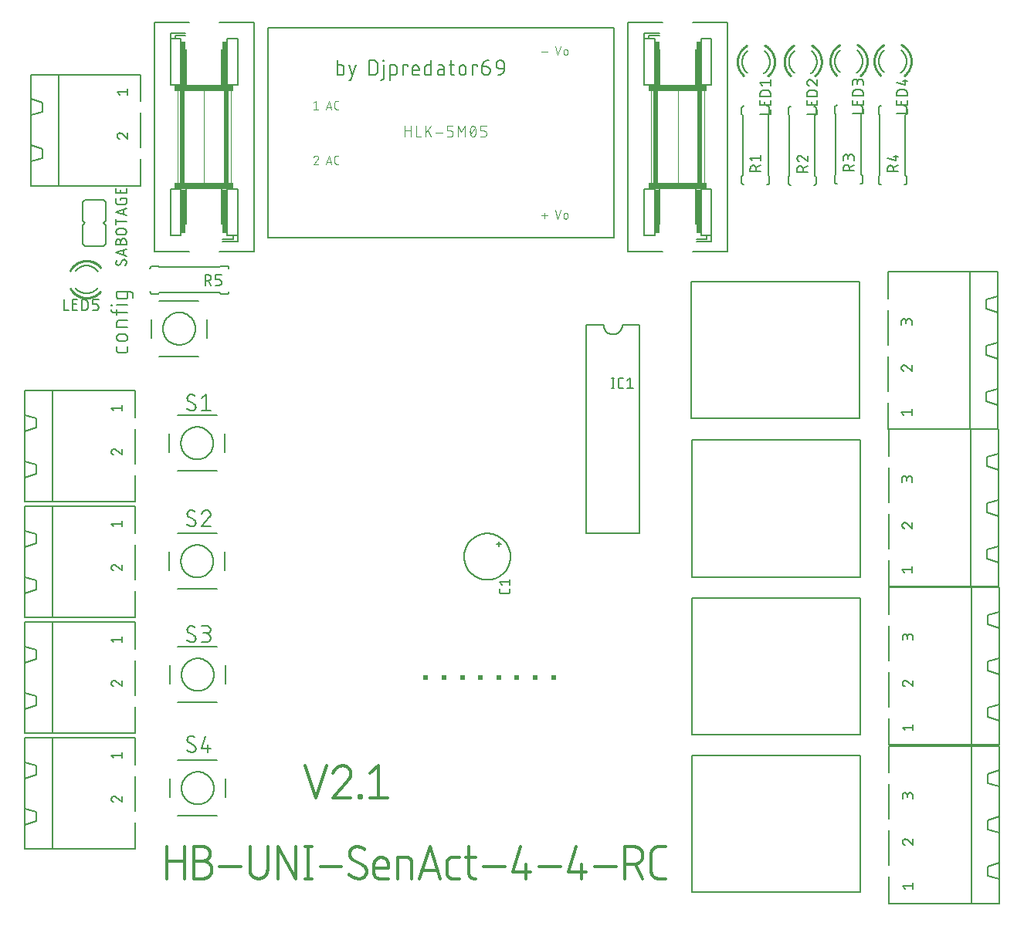
<source format=gbr>
G04 EAGLE Gerber RS-274X export*
G75*
%MOMM*%
%FSLAX34Y34*%
%LPD*%
%INSilkscreen Top*%
%IPPOS*%
%AMOC8*
5,1,8,0,0,1.08239X$1,22.5*%
G01*
%ADD10C,0.152400*%
%ADD11C,0.304800*%
%ADD12C,0.127000*%
%ADD13C,0.050800*%
%ADD14R,1.143000X0.635000*%
%ADD15R,4.064000X0.635000*%
%ADD16R,0.508000X10.160000*%
%ADD17R,0.127000X3.937000*%
%ADD18R,0.508000X4.826000*%
%ADD19C,0.254000*%
%ADD20C,0.203200*%
%ADD21R,0.508000X0.508000*%
%ADD22C,0.101600*%
%ADD23C,0.076200*%


D10*
X318262Y944118D02*
X318262Y927862D01*
X322778Y927862D01*
X322882Y927864D01*
X322985Y927870D01*
X323089Y927880D01*
X323192Y927894D01*
X323294Y927912D01*
X323395Y927933D01*
X323496Y927959D01*
X323595Y927988D01*
X323694Y928021D01*
X323791Y928058D01*
X323886Y928099D01*
X323980Y928143D01*
X324072Y928191D01*
X324162Y928242D01*
X324251Y928297D01*
X324337Y928355D01*
X324420Y928417D01*
X324502Y928481D01*
X324580Y928549D01*
X324656Y928619D01*
X324730Y928692D01*
X324800Y928769D01*
X324868Y928847D01*
X324932Y928929D01*
X324994Y929012D01*
X325052Y929098D01*
X325107Y929187D01*
X325158Y929277D01*
X325206Y929369D01*
X325250Y929463D01*
X325291Y929558D01*
X325328Y929655D01*
X325361Y929754D01*
X325390Y929853D01*
X325416Y929954D01*
X325437Y930055D01*
X325455Y930157D01*
X325469Y930260D01*
X325479Y930364D01*
X325485Y930467D01*
X325487Y930571D01*
X325487Y935990D01*
X325485Y936091D01*
X325479Y936192D01*
X325470Y936293D01*
X325457Y936394D01*
X325440Y936494D01*
X325419Y936593D01*
X325395Y936691D01*
X325367Y936788D01*
X325335Y936885D01*
X325300Y936980D01*
X325261Y937073D01*
X325219Y937165D01*
X325173Y937256D01*
X325124Y937345D01*
X325072Y937431D01*
X325016Y937516D01*
X324958Y937599D01*
X324896Y937679D01*
X324831Y937757D01*
X324764Y937833D01*
X324694Y937906D01*
X324621Y937976D01*
X324545Y938043D01*
X324467Y938108D01*
X324387Y938170D01*
X324304Y938228D01*
X324219Y938284D01*
X324133Y938336D01*
X324044Y938385D01*
X323953Y938431D01*
X323861Y938473D01*
X323768Y938512D01*
X323673Y938547D01*
X323576Y938579D01*
X323479Y938607D01*
X323381Y938631D01*
X323282Y938652D01*
X323182Y938669D01*
X323081Y938682D01*
X322980Y938691D01*
X322879Y938697D01*
X322778Y938699D01*
X318262Y938699D01*
X331215Y922443D02*
X333021Y922443D01*
X338440Y938699D01*
X331215Y938699D02*
X334827Y927862D01*
X353237Y927862D02*
X353237Y944118D01*
X357753Y944118D01*
X357884Y944116D01*
X358016Y944110D01*
X358147Y944101D01*
X358277Y944087D01*
X358408Y944070D01*
X358537Y944049D01*
X358666Y944025D01*
X358794Y943996D01*
X358922Y943964D01*
X359048Y943928D01*
X359173Y943889D01*
X359298Y943846D01*
X359420Y943799D01*
X359542Y943749D01*
X359662Y943695D01*
X359780Y943638D01*
X359896Y943577D01*
X360011Y943513D01*
X360124Y943446D01*
X360235Y943375D01*
X360343Y943301D01*
X360450Y943224D01*
X360554Y943144D01*
X360656Y943061D01*
X360755Y942976D01*
X360852Y942887D01*
X360946Y942795D01*
X361038Y942701D01*
X361127Y942604D01*
X361212Y942505D01*
X361295Y942403D01*
X361375Y942299D01*
X361452Y942192D01*
X361526Y942084D01*
X361597Y941973D01*
X361664Y941860D01*
X361728Y941745D01*
X361789Y941629D01*
X361846Y941511D01*
X361900Y941391D01*
X361950Y941269D01*
X361997Y941147D01*
X362040Y941022D01*
X362079Y940897D01*
X362115Y940771D01*
X362147Y940643D01*
X362176Y940515D01*
X362200Y940386D01*
X362221Y940257D01*
X362238Y940126D01*
X362252Y939996D01*
X362261Y939865D01*
X362267Y939733D01*
X362269Y939602D01*
X362268Y939602D02*
X362268Y932378D01*
X362269Y932378D02*
X362267Y932247D01*
X362261Y932115D01*
X362252Y931984D01*
X362238Y931854D01*
X362221Y931723D01*
X362200Y931594D01*
X362176Y931465D01*
X362147Y931337D01*
X362115Y931209D01*
X362079Y931083D01*
X362040Y930958D01*
X361997Y930833D01*
X361950Y930711D01*
X361900Y930589D01*
X361846Y930469D01*
X361789Y930351D01*
X361728Y930235D01*
X361664Y930120D01*
X361597Y930007D01*
X361526Y929896D01*
X361452Y929788D01*
X361375Y929681D01*
X361295Y929577D01*
X361212Y929475D01*
X361127Y929376D01*
X361038Y929279D01*
X360946Y929185D01*
X360852Y929093D01*
X360755Y929004D01*
X360656Y928919D01*
X360554Y928836D01*
X360450Y928756D01*
X360343Y928679D01*
X360235Y928605D01*
X360124Y928534D01*
X360011Y928467D01*
X359896Y928403D01*
X359780Y928342D01*
X359662Y928285D01*
X359542Y928231D01*
X359420Y928181D01*
X359298Y928134D01*
X359173Y928091D01*
X359048Y928052D01*
X358922Y928016D01*
X358794Y927984D01*
X358666Y927955D01*
X358537Y927931D01*
X358407Y927910D01*
X358277Y927893D01*
X358147Y927879D01*
X358016Y927870D01*
X357884Y927864D01*
X357753Y927862D01*
X353237Y927862D01*
X368973Y925153D02*
X368973Y938699D01*
X368972Y925153D02*
X368970Y925049D01*
X368964Y924946D01*
X368954Y924842D01*
X368940Y924739D01*
X368922Y924637D01*
X368901Y924536D01*
X368875Y924435D01*
X368846Y924336D01*
X368813Y924237D01*
X368776Y924140D01*
X368735Y924045D01*
X368691Y923951D01*
X368643Y923859D01*
X368592Y923769D01*
X368537Y923680D01*
X368479Y923594D01*
X368417Y923511D01*
X368353Y923429D01*
X368285Y923351D01*
X368215Y923275D01*
X368142Y923201D01*
X368065Y923131D01*
X367987Y923063D01*
X367905Y922999D01*
X367822Y922937D01*
X367736Y922879D01*
X367647Y922824D01*
X367557Y922773D01*
X367465Y922725D01*
X367371Y922681D01*
X367276Y922640D01*
X367179Y922603D01*
X367080Y922570D01*
X366981Y922541D01*
X366880Y922515D01*
X366779Y922494D01*
X366677Y922476D01*
X366574Y922462D01*
X366470Y922452D01*
X366367Y922446D01*
X366263Y922444D01*
X366263Y922443D02*
X365360Y922443D01*
X368521Y943215D02*
X368521Y944118D01*
X369424Y944118D01*
X369424Y943215D01*
X368521Y943215D01*
X376098Y938699D02*
X376098Y922443D01*
X376098Y938699D02*
X380613Y938699D01*
X380717Y938697D01*
X380820Y938691D01*
X380924Y938681D01*
X381027Y938667D01*
X381129Y938649D01*
X381230Y938628D01*
X381331Y938602D01*
X381430Y938573D01*
X381529Y938540D01*
X381626Y938503D01*
X381721Y938462D01*
X381815Y938418D01*
X381907Y938370D01*
X381997Y938319D01*
X382086Y938264D01*
X382172Y938206D01*
X382255Y938144D01*
X382337Y938080D01*
X382415Y938012D01*
X382491Y937942D01*
X382565Y937869D01*
X382635Y937792D01*
X382703Y937714D01*
X382767Y937632D01*
X382829Y937549D01*
X382887Y937463D01*
X382942Y937374D01*
X382993Y937284D01*
X383041Y937192D01*
X383085Y937098D01*
X383126Y937003D01*
X383163Y936906D01*
X383196Y936807D01*
X383225Y936708D01*
X383251Y936607D01*
X383272Y936506D01*
X383290Y936404D01*
X383304Y936301D01*
X383314Y936197D01*
X383320Y936094D01*
X383322Y935990D01*
X383322Y930571D01*
X383320Y930470D01*
X383314Y930369D01*
X383305Y930268D01*
X383292Y930167D01*
X383275Y930067D01*
X383254Y929968D01*
X383230Y929870D01*
X383202Y929773D01*
X383170Y929676D01*
X383135Y929581D01*
X383096Y929488D01*
X383054Y929396D01*
X383008Y929305D01*
X382959Y929217D01*
X382907Y929130D01*
X382851Y929045D01*
X382793Y928962D01*
X382731Y928882D01*
X382666Y928804D01*
X382599Y928728D01*
X382529Y928655D01*
X382456Y928585D01*
X382380Y928518D01*
X382302Y928453D01*
X382222Y928391D01*
X382139Y928333D01*
X382054Y928277D01*
X381968Y928225D01*
X381879Y928176D01*
X381788Y928130D01*
X381696Y928088D01*
X381603Y928049D01*
X381508Y928014D01*
X381411Y927982D01*
X381314Y927954D01*
X381216Y927930D01*
X381117Y927909D01*
X381017Y927892D01*
X380916Y927879D01*
X380815Y927870D01*
X380714Y927864D01*
X380613Y927862D01*
X376098Y927862D01*
X390177Y927862D02*
X390177Y938699D01*
X395596Y938699D01*
X395596Y936893D01*
X403222Y927862D02*
X407738Y927862D01*
X403222Y927862D02*
X403121Y927864D01*
X403020Y927870D01*
X402919Y927879D01*
X402818Y927892D01*
X402718Y927909D01*
X402619Y927930D01*
X402521Y927954D01*
X402424Y927982D01*
X402327Y928014D01*
X402232Y928049D01*
X402139Y928088D01*
X402047Y928130D01*
X401956Y928176D01*
X401868Y928225D01*
X401781Y928277D01*
X401696Y928333D01*
X401613Y928391D01*
X401533Y928453D01*
X401455Y928518D01*
X401379Y928585D01*
X401306Y928655D01*
X401236Y928728D01*
X401169Y928804D01*
X401104Y928882D01*
X401042Y928962D01*
X400984Y929045D01*
X400928Y929130D01*
X400876Y929217D01*
X400827Y929305D01*
X400781Y929396D01*
X400739Y929488D01*
X400700Y929581D01*
X400665Y929676D01*
X400633Y929773D01*
X400605Y929870D01*
X400581Y929968D01*
X400560Y930067D01*
X400543Y930167D01*
X400530Y930268D01*
X400521Y930369D01*
X400515Y930470D01*
X400513Y930571D01*
X400513Y935087D01*
X400514Y935087D02*
X400516Y935206D01*
X400522Y935326D01*
X400532Y935445D01*
X400546Y935563D01*
X400563Y935682D01*
X400585Y935799D01*
X400610Y935916D01*
X400640Y936031D01*
X400673Y936146D01*
X400710Y936260D01*
X400750Y936372D01*
X400795Y936483D01*
X400843Y936592D01*
X400894Y936700D01*
X400949Y936806D01*
X401008Y936910D01*
X401070Y937012D01*
X401135Y937112D01*
X401204Y937210D01*
X401276Y937306D01*
X401351Y937399D01*
X401428Y937489D01*
X401509Y937577D01*
X401593Y937662D01*
X401680Y937744D01*
X401769Y937824D01*
X401861Y937900D01*
X401955Y937974D01*
X402052Y938044D01*
X402150Y938111D01*
X402251Y938175D01*
X402355Y938235D01*
X402460Y938292D01*
X402567Y938345D01*
X402675Y938395D01*
X402785Y938441D01*
X402897Y938483D01*
X403010Y938522D01*
X403124Y938557D01*
X403239Y938588D01*
X403356Y938616D01*
X403473Y938639D01*
X403590Y938659D01*
X403709Y938675D01*
X403828Y938687D01*
X403947Y938695D01*
X404066Y938699D01*
X404186Y938699D01*
X404305Y938695D01*
X404424Y938687D01*
X404543Y938675D01*
X404662Y938659D01*
X404779Y938639D01*
X404896Y938616D01*
X405013Y938588D01*
X405128Y938557D01*
X405242Y938522D01*
X405355Y938483D01*
X405467Y938441D01*
X405577Y938395D01*
X405685Y938345D01*
X405792Y938292D01*
X405897Y938235D01*
X406001Y938175D01*
X406102Y938111D01*
X406200Y938044D01*
X406297Y937974D01*
X406391Y937900D01*
X406483Y937824D01*
X406572Y937744D01*
X406659Y937662D01*
X406743Y937577D01*
X406824Y937489D01*
X406901Y937399D01*
X406976Y937306D01*
X407048Y937210D01*
X407117Y937112D01*
X407182Y937012D01*
X407244Y936910D01*
X407303Y936806D01*
X407358Y936700D01*
X407409Y936592D01*
X407457Y936483D01*
X407502Y936372D01*
X407542Y936260D01*
X407579Y936146D01*
X407612Y936031D01*
X407642Y935916D01*
X407667Y935799D01*
X407689Y935682D01*
X407706Y935563D01*
X407720Y935445D01*
X407730Y935326D01*
X407736Y935206D01*
X407738Y935087D01*
X407738Y933281D01*
X400513Y933281D01*
X421212Y927862D02*
X421212Y944118D01*
X421212Y927862D02*
X416696Y927862D01*
X416595Y927864D01*
X416494Y927870D01*
X416393Y927879D01*
X416292Y927892D01*
X416192Y927909D01*
X416093Y927930D01*
X415995Y927954D01*
X415898Y927982D01*
X415801Y928014D01*
X415706Y928049D01*
X415613Y928088D01*
X415521Y928130D01*
X415430Y928176D01*
X415342Y928225D01*
X415255Y928277D01*
X415170Y928333D01*
X415087Y928391D01*
X415007Y928453D01*
X414929Y928518D01*
X414853Y928585D01*
X414780Y928655D01*
X414710Y928728D01*
X414643Y928804D01*
X414578Y928882D01*
X414516Y928962D01*
X414458Y929045D01*
X414402Y929130D01*
X414350Y929217D01*
X414301Y929305D01*
X414255Y929396D01*
X414213Y929488D01*
X414174Y929581D01*
X414139Y929676D01*
X414107Y929773D01*
X414079Y929870D01*
X414055Y929968D01*
X414034Y930067D01*
X414017Y930167D01*
X414004Y930268D01*
X413995Y930369D01*
X413989Y930470D01*
X413987Y930571D01*
X413987Y935990D01*
X413989Y936091D01*
X413995Y936192D01*
X414004Y936293D01*
X414017Y936394D01*
X414034Y936494D01*
X414055Y936593D01*
X414079Y936691D01*
X414107Y936788D01*
X414139Y936885D01*
X414174Y936980D01*
X414213Y937073D01*
X414255Y937165D01*
X414301Y937256D01*
X414350Y937345D01*
X414402Y937431D01*
X414458Y937516D01*
X414516Y937599D01*
X414578Y937679D01*
X414643Y937757D01*
X414710Y937833D01*
X414780Y937906D01*
X414853Y937976D01*
X414929Y938043D01*
X415007Y938108D01*
X415087Y938170D01*
X415170Y938228D01*
X415255Y938284D01*
X415342Y938336D01*
X415430Y938385D01*
X415521Y938431D01*
X415613Y938473D01*
X415706Y938512D01*
X415801Y938547D01*
X415898Y938579D01*
X415995Y938607D01*
X416093Y938631D01*
X416192Y938652D01*
X416292Y938669D01*
X416393Y938682D01*
X416494Y938691D01*
X416595Y938697D01*
X416696Y938699D01*
X421212Y938699D01*
X431216Y934184D02*
X435280Y934184D01*
X431216Y934184D02*
X431104Y934182D01*
X430993Y934176D01*
X430882Y934166D01*
X430771Y934153D01*
X430661Y934135D01*
X430552Y934113D01*
X430443Y934088D01*
X430335Y934059D01*
X430229Y934026D01*
X430123Y933989D01*
X430019Y933949D01*
X429917Y933905D01*
X429816Y933857D01*
X429717Y933806D01*
X429619Y933751D01*
X429524Y933693D01*
X429431Y933632D01*
X429340Y933567D01*
X429251Y933499D01*
X429165Y933428D01*
X429082Y933355D01*
X429001Y933278D01*
X428922Y933198D01*
X428847Y933116D01*
X428775Y933031D01*
X428705Y932944D01*
X428639Y932854D01*
X428576Y932762D01*
X428516Y932667D01*
X428460Y932571D01*
X428407Y932473D01*
X428358Y932373D01*
X428312Y932271D01*
X428270Y932168D01*
X428231Y932063D01*
X428196Y931957D01*
X428165Y931850D01*
X428138Y931742D01*
X428114Y931633D01*
X428095Y931523D01*
X428079Y931413D01*
X428067Y931302D01*
X428059Y931190D01*
X428055Y931079D01*
X428055Y930967D01*
X428059Y930856D01*
X428067Y930744D01*
X428079Y930633D01*
X428095Y930523D01*
X428114Y930413D01*
X428138Y930304D01*
X428165Y930196D01*
X428196Y930089D01*
X428231Y929983D01*
X428270Y929878D01*
X428312Y929775D01*
X428358Y929673D01*
X428407Y929573D01*
X428460Y929475D01*
X428516Y929379D01*
X428576Y929284D01*
X428639Y929192D01*
X428705Y929102D01*
X428775Y929015D01*
X428847Y928930D01*
X428922Y928848D01*
X429001Y928768D01*
X429082Y928691D01*
X429165Y928618D01*
X429251Y928547D01*
X429340Y928479D01*
X429431Y928414D01*
X429524Y928353D01*
X429619Y928295D01*
X429717Y928240D01*
X429816Y928189D01*
X429917Y928141D01*
X430019Y928097D01*
X430123Y928057D01*
X430229Y928020D01*
X430335Y927987D01*
X430443Y927958D01*
X430552Y927933D01*
X430661Y927911D01*
X430771Y927893D01*
X430882Y927880D01*
X430993Y927870D01*
X431104Y927864D01*
X431216Y927862D01*
X435280Y927862D01*
X435280Y935990D01*
X435278Y936091D01*
X435272Y936192D01*
X435263Y936293D01*
X435250Y936394D01*
X435233Y936494D01*
X435212Y936593D01*
X435188Y936691D01*
X435160Y936788D01*
X435128Y936885D01*
X435093Y936980D01*
X435054Y937073D01*
X435012Y937165D01*
X434966Y937256D01*
X434917Y937345D01*
X434865Y937431D01*
X434809Y937516D01*
X434751Y937599D01*
X434689Y937679D01*
X434624Y937757D01*
X434557Y937833D01*
X434487Y937906D01*
X434414Y937976D01*
X434338Y938043D01*
X434260Y938108D01*
X434180Y938170D01*
X434097Y938228D01*
X434012Y938284D01*
X433926Y938336D01*
X433837Y938385D01*
X433746Y938431D01*
X433654Y938473D01*
X433561Y938512D01*
X433466Y938547D01*
X433369Y938579D01*
X433272Y938607D01*
X433174Y938631D01*
X433075Y938652D01*
X432975Y938669D01*
X432874Y938682D01*
X432773Y938691D01*
X432672Y938697D01*
X432571Y938699D01*
X428958Y938699D01*
X440899Y938699D02*
X446318Y938699D01*
X442705Y944118D02*
X442705Y930571D01*
X442706Y930571D02*
X442708Y930470D01*
X442714Y930369D01*
X442723Y930268D01*
X442736Y930167D01*
X442753Y930067D01*
X442774Y929968D01*
X442798Y929870D01*
X442826Y929773D01*
X442858Y929676D01*
X442893Y929581D01*
X442932Y929488D01*
X442974Y929396D01*
X443020Y929305D01*
X443069Y929217D01*
X443121Y929130D01*
X443177Y929045D01*
X443235Y928962D01*
X443297Y928882D01*
X443362Y928804D01*
X443429Y928728D01*
X443499Y928655D01*
X443572Y928585D01*
X443648Y928518D01*
X443726Y928453D01*
X443806Y928391D01*
X443889Y928333D01*
X443974Y928277D01*
X444061Y928225D01*
X444149Y928176D01*
X444240Y928130D01*
X444332Y928088D01*
X444425Y928049D01*
X444520Y928014D01*
X444617Y927982D01*
X444714Y927954D01*
X444812Y927930D01*
X444911Y927909D01*
X445011Y927892D01*
X445112Y927879D01*
X445213Y927870D01*
X445314Y927864D01*
X445415Y927862D01*
X446318Y927862D01*
X452096Y931474D02*
X452096Y935087D01*
X452097Y935087D02*
X452099Y935206D01*
X452105Y935326D01*
X452115Y935445D01*
X452129Y935563D01*
X452146Y935682D01*
X452168Y935799D01*
X452193Y935916D01*
X452223Y936031D01*
X452256Y936146D01*
X452293Y936260D01*
X452333Y936372D01*
X452378Y936483D01*
X452426Y936592D01*
X452477Y936700D01*
X452532Y936806D01*
X452591Y936910D01*
X452653Y937012D01*
X452718Y937112D01*
X452787Y937210D01*
X452859Y937306D01*
X452934Y937399D01*
X453011Y937489D01*
X453092Y937577D01*
X453176Y937662D01*
X453263Y937744D01*
X453352Y937824D01*
X453444Y937900D01*
X453538Y937974D01*
X453635Y938044D01*
X453733Y938111D01*
X453834Y938175D01*
X453938Y938235D01*
X454043Y938292D01*
X454150Y938345D01*
X454258Y938395D01*
X454368Y938441D01*
X454480Y938483D01*
X454593Y938522D01*
X454707Y938557D01*
X454822Y938588D01*
X454939Y938616D01*
X455056Y938639D01*
X455173Y938659D01*
X455292Y938675D01*
X455411Y938687D01*
X455530Y938695D01*
X455649Y938699D01*
X455769Y938699D01*
X455888Y938695D01*
X456007Y938687D01*
X456126Y938675D01*
X456245Y938659D01*
X456362Y938639D01*
X456479Y938616D01*
X456596Y938588D01*
X456711Y938557D01*
X456825Y938522D01*
X456938Y938483D01*
X457050Y938441D01*
X457160Y938395D01*
X457268Y938345D01*
X457375Y938292D01*
X457480Y938235D01*
X457584Y938175D01*
X457685Y938111D01*
X457783Y938044D01*
X457880Y937974D01*
X457974Y937900D01*
X458066Y937824D01*
X458155Y937744D01*
X458242Y937662D01*
X458326Y937577D01*
X458407Y937489D01*
X458484Y937399D01*
X458559Y937306D01*
X458631Y937210D01*
X458700Y937112D01*
X458765Y937012D01*
X458827Y936910D01*
X458886Y936806D01*
X458941Y936700D01*
X458992Y936592D01*
X459040Y936483D01*
X459085Y936372D01*
X459125Y936260D01*
X459162Y936146D01*
X459195Y936031D01*
X459225Y935916D01*
X459250Y935799D01*
X459272Y935682D01*
X459289Y935563D01*
X459303Y935445D01*
X459313Y935326D01*
X459319Y935206D01*
X459321Y935087D01*
X459321Y931474D01*
X459319Y931355D01*
X459313Y931235D01*
X459303Y931116D01*
X459289Y930998D01*
X459272Y930879D01*
X459250Y930762D01*
X459225Y930645D01*
X459195Y930530D01*
X459162Y930415D01*
X459125Y930301D01*
X459085Y930189D01*
X459040Y930078D01*
X458992Y929969D01*
X458941Y929861D01*
X458886Y929755D01*
X458827Y929651D01*
X458765Y929549D01*
X458700Y929449D01*
X458631Y929351D01*
X458559Y929255D01*
X458484Y929162D01*
X458407Y929072D01*
X458326Y928984D01*
X458242Y928899D01*
X458155Y928817D01*
X458066Y928737D01*
X457974Y928661D01*
X457880Y928587D01*
X457783Y928517D01*
X457685Y928450D01*
X457584Y928386D01*
X457480Y928326D01*
X457375Y928269D01*
X457268Y928216D01*
X457160Y928166D01*
X457050Y928120D01*
X456938Y928078D01*
X456825Y928039D01*
X456711Y928004D01*
X456596Y927973D01*
X456479Y927945D01*
X456362Y927922D01*
X456245Y927902D01*
X456126Y927886D01*
X456007Y927874D01*
X455888Y927866D01*
X455769Y927862D01*
X455649Y927862D01*
X455530Y927866D01*
X455411Y927874D01*
X455292Y927886D01*
X455173Y927902D01*
X455056Y927922D01*
X454939Y927945D01*
X454822Y927973D01*
X454707Y928004D01*
X454593Y928039D01*
X454480Y928078D01*
X454368Y928120D01*
X454258Y928166D01*
X454150Y928216D01*
X454043Y928269D01*
X453938Y928326D01*
X453834Y928386D01*
X453733Y928450D01*
X453635Y928517D01*
X453538Y928587D01*
X453444Y928661D01*
X453352Y928737D01*
X453263Y928817D01*
X453176Y928899D01*
X453092Y928984D01*
X453011Y929072D01*
X452934Y929162D01*
X452859Y929255D01*
X452787Y929351D01*
X452718Y929449D01*
X452653Y929549D01*
X452591Y929651D01*
X452532Y929755D01*
X452477Y929861D01*
X452426Y929969D01*
X452378Y930078D01*
X452333Y930189D01*
X452293Y930301D01*
X452256Y930415D01*
X452223Y930530D01*
X452193Y930645D01*
X452168Y930762D01*
X452146Y930879D01*
X452129Y930998D01*
X452115Y931116D01*
X452105Y931235D01*
X452099Y931355D01*
X452097Y931474D01*
X466249Y927862D02*
X466249Y938699D01*
X471668Y938699D01*
X471668Y936893D01*
X476724Y936893D02*
X482143Y936893D01*
X482261Y936891D01*
X482379Y936885D01*
X482497Y936876D01*
X482614Y936862D01*
X482731Y936845D01*
X482848Y936824D01*
X482963Y936799D01*
X483078Y936770D01*
X483192Y936737D01*
X483304Y936701D01*
X483415Y936661D01*
X483525Y936618D01*
X483634Y936571D01*
X483741Y936521D01*
X483846Y936466D01*
X483949Y936409D01*
X484050Y936348D01*
X484150Y936284D01*
X484247Y936217D01*
X484342Y936147D01*
X484434Y936073D01*
X484525Y935997D01*
X484612Y935917D01*
X484697Y935835D01*
X484779Y935750D01*
X484859Y935663D01*
X484935Y935572D01*
X485009Y935480D01*
X485079Y935385D01*
X485146Y935288D01*
X485210Y935188D01*
X485271Y935087D01*
X485328Y934984D01*
X485383Y934879D01*
X485433Y934772D01*
X485480Y934663D01*
X485523Y934553D01*
X485563Y934442D01*
X485599Y934330D01*
X485632Y934216D01*
X485661Y934101D01*
X485686Y933986D01*
X485707Y933869D01*
X485724Y933752D01*
X485738Y933635D01*
X485747Y933517D01*
X485753Y933399D01*
X485755Y933281D01*
X485755Y932378D01*
X485756Y932378D02*
X485754Y932245D01*
X485748Y932113D01*
X485738Y931981D01*
X485725Y931849D01*
X485707Y931717D01*
X485686Y931587D01*
X485661Y931456D01*
X485632Y931327D01*
X485599Y931199D01*
X485563Y931071D01*
X485523Y930945D01*
X485479Y930820D01*
X485431Y930696D01*
X485380Y930574D01*
X485325Y930453D01*
X485267Y930334D01*
X485205Y930216D01*
X485140Y930101D01*
X485071Y929987D01*
X485000Y929876D01*
X484924Y929767D01*
X484846Y929660D01*
X484765Y929555D01*
X484680Y929453D01*
X484593Y929353D01*
X484503Y929256D01*
X484410Y929161D01*
X484314Y929070D01*
X484216Y928981D01*
X484115Y928895D01*
X484011Y928812D01*
X483905Y928732D01*
X483797Y928656D01*
X483687Y928582D01*
X483574Y928512D01*
X483460Y928445D01*
X483343Y928382D01*
X483225Y928322D01*
X483105Y928265D01*
X482983Y928212D01*
X482860Y928163D01*
X482736Y928117D01*
X482610Y928075D01*
X482483Y928037D01*
X482355Y928002D01*
X482226Y927971D01*
X482097Y927944D01*
X481966Y927921D01*
X481835Y927901D01*
X481703Y927886D01*
X481571Y927874D01*
X481439Y927866D01*
X481306Y927862D01*
X481174Y927862D01*
X481041Y927866D01*
X480909Y927874D01*
X480777Y927886D01*
X480645Y927901D01*
X480514Y927921D01*
X480383Y927944D01*
X480254Y927971D01*
X480125Y928002D01*
X479997Y928037D01*
X479870Y928075D01*
X479744Y928117D01*
X479620Y928163D01*
X479497Y928212D01*
X479375Y928265D01*
X479255Y928322D01*
X479137Y928382D01*
X479020Y928445D01*
X478906Y928512D01*
X478793Y928582D01*
X478683Y928656D01*
X478575Y928732D01*
X478469Y928812D01*
X478365Y928895D01*
X478264Y928981D01*
X478166Y929070D01*
X478070Y929161D01*
X477977Y929256D01*
X477887Y929353D01*
X477800Y929453D01*
X477715Y929555D01*
X477634Y929660D01*
X477556Y929767D01*
X477480Y929876D01*
X477409Y929987D01*
X477340Y930101D01*
X477275Y930216D01*
X477213Y930334D01*
X477155Y930453D01*
X477100Y930574D01*
X477049Y930696D01*
X477001Y930820D01*
X476957Y930945D01*
X476917Y931071D01*
X476881Y931199D01*
X476848Y931327D01*
X476819Y931456D01*
X476794Y931587D01*
X476773Y931717D01*
X476755Y931849D01*
X476742Y931981D01*
X476732Y932113D01*
X476726Y932245D01*
X476724Y932378D01*
X476724Y936893D01*
X476726Y937070D01*
X476733Y937248D01*
X476744Y937425D01*
X476759Y937601D01*
X476778Y937777D01*
X476802Y937953D01*
X476830Y938128D01*
X476863Y938303D01*
X476900Y938476D01*
X476941Y938649D01*
X476986Y938820D01*
X477035Y938990D01*
X477089Y939159D01*
X477146Y939327D01*
X477208Y939493D01*
X477274Y939658D01*
X477344Y939821D01*
X477418Y939982D01*
X477495Y940141D01*
X477577Y940299D01*
X477663Y940454D01*
X477752Y940607D01*
X477845Y940758D01*
X477942Y940907D01*
X478042Y941053D01*
X478146Y941197D01*
X478253Y941338D01*
X478364Y941476D01*
X478478Y941612D01*
X478596Y941745D01*
X478716Y941875D01*
X478840Y942002D01*
X478967Y942126D01*
X479097Y942246D01*
X479230Y942364D01*
X479365Y942478D01*
X479504Y942589D01*
X479645Y942696D01*
X479789Y942800D01*
X479935Y942900D01*
X480084Y942997D01*
X480235Y943090D01*
X480388Y943179D01*
X480543Y943265D01*
X480701Y943347D01*
X480860Y943424D01*
X481021Y943498D01*
X481184Y943568D01*
X481349Y943634D01*
X481515Y943696D01*
X481683Y943753D01*
X481852Y943807D01*
X482022Y943856D01*
X482193Y943901D01*
X482366Y943942D01*
X482539Y943979D01*
X482714Y944012D01*
X482889Y944040D01*
X483065Y944064D01*
X483241Y944083D01*
X483417Y944098D01*
X483594Y944109D01*
X483772Y944116D01*
X483949Y944118D01*
X495968Y935087D02*
X501386Y935087D01*
X495968Y935087D02*
X495850Y935089D01*
X495732Y935095D01*
X495614Y935104D01*
X495497Y935118D01*
X495380Y935135D01*
X495263Y935156D01*
X495148Y935181D01*
X495033Y935210D01*
X494919Y935243D01*
X494807Y935279D01*
X494696Y935319D01*
X494586Y935362D01*
X494477Y935409D01*
X494370Y935459D01*
X494265Y935514D01*
X494162Y935571D01*
X494061Y935632D01*
X493961Y935696D01*
X493864Y935763D01*
X493769Y935833D01*
X493677Y935907D01*
X493586Y935983D01*
X493499Y936063D01*
X493414Y936145D01*
X493332Y936230D01*
X493252Y936317D01*
X493176Y936408D01*
X493102Y936500D01*
X493032Y936595D01*
X492965Y936692D01*
X492901Y936792D01*
X492840Y936893D01*
X492783Y936996D01*
X492728Y937101D01*
X492678Y937208D01*
X492631Y937317D01*
X492588Y937427D01*
X492548Y937538D01*
X492512Y937650D01*
X492479Y937764D01*
X492450Y937879D01*
X492425Y937994D01*
X492404Y938111D01*
X492387Y938228D01*
X492373Y938345D01*
X492364Y938463D01*
X492358Y938581D01*
X492356Y938699D01*
X492355Y938699D02*
X492355Y939602D01*
X492357Y939735D01*
X492363Y939867D01*
X492373Y939999D01*
X492386Y940131D01*
X492404Y940263D01*
X492425Y940393D01*
X492450Y940524D01*
X492479Y940653D01*
X492512Y940781D01*
X492548Y940909D01*
X492588Y941035D01*
X492632Y941160D01*
X492680Y941284D01*
X492731Y941406D01*
X492786Y941527D01*
X492844Y941646D01*
X492906Y941764D01*
X492971Y941879D01*
X493040Y941993D01*
X493111Y942104D01*
X493187Y942213D01*
X493265Y942320D01*
X493346Y942425D01*
X493431Y942527D01*
X493518Y942627D01*
X493608Y942724D01*
X493701Y942819D01*
X493797Y942910D01*
X493895Y942999D01*
X493996Y943085D01*
X494100Y943168D01*
X494206Y943248D01*
X494314Y943324D01*
X494424Y943398D01*
X494537Y943468D01*
X494651Y943535D01*
X494768Y943598D01*
X494886Y943658D01*
X495006Y943715D01*
X495128Y943768D01*
X495251Y943817D01*
X495375Y943863D01*
X495501Y943905D01*
X495628Y943943D01*
X495756Y943978D01*
X495885Y944009D01*
X496014Y944036D01*
X496145Y944059D01*
X496276Y944079D01*
X496408Y944094D01*
X496540Y944106D01*
X496672Y944114D01*
X496805Y944118D01*
X496937Y944118D01*
X497070Y944114D01*
X497202Y944106D01*
X497334Y944094D01*
X497466Y944079D01*
X497597Y944059D01*
X497728Y944036D01*
X497857Y944009D01*
X497986Y943978D01*
X498114Y943943D01*
X498241Y943905D01*
X498367Y943863D01*
X498491Y943817D01*
X498614Y943768D01*
X498736Y943715D01*
X498856Y943658D01*
X498974Y943598D01*
X499091Y943535D01*
X499205Y943468D01*
X499318Y943398D01*
X499428Y943324D01*
X499536Y943248D01*
X499642Y943168D01*
X499746Y943085D01*
X499847Y942999D01*
X499945Y942910D01*
X500041Y942819D01*
X500134Y942724D01*
X500224Y942627D01*
X500311Y942527D01*
X500396Y942425D01*
X500477Y942320D01*
X500555Y942213D01*
X500631Y942104D01*
X500702Y941993D01*
X500771Y941879D01*
X500836Y941764D01*
X500898Y941646D01*
X500956Y941527D01*
X501011Y941406D01*
X501062Y941284D01*
X501110Y941160D01*
X501154Y941035D01*
X501194Y940909D01*
X501230Y940781D01*
X501263Y940653D01*
X501292Y940524D01*
X501317Y940393D01*
X501338Y940263D01*
X501356Y940131D01*
X501369Y939999D01*
X501379Y939867D01*
X501385Y939735D01*
X501387Y939602D01*
X501386Y939602D02*
X501386Y935087D01*
X501384Y934912D01*
X501378Y934738D01*
X501367Y934564D01*
X501352Y934390D01*
X501333Y934216D01*
X501310Y934043D01*
X501283Y933871D01*
X501251Y933699D01*
X501216Y933528D01*
X501176Y933358D01*
X501132Y933189D01*
X501084Y933021D01*
X501032Y932854D01*
X500976Y932689D01*
X500916Y932525D01*
X500853Y932362D01*
X500785Y932202D01*
X500713Y932042D01*
X500638Y931885D01*
X500558Y931729D01*
X500475Y931576D01*
X500389Y931424D01*
X500298Y931275D01*
X500204Y931128D01*
X500107Y930983D01*
X500006Y930840D01*
X499902Y930700D01*
X499794Y930563D01*
X499683Y930428D01*
X499569Y930296D01*
X499452Y930167D01*
X499331Y930040D01*
X499208Y929917D01*
X499081Y929796D01*
X498952Y929679D01*
X498820Y929565D01*
X498685Y929454D01*
X498548Y929346D01*
X498408Y929242D01*
X498265Y929141D01*
X498120Y929044D01*
X497973Y928950D01*
X497824Y928859D01*
X497672Y928773D01*
X497519Y928690D01*
X497363Y928610D01*
X497206Y928535D01*
X497046Y928463D01*
X496886Y928395D01*
X496723Y928332D01*
X496559Y928272D01*
X496394Y928216D01*
X496227Y928164D01*
X496059Y928116D01*
X495890Y928072D01*
X495720Y928032D01*
X495549Y927997D01*
X495377Y927965D01*
X495205Y927938D01*
X495032Y927915D01*
X494858Y927896D01*
X494684Y927881D01*
X494510Y927870D01*
X494336Y927864D01*
X494161Y927862D01*
D11*
X130844Y81026D02*
X130844Y45974D01*
X130844Y65447D02*
X150317Y65447D01*
X150317Y81026D02*
X150317Y45974D01*
X161254Y65447D02*
X170990Y65447D01*
X170990Y65448D02*
X171227Y65445D01*
X171464Y65436D01*
X171701Y65422D01*
X171937Y65402D01*
X172173Y65376D01*
X172408Y65344D01*
X172642Y65307D01*
X172875Y65264D01*
X173107Y65215D01*
X173338Y65161D01*
X173567Y65101D01*
X173795Y65035D01*
X174021Y64964D01*
X174246Y64888D01*
X174468Y64806D01*
X174689Y64718D01*
X174907Y64625D01*
X175123Y64527D01*
X175336Y64424D01*
X175547Y64316D01*
X175755Y64202D01*
X175961Y64084D01*
X176163Y63960D01*
X176363Y63832D01*
X176559Y63698D01*
X176752Y63560D01*
X176941Y63418D01*
X177127Y63271D01*
X177309Y63119D01*
X177488Y62963D01*
X177662Y62802D01*
X177833Y62638D01*
X178000Y62469D01*
X178162Y62297D01*
X178320Y62120D01*
X178474Y61939D01*
X178624Y61755D01*
X178769Y61568D01*
X178909Y61377D01*
X179045Y61182D01*
X179175Y60984D01*
X179301Y60783D01*
X179422Y60580D01*
X179539Y60373D01*
X179650Y60163D01*
X179755Y59951D01*
X179856Y59736D01*
X179951Y59519D01*
X180041Y59300D01*
X180126Y59078D01*
X180205Y58855D01*
X180279Y58630D01*
X180348Y58402D01*
X180410Y58174D01*
X180468Y57944D01*
X180519Y57712D01*
X180565Y57480D01*
X180605Y57246D01*
X180640Y57011D01*
X180669Y56776D01*
X180692Y56540D01*
X180709Y56303D01*
X180721Y56067D01*
X180726Y55830D01*
X180726Y55592D01*
X180721Y55355D01*
X180709Y55119D01*
X180692Y54882D01*
X180669Y54646D01*
X180640Y54411D01*
X180605Y54176D01*
X180565Y53942D01*
X180519Y53710D01*
X180468Y53478D01*
X180410Y53248D01*
X180348Y53020D01*
X180279Y52792D01*
X180205Y52567D01*
X180126Y52344D01*
X180041Y52122D01*
X179951Y51903D01*
X179856Y51686D01*
X179755Y51471D01*
X179650Y51259D01*
X179539Y51049D01*
X179422Y50843D01*
X179301Y50639D01*
X179175Y50438D01*
X179045Y50240D01*
X178909Y50045D01*
X178769Y49854D01*
X178624Y49667D01*
X178474Y49483D01*
X178320Y49302D01*
X178162Y49125D01*
X178000Y48953D01*
X177833Y48784D01*
X177662Y48620D01*
X177488Y48459D01*
X177309Y48303D01*
X177127Y48151D01*
X176941Y48004D01*
X176752Y47862D01*
X176559Y47724D01*
X176363Y47590D01*
X176163Y47462D01*
X175961Y47338D01*
X175755Y47220D01*
X175547Y47106D01*
X175336Y46998D01*
X175123Y46895D01*
X174907Y46797D01*
X174689Y46704D01*
X174468Y46616D01*
X174246Y46534D01*
X174021Y46458D01*
X173795Y46387D01*
X173567Y46321D01*
X173338Y46261D01*
X173107Y46207D01*
X172875Y46158D01*
X172642Y46115D01*
X172408Y46078D01*
X172173Y46046D01*
X171937Y46020D01*
X171701Y46000D01*
X171464Y45986D01*
X171227Y45977D01*
X170990Y45974D01*
X161254Y45974D01*
X161254Y81026D01*
X170990Y81026D01*
X171180Y81024D01*
X171369Y81017D01*
X171559Y81005D01*
X171748Y80989D01*
X171936Y80968D01*
X172124Y80943D01*
X172311Y80913D01*
X172498Y80879D01*
X172684Y80840D01*
X172868Y80796D01*
X173052Y80748D01*
X173234Y80696D01*
X173415Y80639D01*
X173594Y80578D01*
X173772Y80512D01*
X173949Y80442D01*
X174123Y80368D01*
X174296Y80290D01*
X174467Y80207D01*
X174636Y80120D01*
X174802Y80029D01*
X174966Y79935D01*
X175128Y79836D01*
X175288Y79733D01*
X175445Y79626D01*
X175599Y79516D01*
X175750Y79402D01*
X175899Y79284D01*
X176045Y79163D01*
X176188Y79038D01*
X176327Y78910D01*
X176464Y78778D01*
X176597Y78643D01*
X176727Y78505D01*
X176854Y78364D01*
X176977Y78219D01*
X177097Y78072D01*
X177212Y77922D01*
X177325Y77769D01*
X177433Y77613D01*
X177538Y77455D01*
X177639Y77295D01*
X177735Y77132D01*
X177828Y76966D01*
X177917Y76798D01*
X178002Y76629D01*
X178082Y76457D01*
X178159Y76283D01*
X178231Y76108D01*
X178298Y75931D01*
X178362Y75752D01*
X178421Y75572D01*
X178476Y75390D01*
X178526Y75207D01*
X178571Y75023D01*
X178613Y74838D01*
X178649Y74652D01*
X178682Y74465D01*
X178709Y74277D01*
X178732Y74089D01*
X178751Y73900D01*
X178765Y73711D01*
X178774Y73521D01*
X178778Y73332D01*
X178778Y73142D01*
X178774Y72953D01*
X178765Y72763D01*
X178751Y72574D01*
X178732Y72385D01*
X178709Y72197D01*
X178682Y72009D01*
X178649Y71822D01*
X178613Y71636D01*
X178571Y71451D01*
X178526Y71267D01*
X178476Y71084D01*
X178421Y70902D01*
X178362Y70722D01*
X178298Y70543D01*
X178231Y70366D01*
X178159Y70191D01*
X178082Y70017D01*
X178002Y69845D01*
X177917Y69676D01*
X177828Y69508D01*
X177735Y69343D01*
X177639Y69179D01*
X177538Y69019D01*
X177433Y68861D01*
X177325Y68705D01*
X177212Y68552D01*
X177097Y68402D01*
X176977Y68255D01*
X176854Y68110D01*
X176727Y67969D01*
X176597Y67831D01*
X176464Y67696D01*
X176327Y67564D01*
X176188Y67436D01*
X176045Y67311D01*
X175899Y67190D01*
X175750Y67072D01*
X175599Y66958D01*
X175445Y66848D01*
X175288Y66741D01*
X175128Y66638D01*
X174966Y66539D01*
X174802Y66445D01*
X174636Y66354D01*
X174467Y66267D01*
X174296Y66184D01*
X174123Y66106D01*
X173949Y66032D01*
X173772Y65962D01*
X173594Y65896D01*
X173415Y65835D01*
X173234Y65778D01*
X173052Y65726D01*
X172868Y65678D01*
X172684Y65634D01*
X172498Y65595D01*
X172311Y65561D01*
X172124Y65531D01*
X171936Y65506D01*
X171748Y65485D01*
X171559Y65469D01*
X171369Y65457D01*
X171180Y65450D01*
X170990Y65448D01*
X188904Y59605D02*
X212272Y59605D01*
X222284Y55711D02*
X222284Y81026D01*
X222284Y55711D02*
X222287Y55474D01*
X222296Y55237D01*
X222310Y55000D01*
X222330Y54764D01*
X222356Y54528D01*
X222388Y54293D01*
X222425Y54059D01*
X222468Y53826D01*
X222517Y53594D01*
X222571Y53363D01*
X222631Y53134D01*
X222697Y52906D01*
X222768Y52680D01*
X222844Y52455D01*
X222926Y52233D01*
X223014Y52012D01*
X223107Y51794D01*
X223205Y51578D01*
X223308Y51365D01*
X223416Y51154D01*
X223530Y50946D01*
X223648Y50740D01*
X223772Y50538D01*
X223900Y50338D01*
X224034Y50142D01*
X224172Y49949D01*
X224314Y49760D01*
X224461Y49574D01*
X224613Y49392D01*
X224769Y49213D01*
X224930Y49039D01*
X225094Y48868D01*
X225263Y48701D01*
X225435Y48539D01*
X225612Y48381D01*
X225793Y48227D01*
X225977Y48077D01*
X226164Y47932D01*
X226355Y47792D01*
X226550Y47656D01*
X226748Y47526D01*
X226949Y47400D01*
X227153Y47279D01*
X227359Y47162D01*
X227569Y47051D01*
X227781Y46946D01*
X227996Y46845D01*
X228213Y46750D01*
X228432Y46660D01*
X228654Y46575D01*
X228877Y46496D01*
X229102Y46422D01*
X229330Y46353D01*
X229558Y46291D01*
X229788Y46233D01*
X230020Y46182D01*
X230252Y46136D01*
X230486Y46096D01*
X230721Y46061D01*
X230956Y46032D01*
X231192Y46009D01*
X231429Y45992D01*
X231665Y45980D01*
X231902Y45975D01*
X232140Y45975D01*
X232377Y45980D01*
X232613Y45992D01*
X232850Y46009D01*
X233086Y46032D01*
X233321Y46061D01*
X233556Y46096D01*
X233790Y46136D01*
X234022Y46182D01*
X234254Y46233D01*
X234484Y46291D01*
X234712Y46353D01*
X234940Y46422D01*
X235165Y46496D01*
X235388Y46575D01*
X235610Y46660D01*
X235829Y46750D01*
X236046Y46845D01*
X236261Y46946D01*
X236473Y47051D01*
X236683Y47162D01*
X236890Y47279D01*
X237093Y47400D01*
X237294Y47526D01*
X237492Y47656D01*
X237687Y47792D01*
X237878Y47932D01*
X238065Y48077D01*
X238249Y48227D01*
X238430Y48381D01*
X238607Y48539D01*
X238779Y48701D01*
X238948Y48868D01*
X239112Y49039D01*
X239273Y49213D01*
X239429Y49392D01*
X239581Y49574D01*
X239728Y49760D01*
X239870Y49949D01*
X240008Y50142D01*
X240142Y50338D01*
X240270Y50538D01*
X240394Y50740D01*
X240512Y50946D01*
X240626Y51154D01*
X240734Y51365D01*
X240837Y51578D01*
X240935Y51794D01*
X241028Y52012D01*
X241116Y52233D01*
X241198Y52455D01*
X241274Y52680D01*
X241345Y52906D01*
X241411Y53134D01*
X241471Y53363D01*
X241525Y53594D01*
X241574Y53826D01*
X241617Y54059D01*
X241654Y54293D01*
X241686Y54528D01*
X241712Y54764D01*
X241732Y55000D01*
X241746Y55237D01*
X241755Y55474D01*
X241758Y55711D01*
X241757Y55711D02*
X241757Y81026D01*
X252764Y81026D02*
X252764Y45974D01*
X272237Y45974D02*
X252764Y81026D01*
X272237Y81026D02*
X272237Y45974D01*
X286313Y45974D02*
X286313Y81026D01*
X282419Y45974D02*
X290208Y45974D01*
X290208Y81026D02*
X282419Y81026D01*
X299394Y59605D02*
X322762Y59605D01*
X342553Y45974D02*
X342741Y45976D01*
X342929Y45983D01*
X343117Y45994D01*
X343305Y46010D01*
X343492Y46031D01*
X343678Y46056D01*
X343864Y46085D01*
X344049Y46119D01*
X344234Y46158D01*
X344417Y46200D01*
X344599Y46248D01*
X344780Y46299D01*
X344960Y46355D01*
X345138Y46416D01*
X345315Y46480D01*
X345490Y46549D01*
X345664Y46622D01*
X345835Y46699D01*
X346005Y46781D01*
X346173Y46866D01*
X346338Y46956D01*
X346502Y47049D01*
X346663Y47146D01*
X346821Y47248D01*
X346978Y47353D01*
X347131Y47462D01*
X347282Y47574D01*
X347430Y47690D01*
X347576Y47810D01*
X347718Y47933D01*
X347857Y48059D01*
X347994Y48189D01*
X348127Y48322D01*
X348257Y48459D01*
X348383Y48598D01*
X348506Y48740D01*
X348626Y48886D01*
X348742Y49034D01*
X348854Y49185D01*
X348963Y49338D01*
X349068Y49495D01*
X349170Y49653D01*
X349267Y49814D01*
X349360Y49978D01*
X349450Y50143D01*
X349535Y50311D01*
X349617Y50481D01*
X349694Y50652D01*
X349767Y50826D01*
X349836Y51001D01*
X349900Y51178D01*
X349961Y51356D01*
X350017Y51536D01*
X350068Y51717D01*
X350116Y51899D01*
X350158Y52082D01*
X350197Y52267D01*
X350231Y52452D01*
X350260Y52638D01*
X350285Y52824D01*
X350306Y53011D01*
X350322Y53199D01*
X350333Y53387D01*
X350340Y53575D01*
X350342Y53763D01*
X342553Y45974D02*
X342159Y45979D01*
X341766Y45993D01*
X341373Y46016D01*
X340981Y46049D01*
X340589Y46092D01*
X340199Y46143D01*
X339810Y46204D01*
X339422Y46275D01*
X339037Y46354D01*
X338653Y46443D01*
X338272Y46541D01*
X337893Y46648D01*
X337517Y46764D01*
X337144Y46889D01*
X336773Y47022D01*
X336406Y47165D01*
X336043Y47317D01*
X335683Y47477D01*
X335327Y47645D01*
X334976Y47822D01*
X334629Y48008D01*
X334286Y48202D01*
X333948Y48403D01*
X333615Y48613D01*
X333287Y48831D01*
X332964Y49057D01*
X332647Y49290D01*
X332335Y49531D01*
X332030Y49779D01*
X331730Y50034D01*
X331437Y50297D01*
X331150Y50566D01*
X330869Y50842D01*
X331843Y73237D02*
X331845Y73425D01*
X331852Y73613D01*
X331863Y73801D01*
X331879Y73989D01*
X331900Y74176D01*
X331925Y74362D01*
X331954Y74548D01*
X331988Y74733D01*
X332027Y74918D01*
X332069Y75101D01*
X332117Y75283D01*
X332168Y75464D01*
X332224Y75644D01*
X332285Y75822D01*
X332349Y75999D01*
X332418Y76174D01*
X332491Y76348D01*
X332568Y76519D01*
X332650Y76689D01*
X332735Y76857D01*
X332825Y77022D01*
X332918Y77186D01*
X333016Y77347D01*
X333117Y77505D01*
X333222Y77662D01*
X333331Y77815D01*
X333443Y77966D01*
X333559Y78114D01*
X333679Y78260D01*
X333802Y78402D01*
X333928Y78541D01*
X334058Y78678D01*
X334191Y78811D01*
X334328Y78941D01*
X334467Y79067D01*
X334609Y79190D01*
X334755Y79310D01*
X334903Y79426D01*
X335054Y79538D01*
X335207Y79647D01*
X335364Y79752D01*
X335522Y79854D01*
X335683Y79951D01*
X335847Y80044D01*
X336012Y80134D01*
X336180Y80219D01*
X336350Y80301D01*
X336521Y80378D01*
X336695Y80451D01*
X336870Y80520D01*
X337047Y80584D01*
X337225Y80645D01*
X337405Y80701D01*
X337586Y80752D01*
X337768Y80800D01*
X337951Y80843D01*
X338136Y80881D01*
X338321Y80915D01*
X338507Y80944D01*
X338693Y80969D01*
X338880Y80990D01*
X339068Y81006D01*
X339256Y81017D01*
X339444Y81024D01*
X339632Y81026D01*
X339980Y81022D01*
X340328Y81009D01*
X340675Y80989D01*
X341022Y80960D01*
X341368Y80922D01*
X341713Y80877D01*
X342057Y80823D01*
X342400Y80761D01*
X342741Y80691D01*
X343080Y80613D01*
X343417Y80527D01*
X343752Y80433D01*
X344085Y80331D01*
X344415Y80221D01*
X344743Y80103D01*
X345067Y79977D01*
X345389Y79844D01*
X345707Y79703D01*
X346022Y79554D01*
X346333Y79398D01*
X346640Y79235D01*
X346944Y79064D01*
X347243Y78886D01*
X347538Y78701D01*
X347828Y78509D01*
X348114Y78311D01*
X348395Y78105D01*
X335738Y66421D02*
X335574Y66520D01*
X335413Y66623D01*
X335255Y66730D01*
X335099Y66840D01*
X334946Y66955D01*
X334796Y67073D01*
X334648Y67194D01*
X334504Y67319D01*
X334363Y67448D01*
X334224Y67580D01*
X334089Y67715D01*
X333958Y67853D01*
X333829Y67995D01*
X333705Y68139D01*
X333583Y68287D01*
X333466Y68437D01*
X333351Y68590D01*
X333241Y68746D01*
X333135Y68905D01*
X333032Y69066D01*
X332933Y69229D01*
X332838Y69395D01*
X332748Y69563D01*
X332661Y69734D01*
X332579Y69906D01*
X332500Y70080D01*
X332426Y70256D01*
X332356Y70434D01*
X332291Y70613D01*
X332230Y70794D01*
X332173Y70977D01*
X332120Y71160D01*
X332073Y71345D01*
X332029Y71531D01*
X331990Y71718D01*
X331956Y71906D01*
X331926Y72095D01*
X331901Y72284D01*
X331880Y72474D01*
X331864Y72664D01*
X331852Y72855D01*
X331845Y73046D01*
X331843Y73237D01*
X346447Y60579D02*
X346611Y60480D01*
X346772Y60377D01*
X346930Y60270D01*
X347086Y60160D01*
X347239Y60045D01*
X347389Y59927D01*
X347537Y59806D01*
X347681Y59681D01*
X347822Y59552D01*
X347961Y59420D01*
X348096Y59285D01*
X348227Y59147D01*
X348356Y59005D01*
X348480Y58861D01*
X348602Y58713D01*
X348719Y58563D01*
X348834Y58410D01*
X348944Y58254D01*
X349050Y58095D01*
X349153Y57934D01*
X349252Y57771D01*
X349347Y57605D01*
X349437Y57437D01*
X349524Y57266D01*
X349606Y57094D01*
X349685Y56920D01*
X349759Y56744D01*
X349829Y56566D01*
X349894Y56387D01*
X349955Y56206D01*
X350012Y56023D01*
X350065Y55840D01*
X350112Y55655D01*
X350156Y55469D01*
X350195Y55282D01*
X350229Y55094D01*
X350259Y54905D01*
X350284Y54716D01*
X350305Y54526D01*
X350321Y54336D01*
X350333Y54145D01*
X350340Y53954D01*
X350342Y53763D01*
X346448Y60579D02*
X335737Y66421D01*
X364376Y45974D02*
X374113Y45974D01*
X364376Y45974D02*
X364226Y45976D01*
X364075Y45982D01*
X363925Y45991D01*
X363775Y46005D01*
X363626Y46022D01*
X363477Y46044D01*
X363329Y46069D01*
X363181Y46098D01*
X363034Y46130D01*
X362888Y46167D01*
X362743Y46207D01*
X362599Y46251D01*
X362457Y46298D01*
X362315Y46350D01*
X362175Y46404D01*
X362037Y46463D01*
X361899Y46525D01*
X361764Y46590D01*
X361630Y46659D01*
X361499Y46732D01*
X361369Y46808D01*
X361241Y46887D01*
X361115Y46969D01*
X360991Y47055D01*
X360870Y47143D01*
X360750Y47235D01*
X360634Y47330D01*
X360519Y47428D01*
X360408Y47529D01*
X360299Y47632D01*
X360192Y47739D01*
X360089Y47848D01*
X359988Y47959D01*
X359890Y48074D01*
X359795Y48190D01*
X359703Y48310D01*
X359615Y48431D01*
X359529Y48555D01*
X359447Y48681D01*
X359368Y48809D01*
X359292Y48939D01*
X359219Y49070D01*
X359150Y49204D01*
X359085Y49339D01*
X359023Y49477D01*
X358964Y49615D01*
X358910Y49755D01*
X358858Y49897D01*
X358811Y50039D01*
X358767Y50183D01*
X358727Y50328D01*
X358690Y50474D01*
X358658Y50621D01*
X358629Y50769D01*
X358604Y50917D01*
X358582Y51066D01*
X358565Y51215D01*
X358551Y51365D01*
X358542Y51515D01*
X358536Y51666D01*
X358534Y51816D01*
X358534Y61553D01*
X358536Y61743D01*
X358543Y61932D01*
X358555Y62122D01*
X358571Y62311D01*
X358592Y62499D01*
X358617Y62687D01*
X358647Y62874D01*
X358681Y63061D01*
X358720Y63247D01*
X358764Y63431D01*
X358812Y63615D01*
X358864Y63797D01*
X358921Y63978D01*
X358982Y64157D01*
X359048Y64335D01*
X359118Y64512D01*
X359192Y64686D01*
X359270Y64859D01*
X359353Y65030D01*
X359440Y65199D01*
X359531Y65365D01*
X359625Y65529D01*
X359724Y65691D01*
X359827Y65851D01*
X359934Y66008D01*
X360044Y66162D01*
X360158Y66313D01*
X360276Y66462D01*
X360397Y66608D01*
X360522Y66751D01*
X360650Y66890D01*
X360782Y67027D01*
X360917Y67160D01*
X361055Y67290D01*
X361196Y67417D01*
X361341Y67540D01*
X361488Y67660D01*
X361638Y67775D01*
X361791Y67888D01*
X361947Y67996D01*
X362105Y68101D01*
X362265Y68202D01*
X362429Y68298D01*
X362594Y68391D01*
X362762Y68480D01*
X362931Y68565D01*
X363103Y68645D01*
X363277Y68722D01*
X363452Y68794D01*
X363629Y68861D01*
X363808Y68925D01*
X363988Y68984D01*
X364170Y69039D01*
X364353Y69089D01*
X364537Y69134D01*
X364722Y69176D01*
X364908Y69212D01*
X365095Y69245D01*
X365283Y69272D01*
X365471Y69295D01*
X365660Y69314D01*
X365849Y69328D01*
X366039Y69337D01*
X366228Y69341D01*
X366418Y69341D01*
X366607Y69337D01*
X366797Y69328D01*
X366986Y69314D01*
X367175Y69295D01*
X367363Y69272D01*
X367551Y69245D01*
X367738Y69212D01*
X367924Y69176D01*
X368109Y69134D01*
X368293Y69089D01*
X368476Y69039D01*
X368658Y68984D01*
X368838Y68925D01*
X369017Y68861D01*
X369194Y68794D01*
X369369Y68722D01*
X369543Y68645D01*
X369715Y68565D01*
X369884Y68480D01*
X370052Y68391D01*
X370218Y68298D01*
X370381Y68202D01*
X370541Y68101D01*
X370699Y67996D01*
X370855Y67888D01*
X371008Y67775D01*
X371158Y67660D01*
X371305Y67540D01*
X371450Y67417D01*
X371591Y67290D01*
X371729Y67160D01*
X371864Y67027D01*
X371996Y66890D01*
X372124Y66751D01*
X372249Y66608D01*
X372370Y66462D01*
X372488Y66313D01*
X372602Y66162D01*
X372712Y66008D01*
X372819Y65851D01*
X372922Y65691D01*
X373021Y65529D01*
X373115Y65365D01*
X373206Y65199D01*
X373293Y65030D01*
X373376Y64859D01*
X373454Y64686D01*
X373528Y64512D01*
X373598Y64335D01*
X373664Y64157D01*
X373725Y63978D01*
X373782Y63797D01*
X373834Y63615D01*
X373882Y63431D01*
X373926Y63247D01*
X373965Y63061D01*
X373999Y62874D01*
X374029Y62687D01*
X374054Y62499D01*
X374075Y62311D01*
X374091Y62122D01*
X374103Y61932D01*
X374110Y61743D01*
X374112Y61553D01*
X374113Y61553D02*
X374113Y57658D01*
X358534Y57658D01*
X384251Y45974D02*
X384251Y69342D01*
X393988Y69342D01*
X394138Y69340D01*
X394289Y69334D01*
X394439Y69325D01*
X394589Y69311D01*
X394738Y69294D01*
X394887Y69272D01*
X395035Y69247D01*
X395183Y69218D01*
X395330Y69186D01*
X395476Y69149D01*
X395621Y69109D01*
X395765Y69065D01*
X395907Y69018D01*
X396049Y68966D01*
X396189Y68912D01*
X396327Y68853D01*
X396465Y68791D01*
X396600Y68726D01*
X396734Y68657D01*
X396865Y68584D01*
X396995Y68508D01*
X397123Y68429D01*
X397249Y68347D01*
X397373Y68261D01*
X397494Y68173D01*
X397614Y68081D01*
X397730Y67986D01*
X397845Y67888D01*
X397956Y67787D01*
X398065Y67684D01*
X398172Y67577D01*
X398275Y67468D01*
X398376Y67357D01*
X398474Y67242D01*
X398569Y67126D01*
X398661Y67006D01*
X398749Y66885D01*
X398835Y66761D01*
X398917Y66635D01*
X398996Y66507D01*
X399072Y66377D01*
X399145Y66246D01*
X399214Y66112D01*
X399279Y65977D01*
X399341Y65839D01*
X399400Y65701D01*
X399454Y65561D01*
X399506Y65419D01*
X399553Y65277D01*
X399597Y65133D01*
X399637Y64988D01*
X399674Y64842D01*
X399706Y64695D01*
X399735Y64547D01*
X399760Y64399D01*
X399782Y64250D01*
X399799Y64101D01*
X399813Y63951D01*
X399822Y63801D01*
X399828Y63650D01*
X399830Y63500D01*
X399830Y45974D01*
X407979Y45974D02*
X419663Y81026D01*
X431347Y45974D01*
X428426Y54737D02*
X410900Y54737D01*
X444377Y45974D02*
X452167Y45974D01*
X444377Y45974D02*
X444227Y45976D01*
X444076Y45982D01*
X443926Y45991D01*
X443776Y46005D01*
X443627Y46022D01*
X443478Y46044D01*
X443330Y46069D01*
X443182Y46098D01*
X443035Y46130D01*
X442889Y46167D01*
X442744Y46207D01*
X442600Y46251D01*
X442458Y46298D01*
X442316Y46350D01*
X442176Y46404D01*
X442038Y46463D01*
X441900Y46525D01*
X441765Y46590D01*
X441631Y46659D01*
X441500Y46732D01*
X441370Y46808D01*
X441242Y46887D01*
X441116Y46969D01*
X440992Y47055D01*
X440871Y47143D01*
X440751Y47235D01*
X440635Y47330D01*
X440520Y47428D01*
X440409Y47529D01*
X440300Y47632D01*
X440193Y47739D01*
X440090Y47848D01*
X439989Y47959D01*
X439891Y48074D01*
X439796Y48190D01*
X439704Y48310D01*
X439616Y48431D01*
X439530Y48555D01*
X439448Y48681D01*
X439369Y48809D01*
X439293Y48939D01*
X439220Y49070D01*
X439151Y49204D01*
X439086Y49339D01*
X439024Y49477D01*
X438965Y49615D01*
X438911Y49755D01*
X438859Y49897D01*
X438812Y50039D01*
X438768Y50183D01*
X438728Y50328D01*
X438691Y50474D01*
X438659Y50621D01*
X438630Y50769D01*
X438605Y50917D01*
X438583Y51066D01*
X438566Y51215D01*
X438552Y51365D01*
X438543Y51515D01*
X438537Y51666D01*
X438535Y51816D01*
X438535Y63500D01*
X438537Y63650D01*
X438543Y63801D01*
X438552Y63951D01*
X438566Y64101D01*
X438583Y64250D01*
X438605Y64399D01*
X438630Y64547D01*
X438659Y64695D01*
X438691Y64842D01*
X438728Y64988D01*
X438768Y65133D01*
X438812Y65277D01*
X438859Y65419D01*
X438911Y65561D01*
X438965Y65701D01*
X439024Y65839D01*
X439086Y65977D01*
X439151Y66112D01*
X439220Y66246D01*
X439293Y66377D01*
X439369Y66507D01*
X439448Y66635D01*
X439530Y66761D01*
X439616Y66885D01*
X439704Y67006D01*
X439796Y67126D01*
X439891Y67242D01*
X439989Y67357D01*
X440090Y67468D01*
X440193Y67577D01*
X440300Y67684D01*
X440409Y67787D01*
X440520Y67888D01*
X440635Y67986D01*
X440751Y68081D01*
X440871Y68173D01*
X440992Y68261D01*
X441116Y68347D01*
X441242Y68429D01*
X441370Y68508D01*
X441500Y68584D01*
X441631Y68657D01*
X441765Y68726D01*
X441900Y68791D01*
X442038Y68853D01*
X442176Y68912D01*
X442316Y68966D01*
X442458Y69018D01*
X442600Y69065D01*
X442744Y69109D01*
X442889Y69149D01*
X443035Y69186D01*
X443182Y69218D01*
X443330Y69247D01*
X443478Y69272D01*
X443627Y69294D01*
X443776Y69311D01*
X443926Y69325D01*
X444076Y69334D01*
X444227Y69340D01*
X444377Y69342D01*
X452167Y69342D01*
X458631Y69342D02*
X470315Y69342D01*
X462526Y81026D02*
X462526Y51816D01*
X462528Y51666D01*
X462534Y51515D01*
X462543Y51365D01*
X462557Y51215D01*
X462574Y51066D01*
X462596Y50917D01*
X462621Y50769D01*
X462650Y50621D01*
X462682Y50474D01*
X462719Y50328D01*
X462759Y50183D01*
X462803Y50039D01*
X462850Y49897D01*
X462902Y49755D01*
X462956Y49615D01*
X463015Y49477D01*
X463077Y49339D01*
X463142Y49204D01*
X463211Y49070D01*
X463284Y48939D01*
X463360Y48809D01*
X463439Y48681D01*
X463521Y48555D01*
X463607Y48431D01*
X463695Y48310D01*
X463787Y48190D01*
X463882Y48074D01*
X463980Y47959D01*
X464081Y47848D01*
X464184Y47739D01*
X464291Y47632D01*
X464400Y47529D01*
X464511Y47428D01*
X464626Y47330D01*
X464742Y47235D01*
X464862Y47143D01*
X464983Y47055D01*
X465107Y46969D01*
X465233Y46887D01*
X465361Y46808D01*
X465491Y46732D01*
X465622Y46659D01*
X465756Y46590D01*
X465891Y46525D01*
X466029Y46463D01*
X466167Y46404D01*
X466307Y46350D01*
X466449Y46298D01*
X466591Y46251D01*
X466735Y46207D01*
X466880Y46167D01*
X467026Y46130D01*
X467173Y46098D01*
X467321Y46069D01*
X467469Y46044D01*
X467618Y46022D01*
X467767Y46005D01*
X467917Y45991D01*
X468067Y45982D01*
X468218Y45976D01*
X468368Y45974D01*
X470315Y45974D01*
X478464Y59605D02*
X501832Y59605D01*
X510891Y53763D02*
X518681Y81026D01*
X510891Y53763D02*
X530365Y53763D01*
X524523Y45974D02*
X524523Y61553D01*
X539424Y59605D02*
X562792Y59605D01*
X571851Y53763D02*
X579641Y81026D01*
X571851Y53763D02*
X591325Y53763D01*
X585483Y45974D02*
X585483Y61553D01*
X600384Y59605D02*
X623752Y59605D01*
X633734Y45974D02*
X633734Y81026D01*
X643470Y81026D01*
X643707Y81023D01*
X643944Y81014D01*
X644181Y81000D01*
X644417Y80980D01*
X644653Y80954D01*
X644888Y80922D01*
X645122Y80885D01*
X645355Y80842D01*
X645587Y80793D01*
X645818Y80739D01*
X646047Y80679D01*
X646275Y80613D01*
X646501Y80542D01*
X646726Y80466D01*
X646948Y80384D01*
X647169Y80296D01*
X647387Y80203D01*
X647603Y80105D01*
X647816Y80002D01*
X648027Y79894D01*
X648235Y79780D01*
X648441Y79662D01*
X648643Y79538D01*
X648843Y79410D01*
X649039Y79276D01*
X649232Y79138D01*
X649421Y78996D01*
X649607Y78849D01*
X649789Y78697D01*
X649968Y78541D01*
X650142Y78380D01*
X650313Y78216D01*
X650480Y78047D01*
X650642Y77875D01*
X650800Y77698D01*
X650954Y77517D01*
X651104Y77333D01*
X651249Y77146D01*
X651389Y76955D01*
X651525Y76760D01*
X651655Y76562D01*
X651781Y76361D01*
X651902Y76158D01*
X652019Y75951D01*
X652130Y75741D01*
X652235Y75529D01*
X652336Y75314D01*
X652431Y75097D01*
X652521Y74878D01*
X652606Y74656D01*
X652685Y74433D01*
X652759Y74208D01*
X652828Y73980D01*
X652890Y73752D01*
X652948Y73522D01*
X652999Y73290D01*
X653045Y73058D01*
X653085Y72824D01*
X653120Y72589D01*
X653149Y72354D01*
X653172Y72118D01*
X653189Y71881D01*
X653201Y71645D01*
X653206Y71408D01*
X653206Y71170D01*
X653201Y70933D01*
X653189Y70697D01*
X653172Y70460D01*
X653149Y70224D01*
X653120Y69989D01*
X653085Y69754D01*
X653045Y69520D01*
X652999Y69288D01*
X652948Y69056D01*
X652890Y68826D01*
X652828Y68598D01*
X652759Y68370D01*
X652685Y68145D01*
X652606Y67922D01*
X652521Y67700D01*
X652431Y67481D01*
X652336Y67264D01*
X652235Y67049D01*
X652130Y66837D01*
X652019Y66627D01*
X651902Y66421D01*
X651781Y66217D01*
X651655Y66016D01*
X651525Y65818D01*
X651389Y65623D01*
X651249Y65432D01*
X651104Y65245D01*
X650954Y65061D01*
X650800Y64880D01*
X650642Y64703D01*
X650480Y64531D01*
X650313Y64362D01*
X650142Y64198D01*
X649968Y64037D01*
X649789Y63881D01*
X649607Y63729D01*
X649421Y63582D01*
X649232Y63440D01*
X649039Y63302D01*
X648843Y63168D01*
X648643Y63040D01*
X648441Y62916D01*
X648235Y62798D01*
X648027Y62684D01*
X647816Y62576D01*
X647603Y62473D01*
X647387Y62375D01*
X647169Y62282D01*
X646948Y62194D01*
X646726Y62112D01*
X646501Y62036D01*
X646275Y61965D01*
X646047Y61899D01*
X645818Y61839D01*
X645587Y61785D01*
X645355Y61736D01*
X645122Y61693D01*
X644888Y61656D01*
X644653Y61624D01*
X644417Y61598D01*
X644181Y61578D01*
X643944Y61564D01*
X643707Y61555D01*
X643470Y61552D01*
X643470Y61553D02*
X633734Y61553D01*
X645418Y61553D02*
X653207Y45974D01*
X670137Y45974D02*
X677926Y45974D01*
X670137Y45974D02*
X669949Y45976D01*
X669761Y45983D01*
X669573Y45994D01*
X669385Y46010D01*
X669198Y46031D01*
X669012Y46056D01*
X668826Y46085D01*
X668641Y46119D01*
X668456Y46158D01*
X668273Y46200D01*
X668091Y46248D01*
X667910Y46299D01*
X667730Y46355D01*
X667552Y46416D01*
X667375Y46480D01*
X667200Y46549D01*
X667026Y46622D01*
X666855Y46699D01*
X666685Y46781D01*
X666517Y46866D01*
X666352Y46956D01*
X666188Y47049D01*
X666027Y47146D01*
X665869Y47248D01*
X665712Y47353D01*
X665559Y47462D01*
X665408Y47574D01*
X665260Y47690D01*
X665114Y47810D01*
X664972Y47933D01*
X664833Y48059D01*
X664696Y48189D01*
X664563Y48322D01*
X664433Y48459D01*
X664307Y48598D01*
X664184Y48740D01*
X664064Y48886D01*
X663948Y49034D01*
X663836Y49185D01*
X663727Y49338D01*
X663622Y49495D01*
X663520Y49653D01*
X663423Y49814D01*
X663330Y49978D01*
X663240Y50143D01*
X663155Y50311D01*
X663073Y50481D01*
X662996Y50652D01*
X662923Y50826D01*
X662854Y51001D01*
X662790Y51178D01*
X662729Y51356D01*
X662673Y51536D01*
X662622Y51717D01*
X662574Y51899D01*
X662532Y52082D01*
X662493Y52267D01*
X662459Y52452D01*
X662430Y52638D01*
X662405Y52824D01*
X662384Y53011D01*
X662368Y53199D01*
X662357Y53387D01*
X662350Y53575D01*
X662348Y53763D01*
X662347Y53763D02*
X662347Y73237D01*
X662348Y73237D02*
X662350Y73428D01*
X662357Y73619D01*
X662369Y73810D01*
X662386Y74000D01*
X662407Y74190D01*
X662432Y74380D01*
X662463Y74569D01*
X662498Y74757D01*
X662537Y74944D01*
X662581Y75130D01*
X662630Y75314D01*
X662683Y75498D01*
X662741Y75680D01*
X662803Y75861D01*
X662870Y76040D01*
X662941Y76218D01*
X663016Y76393D01*
X663096Y76567D01*
X663180Y76739D01*
X663268Y76909D01*
X663360Y77076D01*
X663456Y77241D01*
X663556Y77404D01*
X663661Y77564D01*
X663769Y77722D01*
X663881Y77877D01*
X663997Y78029D01*
X664116Y78178D01*
X664239Y78325D01*
X664366Y78468D01*
X664496Y78608D01*
X664629Y78745D01*
X664766Y78878D01*
X664906Y79008D01*
X665049Y79135D01*
X665196Y79258D01*
X665345Y79377D01*
X665497Y79493D01*
X665652Y79605D01*
X665810Y79713D01*
X665970Y79818D01*
X666133Y79918D01*
X666298Y80014D01*
X666465Y80106D01*
X666635Y80194D01*
X666807Y80278D01*
X666981Y80358D01*
X667156Y80433D01*
X667334Y80504D01*
X667513Y80571D01*
X667694Y80633D01*
X667876Y80691D01*
X668060Y80744D01*
X668244Y80793D01*
X668430Y80837D01*
X668617Y80876D01*
X668805Y80911D01*
X668994Y80942D01*
X669184Y80967D01*
X669374Y80988D01*
X669564Y81005D01*
X669755Y81017D01*
X669946Y81024D01*
X670137Y81026D01*
X677926Y81026D01*
D10*
X163040Y563513D02*
X163038Y563389D01*
X163032Y563265D01*
X163022Y563141D01*
X163009Y563018D01*
X162991Y562895D01*
X162970Y562773D01*
X162945Y562651D01*
X162916Y562530D01*
X162883Y562411D01*
X162847Y562292D01*
X162806Y562175D01*
X162763Y562059D01*
X162715Y561944D01*
X162664Y561831D01*
X162609Y561719D01*
X162551Y561610D01*
X162490Y561502D01*
X162425Y561396D01*
X162357Y561292D01*
X162285Y561191D01*
X162211Y561091D01*
X162133Y560995D01*
X162053Y560900D01*
X161969Y560808D01*
X161883Y560719D01*
X161794Y560633D01*
X161702Y560549D01*
X161607Y560469D01*
X161511Y560391D01*
X161411Y560317D01*
X161310Y560245D01*
X161206Y560177D01*
X161100Y560112D01*
X160992Y560051D01*
X160883Y559993D01*
X160771Y559938D01*
X160658Y559887D01*
X160543Y559839D01*
X160427Y559796D01*
X160310Y559755D01*
X160191Y559719D01*
X160072Y559686D01*
X159951Y559657D01*
X159829Y559632D01*
X159707Y559611D01*
X159584Y559593D01*
X159461Y559580D01*
X159337Y559570D01*
X159213Y559564D01*
X159089Y559562D01*
X158889Y559564D01*
X158690Y559572D01*
X158490Y559583D01*
X158291Y559600D01*
X158093Y559622D01*
X157895Y559648D01*
X157698Y559679D01*
X157501Y559714D01*
X157305Y559755D01*
X157111Y559800D01*
X156917Y559849D01*
X156725Y559904D01*
X156534Y559963D01*
X156345Y560026D01*
X156157Y560094D01*
X155971Y560166D01*
X155787Y560243D01*
X155604Y560324D01*
X155424Y560410D01*
X155245Y560500D01*
X155069Y560594D01*
X154895Y560692D01*
X154724Y560794D01*
X154555Y560901D01*
X154389Y561011D01*
X154225Y561126D01*
X154064Y561244D01*
X153906Y561366D01*
X153751Y561492D01*
X153599Y561622D01*
X153450Y561755D01*
X153304Y561891D01*
X153162Y562032D01*
X153656Y573391D02*
X153658Y573515D01*
X153664Y573639D01*
X153674Y573763D01*
X153687Y573886D01*
X153705Y574009D01*
X153726Y574131D01*
X153751Y574253D01*
X153780Y574374D01*
X153813Y574493D01*
X153849Y574612D01*
X153890Y574729D01*
X153933Y574845D01*
X153981Y574960D01*
X154032Y575073D01*
X154087Y575185D01*
X154145Y575294D01*
X154206Y575402D01*
X154271Y575508D01*
X154339Y575612D01*
X154411Y575713D01*
X154485Y575813D01*
X154563Y575909D01*
X154643Y576004D01*
X154727Y576096D01*
X154813Y576185D01*
X154902Y576271D01*
X154994Y576355D01*
X155089Y576435D01*
X155185Y576513D01*
X155285Y576587D01*
X155386Y576659D01*
X155490Y576727D01*
X155596Y576792D01*
X155704Y576853D01*
X155813Y576911D01*
X155925Y576966D01*
X156038Y577017D01*
X156153Y577065D01*
X156269Y577108D01*
X156386Y577149D01*
X156505Y577185D01*
X156624Y577218D01*
X156745Y577247D01*
X156867Y577272D01*
X156989Y577293D01*
X157112Y577311D01*
X157235Y577324D01*
X157359Y577334D01*
X157483Y577340D01*
X157607Y577342D01*
X157784Y577340D01*
X157960Y577334D01*
X158136Y577323D01*
X158312Y577308D01*
X158488Y577289D01*
X158663Y577266D01*
X158837Y577239D01*
X159011Y577208D01*
X159184Y577172D01*
X159356Y577133D01*
X159527Y577089D01*
X159697Y577041D01*
X159866Y576989D01*
X160033Y576933D01*
X160199Y576874D01*
X160364Y576810D01*
X160527Y576742D01*
X160688Y576671D01*
X160848Y576595D01*
X161006Y576516D01*
X161162Y576433D01*
X161316Y576347D01*
X161468Y576257D01*
X161617Y576163D01*
X161764Y576065D01*
X161909Y575965D01*
X162052Y575860D01*
X155632Y569934D02*
X155527Y569997D01*
X155424Y570064D01*
X155324Y570135D01*
X155226Y570208D01*
X155129Y570284D01*
X155036Y570363D01*
X154945Y570445D01*
X154856Y570529D01*
X154770Y570616D01*
X154686Y570706D01*
X154606Y570798D01*
X154528Y570893D01*
X154453Y570990D01*
X154381Y571090D01*
X154313Y571191D01*
X154247Y571295D01*
X154185Y571400D01*
X154126Y571507D01*
X154070Y571616D01*
X154017Y571727D01*
X153968Y571839D01*
X153922Y571953D01*
X153880Y572068D01*
X153842Y572184D01*
X153807Y572302D01*
X153775Y572420D01*
X153747Y572540D01*
X153723Y572660D01*
X153703Y572781D01*
X153686Y572902D01*
X153673Y573024D01*
X153663Y573146D01*
X153658Y573268D01*
X153656Y573391D01*
X161064Y566970D02*
X161169Y566907D01*
X161272Y566840D01*
X161372Y566769D01*
X161470Y566696D01*
X161567Y566620D01*
X161660Y566541D01*
X161751Y566459D01*
X161840Y566375D01*
X161926Y566288D01*
X162010Y566198D01*
X162090Y566106D01*
X162168Y566011D01*
X162243Y565914D01*
X162315Y565814D01*
X162383Y565713D01*
X162449Y565609D01*
X162511Y565504D01*
X162570Y565397D01*
X162626Y565288D01*
X162679Y565177D01*
X162728Y565065D01*
X162774Y564951D01*
X162816Y564836D01*
X162854Y564720D01*
X162889Y564602D01*
X162921Y564484D01*
X162949Y564364D01*
X162973Y564244D01*
X162993Y564123D01*
X163010Y564002D01*
X163023Y563880D01*
X163033Y563758D01*
X163038Y563636D01*
X163040Y563513D01*
X161064Y566970D02*
X155631Y569934D01*
X169354Y573391D02*
X174293Y577342D01*
X174293Y559562D01*
X169354Y559562D02*
X179232Y559562D01*
X163040Y436513D02*
X163038Y436389D01*
X163032Y436265D01*
X163022Y436141D01*
X163009Y436018D01*
X162991Y435895D01*
X162970Y435773D01*
X162945Y435651D01*
X162916Y435530D01*
X162883Y435411D01*
X162847Y435292D01*
X162806Y435175D01*
X162763Y435059D01*
X162715Y434944D01*
X162664Y434831D01*
X162609Y434719D01*
X162551Y434610D01*
X162490Y434502D01*
X162425Y434396D01*
X162357Y434292D01*
X162285Y434191D01*
X162211Y434091D01*
X162133Y433995D01*
X162053Y433900D01*
X161969Y433808D01*
X161883Y433719D01*
X161794Y433633D01*
X161702Y433549D01*
X161607Y433469D01*
X161511Y433391D01*
X161411Y433317D01*
X161310Y433245D01*
X161206Y433177D01*
X161100Y433112D01*
X160992Y433051D01*
X160883Y432993D01*
X160771Y432938D01*
X160658Y432887D01*
X160543Y432839D01*
X160427Y432796D01*
X160310Y432755D01*
X160191Y432719D01*
X160072Y432686D01*
X159951Y432657D01*
X159829Y432632D01*
X159707Y432611D01*
X159584Y432593D01*
X159461Y432580D01*
X159337Y432570D01*
X159213Y432564D01*
X159089Y432562D01*
X158889Y432564D01*
X158690Y432572D01*
X158490Y432583D01*
X158291Y432600D01*
X158093Y432622D01*
X157895Y432648D01*
X157698Y432679D01*
X157501Y432714D01*
X157305Y432755D01*
X157111Y432800D01*
X156917Y432849D01*
X156725Y432904D01*
X156534Y432963D01*
X156345Y433026D01*
X156157Y433094D01*
X155971Y433166D01*
X155787Y433243D01*
X155604Y433324D01*
X155424Y433410D01*
X155245Y433500D01*
X155069Y433594D01*
X154895Y433692D01*
X154724Y433794D01*
X154555Y433901D01*
X154389Y434011D01*
X154225Y434126D01*
X154064Y434244D01*
X153906Y434366D01*
X153751Y434492D01*
X153599Y434622D01*
X153450Y434755D01*
X153304Y434891D01*
X153162Y435032D01*
X153656Y446391D02*
X153658Y446515D01*
X153664Y446639D01*
X153674Y446763D01*
X153687Y446886D01*
X153705Y447009D01*
X153726Y447131D01*
X153751Y447253D01*
X153780Y447374D01*
X153813Y447493D01*
X153849Y447612D01*
X153890Y447729D01*
X153933Y447845D01*
X153981Y447960D01*
X154032Y448073D01*
X154087Y448185D01*
X154145Y448294D01*
X154206Y448402D01*
X154271Y448508D01*
X154339Y448612D01*
X154411Y448713D01*
X154485Y448813D01*
X154563Y448909D01*
X154643Y449004D01*
X154727Y449096D01*
X154813Y449185D01*
X154902Y449271D01*
X154994Y449355D01*
X155089Y449435D01*
X155185Y449513D01*
X155285Y449587D01*
X155386Y449659D01*
X155490Y449727D01*
X155596Y449792D01*
X155704Y449853D01*
X155813Y449911D01*
X155925Y449966D01*
X156038Y450017D01*
X156153Y450065D01*
X156269Y450108D01*
X156386Y450149D01*
X156505Y450185D01*
X156624Y450218D01*
X156745Y450247D01*
X156867Y450272D01*
X156989Y450293D01*
X157112Y450311D01*
X157235Y450324D01*
X157359Y450334D01*
X157483Y450340D01*
X157607Y450342D01*
X157784Y450340D01*
X157960Y450334D01*
X158136Y450323D01*
X158312Y450308D01*
X158488Y450289D01*
X158663Y450266D01*
X158837Y450239D01*
X159011Y450208D01*
X159184Y450172D01*
X159356Y450133D01*
X159527Y450089D01*
X159697Y450041D01*
X159866Y449989D01*
X160033Y449933D01*
X160199Y449874D01*
X160364Y449810D01*
X160527Y449742D01*
X160688Y449671D01*
X160848Y449595D01*
X161006Y449516D01*
X161162Y449433D01*
X161316Y449347D01*
X161468Y449257D01*
X161617Y449163D01*
X161764Y449065D01*
X161909Y448965D01*
X162052Y448860D01*
X155632Y442934D02*
X155527Y442997D01*
X155424Y443064D01*
X155324Y443135D01*
X155226Y443208D01*
X155129Y443284D01*
X155036Y443363D01*
X154945Y443445D01*
X154856Y443529D01*
X154770Y443616D01*
X154686Y443706D01*
X154606Y443798D01*
X154528Y443893D01*
X154453Y443990D01*
X154381Y444090D01*
X154313Y444191D01*
X154247Y444295D01*
X154185Y444400D01*
X154126Y444507D01*
X154070Y444616D01*
X154017Y444727D01*
X153968Y444839D01*
X153922Y444953D01*
X153880Y445068D01*
X153842Y445184D01*
X153807Y445302D01*
X153775Y445420D01*
X153747Y445540D01*
X153723Y445660D01*
X153703Y445781D01*
X153686Y445902D01*
X153673Y446024D01*
X153663Y446146D01*
X153658Y446268D01*
X153656Y446391D01*
X161064Y439970D02*
X161169Y439907D01*
X161272Y439840D01*
X161372Y439769D01*
X161470Y439696D01*
X161567Y439620D01*
X161660Y439541D01*
X161751Y439459D01*
X161840Y439375D01*
X161926Y439288D01*
X162010Y439198D01*
X162090Y439106D01*
X162168Y439011D01*
X162243Y438914D01*
X162315Y438814D01*
X162383Y438713D01*
X162449Y438609D01*
X162511Y438504D01*
X162570Y438397D01*
X162626Y438288D01*
X162679Y438177D01*
X162728Y438065D01*
X162774Y437951D01*
X162816Y437836D01*
X162854Y437720D01*
X162889Y437602D01*
X162921Y437484D01*
X162949Y437364D01*
X162973Y437244D01*
X162993Y437123D01*
X163010Y437002D01*
X163023Y436880D01*
X163033Y436758D01*
X163038Y436636D01*
X163040Y436513D01*
X161064Y439970D02*
X155631Y442934D01*
X174787Y450342D02*
X174919Y450340D01*
X175050Y450334D01*
X175182Y450324D01*
X175313Y450311D01*
X175443Y450293D01*
X175573Y450272D01*
X175703Y450247D01*
X175831Y450218D01*
X175959Y450185D01*
X176085Y450148D01*
X176211Y450108D01*
X176335Y450064D01*
X176458Y450016D01*
X176579Y449965D01*
X176699Y449910D01*
X176817Y449852D01*
X176933Y449790D01*
X177047Y449724D01*
X177160Y449656D01*
X177270Y449584D01*
X177378Y449509D01*
X177484Y449430D01*
X177588Y449349D01*
X177689Y449264D01*
X177787Y449177D01*
X177883Y449086D01*
X177976Y448993D01*
X178067Y448897D01*
X178154Y448799D01*
X178239Y448698D01*
X178320Y448594D01*
X178399Y448488D01*
X178474Y448380D01*
X178546Y448270D01*
X178614Y448157D01*
X178680Y448043D01*
X178742Y447927D01*
X178800Y447809D01*
X178855Y447689D01*
X178906Y447568D01*
X178954Y447445D01*
X178998Y447321D01*
X179038Y447195D01*
X179075Y447069D01*
X179108Y446941D01*
X179137Y446813D01*
X179162Y446683D01*
X179183Y446553D01*
X179201Y446423D01*
X179214Y446292D01*
X179224Y446160D01*
X179230Y446029D01*
X179232Y445897D01*
X174787Y450342D02*
X174637Y450340D01*
X174488Y450334D01*
X174339Y450324D01*
X174190Y450311D01*
X174041Y450293D01*
X173893Y450272D01*
X173745Y450246D01*
X173599Y450217D01*
X173453Y450184D01*
X173308Y450147D01*
X173164Y450106D01*
X173021Y450062D01*
X172879Y450014D01*
X172739Y449962D01*
X172600Y449907D01*
X172462Y449848D01*
X172327Y449785D01*
X172192Y449719D01*
X172060Y449649D01*
X171930Y449576D01*
X171801Y449499D01*
X171674Y449419D01*
X171550Y449336D01*
X171428Y449250D01*
X171308Y449160D01*
X171191Y449067D01*
X171076Y448972D01*
X170963Y448873D01*
X170853Y448771D01*
X170746Y448667D01*
X170642Y448560D01*
X170540Y448450D01*
X170442Y448337D01*
X170346Y448222D01*
X170254Y448104D01*
X170164Y447984D01*
X170078Y447862D01*
X169995Y447738D01*
X169915Y447611D01*
X169839Y447483D01*
X169766Y447352D01*
X169696Y447219D01*
X169630Y447085D01*
X169568Y446949D01*
X169509Y446812D01*
X169453Y446673D01*
X169402Y446532D01*
X169354Y446391D01*
X177749Y442440D02*
X177845Y442533D01*
X177937Y442629D01*
X178027Y442728D01*
X178114Y442829D01*
X178199Y442932D01*
X178280Y443037D01*
X178358Y443145D01*
X178433Y443255D01*
X178506Y443367D01*
X178575Y443481D01*
X178641Y443597D01*
X178703Y443715D01*
X178762Y443834D01*
X178818Y443955D01*
X178871Y444078D01*
X178920Y444202D01*
X178965Y444327D01*
X179008Y444454D01*
X179046Y444581D01*
X179081Y444710D01*
X179112Y444839D01*
X179140Y444970D01*
X179164Y445101D01*
X179185Y445233D01*
X179201Y445365D01*
X179214Y445498D01*
X179224Y445631D01*
X179229Y445764D01*
X179231Y445897D01*
X177750Y442440D02*
X169354Y432562D01*
X179232Y432562D01*
X163040Y309513D02*
X163038Y309389D01*
X163032Y309265D01*
X163022Y309141D01*
X163009Y309018D01*
X162991Y308895D01*
X162970Y308773D01*
X162945Y308651D01*
X162916Y308530D01*
X162883Y308411D01*
X162847Y308292D01*
X162806Y308175D01*
X162763Y308059D01*
X162715Y307944D01*
X162664Y307831D01*
X162609Y307719D01*
X162551Y307610D01*
X162490Y307502D01*
X162425Y307396D01*
X162357Y307292D01*
X162285Y307191D01*
X162211Y307091D01*
X162133Y306995D01*
X162053Y306900D01*
X161969Y306808D01*
X161883Y306719D01*
X161794Y306633D01*
X161702Y306549D01*
X161607Y306469D01*
X161511Y306391D01*
X161411Y306317D01*
X161310Y306245D01*
X161206Y306177D01*
X161100Y306112D01*
X160992Y306051D01*
X160883Y305993D01*
X160771Y305938D01*
X160658Y305887D01*
X160543Y305839D01*
X160427Y305796D01*
X160310Y305755D01*
X160191Y305719D01*
X160072Y305686D01*
X159951Y305657D01*
X159829Y305632D01*
X159707Y305611D01*
X159584Y305593D01*
X159461Y305580D01*
X159337Y305570D01*
X159213Y305564D01*
X159089Y305562D01*
X158889Y305564D01*
X158690Y305572D01*
X158490Y305583D01*
X158291Y305600D01*
X158093Y305622D01*
X157895Y305648D01*
X157698Y305679D01*
X157501Y305714D01*
X157305Y305755D01*
X157111Y305800D01*
X156917Y305849D01*
X156725Y305904D01*
X156534Y305963D01*
X156345Y306026D01*
X156157Y306094D01*
X155971Y306166D01*
X155787Y306243D01*
X155604Y306324D01*
X155424Y306410D01*
X155245Y306500D01*
X155069Y306594D01*
X154895Y306692D01*
X154724Y306794D01*
X154555Y306901D01*
X154389Y307011D01*
X154225Y307126D01*
X154064Y307244D01*
X153906Y307366D01*
X153751Y307492D01*
X153599Y307622D01*
X153450Y307755D01*
X153304Y307891D01*
X153162Y308032D01*
X153656Y319391D02*
X153658Y319515D01*
X153664Y319639D01*
X153674Y319763D01*
X153687Y319886D01*
X153705Y320009D01*
X153726Y320131D01*
X153751Y320253D01*
X153780Y320374D01*
X153813Y320493D01*
X153849Y320612D01*
X153890Y320729D01*
X153933Y320845D01*
X153981Y320960D01*
X154032Y321073D01*
X154087Y321185D01*
X154145Y321294D01*
X154206Y321402D01*
X154271Y321508D01*
X154339Y321612D01*
X154411Y321713D01*
X154485Y321813D01*
X154563Y321909D01*
X154643Y322004D01*
X154727Y322096D01*
X154813Y322185D01*
X154902Y322271D01*
X154994Y322355D01*
X155089Y322435D01*
X155185Y322513D01*
X155285Y322587D01*
X155386Y322659D01*
X155490Y322727D01*
X155596Y322792D01*
X155704Y322853D01*
X155813Y322911D01*
X155925Y322966D01*
X156038Y323017D01*
X156153Y323065D01*
X156269Y323108D01*
X156386Y323149D01*
X156505Y323185D01*
X156624Y323218D01*
X156745Y323247D01*
X156867Y323272D01*
X156989Y323293D01*
X157112Y323311D01*
X157235Y323324D01*
X157359Y323334D01*
X157483Y323340D01*
X157607Y323342D01*
X157784Y323340D01*
X157960Y323334D01*
X158136Y323323D01*
X158312Y323308D01*
X158488Y323289D01*
X158663Y323266D01*
X158837Y323239D01*
X159011Y323208D01*
X159184Y323172D01*
X159356Y323133D01*
X159527Y323089D01*
X159697Y323041D01*
X159866Y322989D01*
X160033Y322933D01*
X160199Y322874D01*
X160364Y322810D01*
X160527Y322742D01*
X160688Y322671D01*
X160848Y322595D01*
X161006Y322516D01*
X161162Y322433D01*
X161316Y322347D01*
X161468Y322257D01*
X161617Y322163D01*
X161764Y322065D01*
X161909Y321965D01*
X162052Y321860D01*
X155632Y315934D02*
X155527Y315997D01*
X155424Y316064D01*
X155324Y316135D01*
X155226Y316208D01*
X155129Y316284D01*
X155036Y316363D01*
X154945Y316445D01*
X154856Y316529D01*
X154770Y316616D01*
X154686Y316706D01*
X154606Y316798D01*
X154528Y316893D01*
X154453Y316990D01*
X154381Y317090D01*
X154313Y317191D01*
X154247Y317295D01*
X154185Y317400D01*
X154126Y317507D01*
X154070Y317616D01*
X154017Y317727D01*
X153968Y317839D01*
X153922Y317953D01*
X153880Y318068D01*
X153842Y318184D01*
X153807Y318302D01*
X153775Y318420D01*
X153747Y318540D01*
X153723Y318660D01*
X153703Y318781D01*
X153686Y318902D01*
X153673Y319024D01*
X153663Y319146D01*
X153658Y319268D01*
X153656Y319391D01*
X161064Y312970D02*
X161169Y312907D01*
X161272Y312840D01*
X161372Y312769D01*
X161470Y312696D01*
X161567Y312620D01*
X161660Y312541D01*
X161751Y312459D01*
X161840Y312375D01*
X161926Y312288D01*
X162010Y312198D01*
X162090Y312106D01*
X162168Y312011D01*
X162243Y311914D01*
X162315Y311814D01*
X162383Y311713D01*
X162449Y311609D01*
X162511Y311504D01*
X162570Y311397D01*
X162626Y311288D01*
X162679Y311177D01*
X162728Y311065D01*
X162774Y310951D01*
X162816Y310836D01*
X162854Y310720D01*
X162889Y310602D01*
X162921Y310484D01*
X162949Y310364D01*
X162973Y310244D01*
X162993Y310123D01*
X163010Y310002D01*
X163023Y309880D01*
X163033Y309758D01*
X163038Y309636D01*
X163040Y309513D01*
X161064Y312970D02*
X155631Y315934D01*
X169354Y305562D02*
X174293Y305562D01*
X174433Y305564D01*
X174572Y305570D01*
X174712Y305580D01*
X174851Y305594D01*
X174990Y305611D01*
X175128Y305633D01*
X175265Y305659D01*
X175402Y305688D01*
X175538Y305721D01*
X175672Y305758D01*
X175806Y305799D01*
X175938Y305844D01*
X176070Y305893D01*
X176199Y305945D01*
X176327Y306000D01*
X176454Y306060D01*
X176579Y306123D01*
X176702Y306189D01*
X176823Y306259D01*
X176942Y306332D01*
X177059Y306409D01*
X177173Y306489D01*
X177286Y306572D01*
X177396Y306658D01*
X177503Y306748D01*
X177608Y306840D01*
X177710Y306935D01*
X177810Y307033D01*
X177907Y307134D01*
X178001Y307238D01*
X178091Y307344D01*
X178179Y307453D01*
X178264Y307564D01*
X178345Y307678D01*
X178424Y307793D01*
X178499Y307911D01*
X178570Y308032D01*
X178638Y308154D01*
X178703Y308277D01*
X178764Y308403D01*
X178822Y308531D01*
X178876Y308659D01*
X178926Y308790D01*
X178973Y308922D01*
X179016Y309055D01*
X179055Y309189D01*
X179090Y309324D01*
X179121Y309460D01*
X179149Y309598D01*
X179172Y309735D01*
X179192Y309874D01*
X179208Y310013D01*
X179220Y310152D01*
X179228Y310291D01*
X179232Y310431D01*
X179232Y310571D01*
X179228Y310711D01*
X179220Y310850D01*
X179208Y310989D01*
X179192Y311128D01*
X179172Y311267D01*
X179149Y311404D01*
X179121Y311542D01*
X179090Y311678D01*
X179055Y311813D01*
X179016Y311947D01*
X178973Y312080D01*
X178926Y312212D01*
X178876Y312343D01*
X178822Y312471D01*
X178764Y312599D01*
X178703Y312725D01*
X178638Y312848D01*
X178570Y312971D01*
X178499Y313091D01*
X178424Y313209D01*
X178345Y313324D01*
X178264Y313438D01*
X178179Y313549D01*
X178091Y313658D01*
X178001Y313764D01*
X177907Y313868D01*
X177810Y313969D01*
X177710Y314067D01*
X177608Y314162D01*
X177503Y314254D01*
X177396Y314344D01*
X177286Y314430D01*
X177173Y314513D01*
X177059Y314593D01*
X176942Y314670D01*
X176823Y314743D01*
X176702Y314813D01*
X176579Y314879D01*
X176454Y314942D01*
X176327Y315002D01*
X176199Y315057D01*
X176070Y315109D01*
X175938Y315158D01*
X175806Y315203D01*
X175672Y315244D01*
X175538Y315281D01*
X175402Y315314D01*
X175265Y315343D01*
X175128Y315369D01*
X174990Y315391D01*
X174851Y315408D01*
X174712Y315422D01*
X174572Y315432D01*
X174433Y315438D01*
X174293Y315440D01*
X175281Y323342D02*
X169354Y323342D01*
X175281Y323342D02*
X175405Y323340D01*
X175529Y323334D01*
X175653Y323324D01*
X175776Y323311D01*
X175899Y323293D01*
X176021Y323272D01*
X176143Y323247D01*
X176264Y323218D01*
X176383Y323185D01*
X176502Y323149D01*
X176619Y323108D01*
X176735Y323065D01*
X176850Y323017D01*
X176963Y322966D01*
X177075Y322911D01*
X177184Y322853D01*
X177292Y322792D01*
X177398Y322727D01*
X177502Y322659D01*
X177603Y322587D01*
X177703Y322513D01*
X177799Y322435D01*
X177894Y322355D01*
X177986Y322271D01*
X178075Y322185D01*
X178161Y322096D01*
X178245Y322004D01*
X178325Y321909D01*
X178403Y321813D01*
X178477Y321713D01*
X178549Y321612D01*
X178617Y321508D01*
X178682Y321402D01*
X178743Y321294D01*
X178801Y321185D01*
X178856Y321073D01*
X178907Y320960D01*
X178955Y320845D01*
X178998Y320729D01*
X179039Y320612D01*
X179075Y320493D01*
X179108Y320374D01*
X179137Y320253D01*
X179162Y320131D01*
X179183Y320009D01*
X179201Y319886D01*
X179214Y319763D01*
X179224Y319639D01*
X179230Y319515D01*
X179232Y319391D01*
X179230Y319267D01*
X179224Y319143D01*
X179214Y319019D01*
X179201Y318896D01*
X179183Y318773D01*
X179162Y318651D01*
X179137Y318529D01*
X179108Y318408D01*
X179075Y318289D01*
X179039Y318170D01*
X178998Y318053D01*
X178955Y317937D01*
X178907Y317822D01*
X178856Y317709D01*
X178801Y317597D01*
X178743Y317488D01*
X178682Y317380D01*
X178617Y317274D01*
X178549Y317170D01*
X178477Y317069D01*
X178403Y316969D01*
X178325Y316873D01*
X178245Y316778D01*
X178161Y316686D01*
X178075Y316597D01*
X177986Y316511D01*
X177894Y316427D01*
X177799Y316347D01*
X177703Y316269D01*
X177603Y316195D01*
X177502Y316123D01*
X177398Y316055D01*
X177292Y315990D01*
X177184Y315929D01*
X177075Y315871D01*
X176963Y315816D01*
X176850Y315765D01*
X176735Y315717D01*
X176619Y315674D01*
X176502Y315633D01*
X176383Y315597D01*
X176264Y315564D01*
X176143Y315535D01*
X176021Y315510D01*
X175899Y315489D01*
X175776Y315471D01*
X175653Y315458D01*
X175529Y315448D01*
X175405Y315442D01*
X175281Y315440D01*
X171330Y315440D01*
X163040Y188863D02*
X163038Y188739D01*
X163032Y188615D01*
X163022Y188491D01*
X163009Y188368D01*
X162991Y188245D01*
X162970Y188123D01*
X162945Y188001D01*
X162916Y187880D01*
X162883Y187761D01*
X162847Y187642D01*
X162806Y187525D01*
X162763Y187409D01*
X162715Y187294D01*
X162664Y187181D01*
X162609Y187069D01*
X162551Y186960D01*
X162490Y186852D01*
X162425Y186746D01*
X162357Y186642D01*
X162285Y186541D01*
X162211Y186441D01*
X162133Y186345D01*
X162053Y186250D01*
X161969Y186158D01*
X161883Y186069D01*
X161794Y185983D01*
X161702Y185899D01*
X161607Y185819D01*
X161511Y185741D01*
X161411Y185667D01*
X161310Y185595D01*
X161206Y185527D01*
X161100Y185462D01*
X160992Y185401D01*
X160883Y185343D01*
X160771Y185288D01*
X160658Y185237D01*
X160543Y185189D01*
X160427Y185146D01*
X160310Y185105D01*
X160191Y185069D01*
X160072Y185036D01*
X159951Y185007D01*
X159829Y184982D01*
X159707Y184961D01*
X159584Y184943D01*
X159461Y184930D01*
X159337Y184920D01*
X159213Y184914D01*
X159089Y184912D01*
X158889Y184914D01*
X158690Y184922D01*
X158490Y184933D01*
X158291Y184950D01*
X158093Y184972D01*
X157895Y184998D01*
X157698Y185029D01*
X157501Y185064D01*
X157305Y185105D01*
X157111Y185150D01*
X156917Y185199D01*
X156725Y185254D01*
X156534Y185313D01*
X156345Y185376D01*
X156157Y185444D01*
X155971Y185516D01*
X155787Y185593D01*
X155604Y185674D01*
X155424Y185760D01*
X155245Y185850D01*
X155069Y185944D01*
X154895Y186042D01*
X154724Y186144D01*
X154555Y186251D01*
X154389Y186361D01*
X154225Y186476D01*
X154064Y186594D01*
X153906Y186716D01*
X153751Y186842D01*
X153599Y186972D01*
X153450Y187105D01*
X153304Y187241D01*
X153162Y187382D01*
X153656Y198741D02*
X153658Y198865D01*
X153664Y198989D01*
X153674Y199113D01*
X153687Y199236D01*
X153705Y199359D01*
X153726Y199481D01*
X153751Y199603D01*
X153780Y199724D01*
X153813Y199843D01*
X153849Y199962D01*
X153890Y200079D01*
X153933Y200195D01*
X153981Y200310D01*
X154032Y200423D01*
X154087Y200535D01*
X154145Y200644D01*
X154206Y200752D01*
X154271Y200858D01*
X154339Y200962D01*
X154411Y201063D01*
X154485Y201163D01*
X154563Y201259D01*
X154643Y201354D01*
X154727Y201446D01*
X154813Y201535D01*
X154902Y201621D01*
X154994Y201705D01*
X155089Y201785D01*
X155185Y201863D01*
X155285Y201937D01*
X155386Y202009D01*
X155490Y202077D01*
X155596Y202142D01*
X155704Y202203D01*
X155813Y202261D01*
X155925Y202316D01*
X156038Y202367D01*
X156153Y202415D01*
X156269Y202458D01*
X156386Y202499D01*
X156505Y202535D01*
X156624Y202568D01*
X156745Y202597D01*
X156867Y202622D01*
X156989Y202643D01*
X157112Y202661D01*
X157235Y202674D01*
X157359Y202684D01*
X157483Y202690D01*
X157607Y202692D01*
X157784Y202690D01*
X157960Y202684D01*
X158136Y202673D01*
X158312Y202658D01*
X158488Y202639D01*
X158663Y202616D01*
X158837Y202589D01*
X159011Y202558D01*
X159184Y202522D01*
X159356Y202483D01*
X159527Y202439D01*
X159697Y202391D01*
X159866Y202339D01*
X160033Y202283D01*
X160199Y202224D01*
X160364Y202160D01*
X160527Y202092D01*
X160688Y202021D01*
X160848Y201945D01*
X161006Y201866D01*
X161162Y201783D01*
X161316Y201697D01*
X161468Y201607D01*
X161617Y201513D01*
X161764Y201415D01*
X161909Y201315D01*
X162052Y201210D01*
X155632Y195284D02*
X155527Y195347D01*
X155424Y195414D01*
X155324Y195485D01*
X155226Y195558D01*
X155129Y195634D01*
X155036Y195713D01*
X154945Y195795D01*
X154856Y195879D01*
X154770Y195966D01*
X154686Y196056D01*
X154606Y196148D01*
X154528Y196243D01*
X154453Y196340D01*
X154381Y196440D01*
X154313Y196541D01*
X154247Y196645D01*
X154185Y196750D01*
X154126Y196857D01*
X154070Y196966D01*
X154017Y197077D01*
X153968Y197189D01*
X153922Y197303D01*
X153880Y197418D01*
X153842Y197534D01*
X153807Y197652D01*
X153775Y197770D01*
X153747Y197890D01*
X153723Y198010D01*
X153703Y198131D01*
X153686Y198252D01*
X153673Y198374D01*
X153663Y198496D01*
X153658Y198618D01*
X153656Y198741D01*
X161064Y192320D02*
X161169Y192257D01*
X161272Y192190D01*
X161372Y192119D01*
X161470Y192046D01*
X161567Y191970D01*
X161660Y191891D01*
X161751Y191809D01*
X161840Y191725D01*
X161926Y191638D01*
X162010Y191548D01*
X162090Y191456D01*
X162168Y191361D01*
X162243Y191264D01*
X162315Y191164D01*
X162383Y191063D01*
X162449Y190959D01*
X162511Y190854D01*
X162570Y190747D01*
X162626Y190638D01*
X162679Y190527D01*
X162728Y190415D01*
X162774Y190301D01*
X162816Y190186D01*
X162854Y190070D01*
X162889Y189952D01*
X162921Y189834D01*
X162949Y189714D01*
X162973Y189594D01*
X162993Y189473D01*
X163010Y189352D01*
X163023Y189230D01*
X163033Y189108D01*
X163038Y188986D01*
X163040Y188863D01*
X161064Y192320D02*
X155631Y195284D01*
X169354Y188863D02*
X173305Y202692D01*
X169354Y188863D02*
X179232Y188863D01*
X176269Y192814D02*
X176269Y184912D01*
X88138Y626025D02*
X88138Y629976D01*
X88138Y626025D02*
X88136Y625919D01*
X88130Y625814D01*
X88121Y625708D01*
X88108Y625603D01*
X88091Y625499D01*
X88070Y625395D01*
X88046Y625292D01*
X88018Y625190D01*
X87986Y625089D01*
X87951Y624990D01*
X87912Y624891D01*
X87870Y624794D01*
X87825Y624699D01*
X87776Y624605D01*
X87723Y624513D01*
X87668Y624423D01*
X87609Y624335D01*
X87547Y624249D01*
X87482Y624166D01*
X87414Y624085D01*
X87344Y624006D01*
X87270Y623930D01*
X87194Y623856D01*
X87115Y623786D01*
X87034Y623718D01*
X86951Y623653D01*
X86865Y623591D01*
X86777Y623532D01*
X86687Y623477D01*
X86595Y623424D01*
X86501Y623375D01*
X86406Y623330D01*
X86309Y623288D01*
X86210Y623249D01*
X86111Y623214D01*
X86010Y623182D01*
X85908Y623154D01*
X85805Y623130D01*
X85701Y623109D01*
X85597Y623092D01*
X85492Y623079D01*
X85386Y623070D01*
X85281Y623064D01*
X85175Y623062D01*
X79248Y623062D01*
X79142Y623064D01*
X79037Y623070D01*
X78931Y623079D01*
X78826Y623092D01*
X78722Y623109D01*
X78618Y623130D01*
X78515Y623154D01*
X78413Y623182D01*
X78312Y623214D01*
X78213Y623249D01*
X78114Y623288D01*
X78017Y623330D01*
X77922Y623375D01*
X77828Y623424D01*
X77736Y623477D01*
X77646Y623532D01*
X77558Y623591D01*
X77472Y623653D01*
X77389Y623718D01*
X77308Y623786D01*
X77229Y623856D01*
X77153Y623930D01*
X77079Y624006D01*
X77009Y624085D01*
X76941Y624166D01*
X76876Y624249D01*
X76814Y624335D01*
X76755Y624423D01*
X76700Y624513D01*
X76647Y624605D01*
X76598Y624699D01*
X76553Y624794D01*
X76511Y624891D01*
X76472Y624990D01*
X76437Y625089D01*
X76405Y625190D01*
X76377Y625292D01*
X76353Y625395D01*
X76332Y625499D01*
X76315Y625603D01*
X76302Y625708D01*
X76293Y625814D01*
X76287Y625919D01*
X76285Y626025D01*
X76285Y629976D01*
X80236Y635887D02*
X84187Y635887D01*
X80236Y635887D02*
X80112Y635889D01*
X79988Y635895D01*
X79864Y635905D01*
X79741Y635918D01*
X79618Y635936D01*
X79496Y635957D01*
X79374Y635982D01*
X79253Y636011D01*
X79134Y636044D01*
X79015Y636080D01*
X78898Y636121D01*
X78782Y636164D01*
X78667Y636212D01*
X78554Y636263D01*
X78442Y636318D01*
X78333Y636376D01*
X78225Y636437D01*
X78119Y636502D01*
X78015Y636570D01*
X77914Y636642D01*
X77814Y636716D01*
X77718Y636794D01*
X77623Y636874D01*
X77531Y636958D01*
X77442Y637044D01*
X77356Y637133D01*
X77272Y637225D01*
X77192Y637320D01*
X77114Y637416D01*
X77040Y637516D01*
X76968Y637617D01*
X76900Y637721D01*
X76835Y637827D01*
X76774Y637935D01*
X76716Y638044D01*
X76661Y638156D01*
X76610Y638269D01*
X76562Y638384D01*
X76519Y638500D01*
X76478Y638617D01*
X76442Y638736D01*
X76409Y638855D01*
X76380Y638976D01*
X76355Y639098D01*
X76334Y639220D01*
X76316Y639343D01*
X76303Y639466D01*
X76293Y639590D01*
X76287Y639714D01*
X76285Y639838D01*
X76287Y639962D01*
X76293Y640086D01*
X76303Y640210D01*
X76316Y640333D01*
X76334Y640456D01*
X76355Y640578D01*
X76380Y640700D01*
X76409Y640821D01*
X76442Y640940D01*
X76478Y641059D01*
X76519Y641176D01*
X76562Y641292D01*
X76610Y641407D01*
X76661Y641520D01*
X76716Y641632D01*
X76774Y641741D01*
X76835Y641849D01*
X76900Y641955D01*
X76968Y642059D01*
X77040Y642160D01*
X77114Y642260D01*
X77192Y642356D01*
X77272Y642451D01*
X77356Y642543D01*
X77442Y642632D01*
X77531Y642718D01*
X77623Y642802D01*
X77718Y642882D01*
X77814Y642960D01*
X77914Y643034D01*
X78015Y643106D01*
X78119Y643174D01*
X78225Y643239D01*
X78333Y643300D01*
X78442Y643358D01*
X78554Y643413D01*
X78667Y643464D01*
X78782Y643512D01*
X78898Y643555D01*
X79015Y643596D01*
X79134Y643632D01*
X79253Y643665D01*
X79374Y643694D01*
X79496Y643719D01*
X79618Y643740D01*
X79741Y643758D01*
X79864Y643771D01*
X79988Y643781D01*
X80112Y643787D01*
X80236Y643789D01*
X84187Y643789D01*
X84311Y643787D01*
X84435Y643781D01*
X84559Y643771D01*
X84682Y643758D01*
X84805Y643740D01*
X84927Y643719D01*
X85049Y643694D01*
X85170Y643665D01*
X85289Y643632D01*
X85408Y643596D01*
X85525Y643555D01*
X85641Y643512D01*
X85756Y643464D01*
X85869Y643413D01*
X85981Y643358D01*
X86090Y643300D01*
X86198Y643239D01*
X86304Y643174D01*
X86408Y643106D01*
X86509Y643034D01*
X86609Y642960D01*
X86705Y642882D01*
X86800Y642802D01*
X86892Y642718D01*
X86981Y642632D01*
X87067Y642543D01*
X87151Y642451D01*
X87231Y642356D01*
X87309Y642260D01*
X87383Y642160D01*
X87455Y642059D01*
X87523Y641955D01*
X87588Y641849D01*
X87649Y641741D01*
X87707Y641632D01*
X87762Y641520D01*
X87813Y641407D01*
X87861Y641292D01*
X87904Y641176D01*
X87945Y641059D01*
X87981Y640940D01*
X88014Y640821D01*
X88043Y640700D01*
X88068Y640578D01*
X88089Y640456D01*
X88107Y640333D01*
X88120Y640210D01*
X88130Y640086D01*
X88136Y639962D01*
X88138Y639838D01*
X88136Y639714D01*
X88130Y639590D01*
X88120Y639466D01*
X88107Y639343D01*
X88089Y639220D01*
X88068Y639098D01*
X88043Y638976D01*
X88014Y638855D01*
X87981Y638736D01*
X87945Y638617D01*
X87904Y638500D01*
X87861Y638384D01*
X87813Y638269D01*
X87762Y638156D01*
X87707Y638044D01*
X87649Y637935D01*
X87588Y637827D01*
X87523Y637721D01*
X87455Y637617D01*
X87383Y637516D01*
X87309Y637416D01*
X87231Y637320D01*
X87151Y637225D01*
X87067Y637133D01*
X86981Y637044D01*
X86892Y636958D01*
X86800Y636874D01*
X86705Y636794D01*
X86609Y636716D01*
X86509Y636642D01*
X86408Y636570D01*
X86304Y636502D01*
X86198Y636437D01*
X86090Y636376D01*
X85981Y636318D01*
X85869Y636263D01*
X85756Y636212D01*
X85641Y636164D01*
X85525Y636121D01*
X85408Y636080D01*
X85289Y636044D01*
X85170Y636011D01*
X85049Y635982D01*
X84927Y635957D01*
X84805Y635936D01*
X84682Y635918D01*
X84559Y635905D01*
X84435Y635895D01*
X84311Y635889D01*
X84187Y635887D01*
X88138Y650962D02*
X76285Y650962D01*
X76285Y655901D01*
X76287Y656009D01*
X76293Y656117D01*
X76303Y656225D01*
X76317Y656332D01*
X76334Y656439D01*
X76356Y656545D01*
X76381Y656650D01*
X76411Y656755D01*
X76444Y656858D01*
X76481Y656959D01*
X76521Y657060D01*
X76565Y657159D01*
X76613Y657256D01*
X76664Y657351D01*
X76719Y657445D01*
X76777Y657536D01*
X76838Y657625D01*
X76903Y657712D01*
X76970Y657796D01*
X77041Y657878D01*
X77115Y657958D01*
X77191Y658034D01*
X77271Y658108D01*
X77353Y658178D01*
X77437Y658246D01*
X77524Y658311D01*
X77613Y658372D01*
X77704Y658430D01*
X77798Y658485D01*
X77893Y658536D01*
X77990Y658584D01*
X78089Y658628D01*
X78190Y658668D01*
X78291Y658705D01*
X78394Y658738D01*
X78499Y658768D01*
X78604Y658793D01*
X78710Y658815D01*
X78817Y658832D01*
X78924Y658846D01*
X79032Y658856D01*
X79140Y658862D01*
X79248Y658864D01*
X79248Y658865D02*
X88138Y658865D01*
X88138Y667018D02*
X73321Y667018D01*
X73321Y667019D02*
X73215Y667021D01*
X73110Y667027D01*
X73004Y667036D01*
X72899Y667049D01*
X72795Y667066D01*
X72691Y667087D01*
X72588Y667111D01*
X72486Y667139D01*
X72385Y667171D01*
X72286Y667206D01*
X72187Y667245D01*
X72090Y667287D01*
X71995Y667332D01*
X71901Y667381D01*
X71809Y667434D01*
X71719Y667489D01*
X71631Y667548D01*
X71545Y667610D01*
X71462Y667675D01*
X71381Y667743D01*
X71302Y667813D01*
X71226Y667887D01*
X71152Y667963D01*
X71082Y668042D01*
X71014Y668123D01*
X70949Y668206D01*
X70887Y668292D01*
X70828Y668380D01*
X70773Y668470D01*
X70720Y668562D01*
X70671Y668656D01*
X70626Y668751D01*
X70584Y668848D01*
X70545Y668947D01*
X70510Y669046D01*
X70478Y669147D01*
X70450Y669249D01*
X70426Y669352D01*
X70405Y669456D01*
X70388Y669560D01*
X70375Y669665D01*
X70366Y669771D01*
X70360Y669876D01*
X70358Y669982D01*
X70358Y670970D01*
X76285Y670970D02*
X76285Y665043D01*
X76285Y675572D02*
X88138Y675572D01*
X71346Y675079D02*
X70358Y675079D01*
X70358Y676066D01*
X71346Y676066D01*
X71346Y675079D01*
X88138Y685125D02*
X88138Y690064D01*
X88138Y685125D02*
X88136Y685019D01*
X88130Y684914D01*
X88121Y684808D01*
X88108Y684703D01*
X88091Y684599D01*
X88070Y684495D01*
X88046Y684392D01*
X88018Y684290D01*
X87986Y684189D01*
X87951Y684090D01*
X87912Y683991D01*
X87870Y683894D01*
X87825Y683799D01*
X87776Y683705D01*
X87723Y683613D01*
X87668Y683523D01*
X87609Y683435D01*
X87547Y683349D01*
X87482Y683266D01*
X87414Y683185D01*
X87344Y683106D01*
X87270Y683030D01*
X87194Y682956D01*
X87115Y682886D01*
X87034Y682818D01*
X86951Y682753D01*
X86865Y682691D01*
X86777Y682632D01*
X86687Y682577D01*
X86595Y682524D01*
X86501Y682475D01*
X86406Y682430D01*
X86309Y682388D01*
X86210Y682349D01*
X86111Y682314D01*
X86010Y682282D01*
X85908Y682254D01*
X85805Y682230D01*
X85701Y682209D01*
X85597Y682192D01*
X85492Y682179D01*
X85386Y682170D01*
X85281Y682164D01*
X85175Y682162D01*
X79248Y682162D01*
X79142Y682164D01*
X79037Y682170D01*
X78931Y682179D01*
X78826Y682192D01*
X78722Y682209D01*
X78618Y682230D01*
X78515Y682254D01*
X78413Y682282D01*
X78312Y682314D01*
X78213Y682349D01*
X78114Y682388D01*
X78017Y682430D01*
X77922Y682475D01*
X77828Y682524D01*
X77736Y682577D01*
X77646Y682632D01*
X77558Y682691D01*
X77472Y682753D01*
X77389Y682818D01*
X77308Y682886D01*
X77229Y682956D01*
X77153Y683030D01*
X77079Y683106D01*
X77009Y683185D01*
X76941Y683266D01*
X76876Y683349D01*
X76814Y683435D01*
X76755Y683523D01*
X76700Y683613D01*
X76647Y683705D01*
X76598Y683799D01*
X76553Y683894D01*
X76511Y683991D01*
X76472Y684090D01*
X76437Y684189D01*
X76405Y684290D01*
X76377Y684392D01*
X76353Y684495D01*
X76332Y684599D01*
X76315Y684703D01*
X76302Y684808D01*
X76293Y684914D01*
X76287Y685019D01*
X76285Y685125D01*
X76285Y690064D01*
X91101Y690064D01*
X91101Y690063D02*
X91207Y690061D01*
X91312Y690055D01*
X91418Y690046D01*
X91523Y690033D01*
X91627Y690016D01*
X91731Y689995D01*
X91834Y689971D01*
X91936Y689943D01*
X92037Y689911D01*
X92136Y689876D01*
X92235Y689837D01*
X92332Y689795D01*
X92427Y689750D01*
X92521Y689701D01*
X92613Y689648D01*
X92703Y689593D01*
X92791Y689534D01*
X92877Y689472D01*
X92960Y689407D01*
X93041Y689339D01*
X93120Y689269D01*
X93196Y689195D01*
X93270Y689119D01*
X93340Y689040D01*
X93408Y688959D01*
X93473Y688876D01*
X93535Y688790D01*
X93594Y688702D01*
X93649Y688612D01*
X93702Y688520D01*
X93751Y688426D01*
X93796Y688331D01*
X93838Y688234D01*
X93877Y688135D01*
X93912Y688036D01*
X93944Y687935D01*
X93972Y687833D01*
X93996Y687730D01*
X94017Y687626D01*
X94034Y687522D01*
X94047Y687417D01*
X94056Y687311D01*
X94062Y687206D01*
X94064Y687100D01*
X94065Y687100D02*
X94065Y683149D01*
D11*
X283125Y169926D02*
X294809Y134874D01*
X306493Y169926D01*
X324358Y169926D02*
X324570Y169923D01*
X324781Y169916D01*
X324993Y169903D01*
X325204Y169885D01*
X325414Y169862D01*
X325624Y169834D01*
X325833Y169801D01*
X326042Y169763D01*
X326249Y169720D01*
X326455Y169671D01*
X326660Y169618D01*
X326864Y169560D01*
X327066Y169497D01*
X327267Y169429D01*
X327465Y169357D01*
X327662Y169279D01*
X327858Y169197D01*
X328051Y169110D01*
X328242Y169018D01*
X328430Y168922D01*
X328617Y168822D01*
X328800Y168716D01*
X328982Y168607D01*
X329160Y168493D01*
X329336Y168375D01*
X329509Y168252D01*
X329679Y168126D01*
X329845Y167995D01*
X330009Y167861D01*
X330169Y167722D01*
X330326Y167580D01*
X330479Y167434D01*
X330629Y167284D01*
X330775Y167131D01*
X330917Y166974D01*
X331056Y166814D01*
X331190Y166650D01*
X331321Y166484D01*
X331447Y166314D01*
X331570Y166141D01*
X331688Y165965D01*
X331802Y165787D01*
X331911Y165605D01*
X332017Y165422D01*
X332117Y165235D01*
X332213Y165047D01*
X332305Y164856D01*
X332392Y164663D01*
X332474Y164467D01*
X332552Y164270D01*
X332624Y164072D01*
X332692Y163871D01*
X332755Y163669D01*
X332813Y163465D01*
X332866Y163260D01*
X332915Y163054D01*
X332958Y162847D01*
X332996Y162638D01*
X333029Y162429D01*
X333057Y162219D01*
X333080Y162009D01*
X333098Y161798D01*
X333111Y161586D01*
X333118Y161375D01*
X333121Y161163D01*
X324358Y169926D02*
X324086Y169923D01*
X323814Y169913D01*
X323542Y169896D01*
X323271Y169873D01*
X323000Y169844D01*
X322730Y169808D01*
X322461Y169765D01*
X322193Y169716D01*
X321927Y169660D01*
X321662Y169598D01*
X321398Y169530D01*
X321136Y169455D01*
X320877Y169374D01*
X320619Y169287D01*
X320363Y169193D01*
X320110Y169094D01*
X319859Y168988D01*
X319610Y168876D01*
X319365Y168758D01*
X319122Y168635D01*
X318883Y168505D01*
X318647Y168370D01*
X318414Y168229D01*
X318184Y168082D01*
X317958Y167930D01*
X317736Y167773D01*
X317518Y167610D01*
X317304Y167442D01*
X317094Y167269D01*
X316888Y167091D01*
X316686Y166908D01*
X316489Y166720D01*
X316297Y166527D01*
X316109Y166330D01*
X315926Y166128D01*
X315749Y165922D01*
X315576Y165712D01*
X315408Y165497D01*
X315245Y165279D01*
X315088Y165056D01*
X314936Y164830D01*
X314790Y164601D01*
X314649Y164368D01*
X314514Y164131D01*
X314385Y163892D01*
X314262Y163649D01*
X314144Y163403D01*
X314033Y163155D01*
X313927Y162904D01*
X313828Y162650D01*
X313735Y162395D01*
X313648Y162137D01*
X330200Y154347D02*
X330365Y154509D01*
X330527Y154674D01*
X330684Y154843D01*
X330837Y155016D01*
X330985Y155193D01*
X331130Y155373D01*
X331269Y155557D01*
X331405Y155744D01*
X331535Y155935D01*
X331661Y156128D01*
X331782Y156325D01*
X331899Y156525D01*
X332010Y156727D01*
X332116Y156932D01*
X332218Y157140D01*
X332314Y157350D01*
X332405Y157562D01*
X332491Y157776D01*
X332571Y157993D01*
X332646Y158211D01*
X332716Y158431D01*
X332780Y158653D01*
X332839Y158877D01*
X332892Y159101D01*
X332940Y159327D01*
X332982Y159554D01*
X333019Y159782D01*
X333050Y160011D01*
X333076Y160241D01*
X333096Y160471D01*
X333110Y160701D01*
X333118Y160932D01*
X333121Y161163D01*
X330200Y154347D02*
X313648Y134874D01*
X333121Y134874D01*
X342413Y134874D02*
X342413Y136821D01*
X344361Y136821D01*
X344361Y134874D01*
X342413Y134874D01*
X353653Y162137D02*
X363389Y169926D01*
X363389Y134874D01*
X353653Y134874D02*
X373126Y134874D01*
D10*
X495300Y413385D02*
X495300Y415925D01*
X495300Y413385D02*
X492760Y413385D01*
X495300Y413385D02*
X495300Y410845D01*
X495300Y413385D02*
X497840Y413385D01*
X457200Y399415D02*
X457208Y400038D01*
X457231Y400661D01*
X457269Y401284D01*
X457322Y401905D01*
X457391Y402524D01*
X457475Y403142D01*
X457574Y403757D01*
X457688Y404370D01*
X457817Y404980D01*
X457961Y405587D01*
X458120Y406190D01*
X458294Y406788D01*
X458482Y407383D01*
X458685Y407972D01*
X458902Y408556D01*
X459133Y409135D01*
X459379Y409708D01*
X459639Y410275D01*
X459912Y410835D01*
X460199Y411388D01*
X460500Y411935D01*
X460814Y412473D01*
X461141Y413004D01*
X461481Y413526D01*
X461833Y414041D01*
X462199Y414546D01*
X462576Y415042D01*
X462966Y415529D01*
X463367Y416006D01*
X463780Y416473D01*
X464204Y416929D01*
X464639Y417376D01*
X465086Y417811D01*
X465542Y418235D01*
X466009Y418648D01*
X466486Y419049D01*
X466973Y419439D01*
X467469Y419816D01*
X467974Y420182D01*
X468489Y420534D01*
X469011Y420874D01*
X469542Y421201D01*
X470080Y421515D01*
X470627Y421816D01*
X471180Y422103D01*
X471740Y422376D01*
X472307Y422636D01*
X472880Y422882D01*
X473459Y423113D01*
X474043Y423330D01*
X474632Y423533D01*
X475227Y423721D01*
X475825Y423895D01*
X476428Y424054D01*
X477035Y424198D01*
X477645Y424327D01*
X478258Y424441D01*
X478873Y424540D01*
X479491Y424624D01*
X480110Y424693D01*
X480731Y424746D01*
X481354Y424784D01*
X481977Y424807D01*
X482600Y424815D01*
X483223Y424807D01*
X483846Y424784D01*
X484469Y424746D01*
X485090Y424693D01*
X485709Y424624D01*
X486327Y424540D01*
X486942Y424441D01*
X487555Y424327D01*
X488165Y424198D01*
X488772Y424054D01*
X489375Y423895D01*
X489973Y423721D01*
X490568Y423533D01*
X491157Y423330D01*
X491741Y423113D01*
X492320Y422882D01*
X492893Y422636D01*
X493460Y422376D01*
X494020Y422103D01*
X494573Y421816D01*
X495120Y421515D01*
X495658Y421201D01*
X496189Y420874D01*
X496711Y420534D01*
X497226Y420182D01*
X497731Y419816D01*
X498227Y419439D01*
X498714Y419049D01*
X499191Y418648D01*
X499658Y418235D01*
X500114Y417811D01*
X500561Y417376D01*
X500996Y416929D01*
X501420Y416473D01*
X501833Y416006D01*
X502234Y415529D01*
X502624Y415042D01*
X503001Y414546D01*
X503367Y414041D01*
X503719Y413526D01*
X504059Y413004D01*
X504386Y412473D01*
X504700Y411935D01*
X505001Y411388D01*
X505288Y410835D01*
X505561Y410275D01*
X505821Y409708D01*
X506067Y409135D01*
X506298Y408556D01*
X506515Y407972D01*
X506718Y407383D01*
X506906Y406788D01*
X507080Y406190D01*
X507239Y405587D01*
X507383Y404980D01*
X507512Y404370D01*
X507626Y403757D01*
X507725Y403142D01*
X507809Y402524D01*
X507878Y401905D01*
X507931Y401284D01*
X507969Y400661D01*
X507992Y400038D01*
X508000Y399415D01*
X507992Y398792D01*
X507969Y398169D01*
X507931Y397546D01*
X507878Y396925D01*
X507809Y396306D01*
X507725Y395688D01*
X507626Y395073D01*
X507512Y394460D01*
X507383Y393850D01*
X507239Y393243D01*
X507080Y392640D01*
X506906Y392042D01*
X506718Y391447D01*
X506515Y390858D01*
X506298Y390274D01*
X506067Y389695D01*
X505821Y389122D01*
X505561Y388555D01*
X505288Y387995D01*
X505001Y387442D01*
X504700Y386895D01*
X504386Y386357D01*
X504059Y385826D01*
X503719Y385304D01*
X503367Y384789D01*
X503001Y384284D01*
X502624Y383788D01*
X502234Y383301D01*
X501833Y382824D01*
X501420Y382357D01*
X500996Y381901D01*
X500561Y381454D01*
X500114Y381019D01*
X499658Y380595D01*
X499191Y380182D01*
X498714Y379781D01*
X498227Y379391D01*
X497731Y379014D01*
X497226Y378648D01*
X496711Y378296D01*
X496189Y377956D01*
X495658Y377629D01*
X495120Y377315D01*
X494573Y377014D01*
X494020Y376727D01*
X493460Y376454D01*
X492893Y376194D01*
X492320Y375948D01*
X491741Y375717D01*
X491157Y375500D01*
X490568Y375297D01*
X489973Y375109D01*
X489375Y374935D01*
X488772Y374776D01*
X488165Y374632D01*
X487555Y374503D01*
X486942Y374389D01*
X486327Y374290D01*
X485709Y374206D01*
X485090Y374137D01*
X484469Y374084D01*
X483846Y374046D01*
X483223Y374023D01*
X482600Y374015D01*
X481977Y374023D01*
X481354Y374046D01*
X480731Y374084D01*
X480110Y374137D01*
X479491Y374206D01*
X478873Y374290D01*
X478258Y374389D01*
X477645Y374503D01*
X477035Y374632D01*
X476428Y374776D01*
X475825Y374935D01*
X475227Y375109D01*
X474632Y375297D01*
X474043Y375500D01*
X473459Y375717D01*
X472880Y375948D01*
X472307Y376194D01*
X471740Y376454D01*
X471180Y376727D01*
X470627Y377014D01*
X470080Y377315D01*
X469542Y377629D01*
X469011Y377956D01*
X468489Y378296D01*
X467974Y378648D01*
X467469Y379014D01*
X466973Y379391D01*
X466486Y379781D01*
X466009Y380182D01*
X465542Y380595D01*
X465086Y381019D01*
X464639Y381454D01*
X464204Y381901D01*
X463780Y382357D01*
X463367Y382824D01*
X462966Y383301D01*
X462576Y383788D01*
X462199Y384284D01*
X461833Y384789D01*
X461481Y385304D01*
X461141Y385826D01*
X460814Y386357D01*
X460500Y386895D01*
X460199Y387442D01*
X459912Y387995D01*
X459639Y388555D01*
X459379Y389122D01*
X459133Y389695D01*
X458902Y390274D01*
X458685Y390858D01*
X458482Y391447D01*
X458294Y392042D01*
X458120Y392640D01*
X457961Y393243D01*
X457817Y393850D01*
X457688Y394460D01*
X457574Y395073D01*
X457475Y395688D01*
X457391Y396306D01*
X457322Y396925D01*
X457269Y397546D01*
X457231Y398169D01*
X457208Y398792D01*
X457200Y399415D01*
D12*
X507365Y363818D02*
X507365Y361278D01*
X507363Y361178D01*
X507357Y361079D01*
X507347Y360979D01*
X507334Y360881D01*
X507316Y360782D01*
X507295Y360685D01*
X507270Y360589D01*
X507241Y360493D01*
X507208Y360399D01*
X507172Y360306D01*
X507132Y360215D01*
X507088Y360125D01*
X507041Y360037D01*
X506991Y359951D01*
X506937Y359867D01*
X506880Y359785D01*
X506820Y359706D01*
X506756Y359628D01*
X506690Y359554D01*
X506621Y359482D01*
X506549Y359413D01*
X506475Y359347D01*
X506397Y359283D01*
X506318Y359223D01*
X506236Y359166D01*
X506152Y359112D01*
X506066Y359062D01*
X505978Y359015D01*
X505888Y358971D01*
X505797Y358931D01*
X505704Y358895D01*
X505610Y358862D01*
X505514Y358833D01*
X505418Y358808D01*
X505321Y358787D01*
X505222Y358769D01*
X505124Y358756D01*
X505024Y358746D01*
X504925Y358740D01*
X504825Y358738D01*
X498475Y358738D01*
X498375Y358740D01*
X498276Y358746D01*
X498176Y358756D01*
X498078Y358769D01*
X497979Y358787D01*
X497882Y358808D01*
X497786Y358833D01*
X497690Y358862D01*
X497596Y358895D01*
X497503Y358931D01*
X497412Y358971D01*
X497322Y359015D01*
X497234Y359062D01*
X497148Y359112D01*
X497064Y359166D01*
X496982Y359223D01*
X496903Y359283D01*
X496825Y359347D01*
X496751Y359413D01*
X496679Y359482D01*
X496610Y359554D01*
X496544Y359628D01*
X496480Y359706D01*
X496420Y359785D01*
X496363Y359867D01*
X496309Y359951D01*
X496259Y360037D01*
X496212Y360125D01*
X496168Y360215D01*
X496128Y360306D01*
X496092Y360399D01*
X496059Y360493D01*
X496030Y360589D01*
X496005Y360685D01*
X495984Y360782D01*
X495966Y360881D01*
X495953Y360979D01*
X495943Y361079D01*
X495937Y361178D01*
X495935Y361278D01*
X495935Y363818D01*
X498475Y368300D02*
X495935Y371475D01*
X507365Y371475D01*
X507365Y368300D02*
X507365Y374650D01*
D10*
X117475Y734060D02*
X117475Y985520D01*
X226695Y985520D02*
X226695Y734060D01*
D13*
X142875Y808990D02*
X142875Y910590D01*
X201295Y910590D02*
X201295Y808990D01*
D10*
X208915Y916940D02*
X208915Y967740D01*
X140335Y967740D02*
X135255Y967740D01*
X146685Y967740D02*
X146685Y916940D01*
X197485Y967740D02*
X208915Y967740D01*
X197485Y967740D02*
X197485Y916940D01*
X135255Y916940D02*
X135255Y967740D01*
X135255Y916940D02*
X146685Y916940D01*
X135255Y967740D02*
X135255Y974090D01*
X151765Y974090D01*
X151765Y971550D02*
X140335Y971550D01*
X140335Y967740D01*
X146685Y967740D01*
X197485Y916940D02*
X208915Y916940D01*
X135255Y802640D02*
X135255Y751840D01*
X203835Y751840D02*
X208915Y751840D01*
X197485Y751840D02*
X197485Y802640D01*
X146685Y751840D02*
X135255Y751840D01*
X146685Y751840D02*
X146685Y802640D01*
X208915Y802640D02*
X208915Y751840D01*
X208915Y802640D02*
X197485Y802640D01*
X208915Y751840D02*
X208915Y745490D01*
X192405Y745490D01*
X192405Y748030D02*
X203835Y748030D01*
X203835Y751840D01*
X197485Y751840D01*
X146685Y802640D02*
X135255Y802640D01*
D13*
X172085Y807720D02*
X172085Y911860D01*
D10*
X188595Y734060D02*
X226695Y734060D01*
X155575Y734060D02*
X117475Y734060D01*
X188595Y985520D02*
X226695Y985520D01*
X155575Y985520D02*
X117475Y985520D01*
D14*
X146050Y913765D03*
X198120Y913765D03*
D15*
X172085Y913765D03*
D14*
X198120Y805815D03*
X146050Y805815D03*
D15*
X172085Y805815D03*
D16*
X196215Y859790D03*
X147955Y859790D03*
D17*
X152400Y782955D03*
X191770Y782955D03*
X191770Y936625D03*
X152400Y936625D03*
D18*
X149225Y941070D03*
X194945Y941070D03*
X194945Y778510D03*
X149225Y778510D03*
D10*
X636905Y734060D02*
X636905Y985520D01*
X746125Y985520D02*
X746125Y734060D01*
D13*
X662305Y808990D02*
X662305Y910590D01*
X720725Y910590D02*
X720725Y808990D01*
D10*
X728345Y916940D02*
X728345Y967740D01*
X659765Y967740D02*
X654685Y967740D01*
X666115Y967740D02*
X666115Y916940D01*
X716915Y967740D02*
X728345Y967740D01*
X716915Y967740D02*
X716915Y916940D01*
X654685Y916940D02*
X654685Y967740D01*
X654685Y916940D02*
X666115Y916940D01*
X654685Y967740D02*
X654685Y974090D01*
X671195Y974090D01*
X671195Y971550D02*
X659765Y971550D01*
X659765Y967740D01*
X666115Y967740D01*
X716915Y916940D02*
X728345Y916940D01*
X654685Y802640D02*
X654685Y751840D01*
X723265Y751840D02*
X728345Y751840D01*
X716915Y751840D02*
X716915Y802640D01*
X666115Y751840D02*
X654685Y751840D01*
X666115Y751840D02*
X666115Y802640D01*
X728345Y802640D02*
X728345Y751840D01*
X728345Y802640D02*
X716915Y802640D01*
X728345Y751840D02*
X728345Y745490D01*
X711835Y745490D01*
X711835Y748030D02*
X723265Y748030D01*
X723265Y751840D01*
X716915Y751840D01*
X666115Y802640D02*
X654685Y802640D01*
D13*
X691515Y807720D02*
X691515Y911860D01*
D10*
X708025Y734060D02*
X746125Y734060D01*
X675005Y734060D02*
X636905Y734060D01*
X708025Y985520D02*
X746125Y985520D01*
X675005Y985520D02*
X636905Y985520D01*
D14*
X665480Y913765D03*
X717550Y913765D03*
D15*
X691515Y913765D03*
D14*
X717550Y805815D03*
X665480Y805815D03*
D15*
X691515Y805815D03*
D16*
X715645Y859790D03*
X667385Y859790D03*
D17*
X671830Y782955D03*
X711200Y782955D03*
X711200Y936625D03*
X671830Y936625D03*
D18*
X668655Y941070D03*
X714375Y941070D03*
X714375Y778510D03*
X668655Y778510D03*
D10*
X786098Y929939D02*
X786398Y930158D01*
X786692Y930385D01*
X786980Y930619D01*
X787263Y930860D01*
X787540Y931107D01*
X787811Y931362D01*
X788075Y931623D01*
X788333Y931890D01*
X788584Y932163D01*
X788829Y932443D01*
X789067Y932728D01*
X789297Y933019D01*
X789521Y933316D01*
X789737Y933618D01*
X789946Y933925D01*
X790147Y934237D01*
X790341Y934554D01*
X790527Y934876D01*
X790705Y935202D01*
X790875Y935532D01*
X791037Y935866D01*
X791190Y936204D01*
X791336Y936546D01*
X791473Y936891D01*
X791601Y937240D01*
X791721Y937591D01*
X791833Y937946D01*
X791935Y938303D01*
X792030Y938662D01*
X792115Y939023D01*
X792191Y939387D01*
X792259Y939752D01*
X792317Y940119D01*
X792367Y940487D01*
X792408Y940856D01*
X792439Y941226D01*
X792462Y941597D01*
X792475Y941968D01*
X792480Y942340D01*
X792475Y942712D01*
X792462Y943083D01*
X792439Y943455D01*
X792407Y943825D01*
X792367Y944195D01*
X792317Y944563D01*
X792258Y944931D01*
X792191Y945296D01*
X792114Y945660D01*
X792028Y946022D01*
X791934Y946382D01*
X791831Y946739D01*
X791720Y947094D01*
X791599Y947446D01*
X791470Y947795D01*
X791333Y948140D01*
X791187Y948482D01*
X791033Y948821D01*
X790871Y949156D01*
X790701Y949486D01*
X790522Y949812D01*
X790336Y950134D01*
X790142Y950452D01*
X789940Y950764D01*
X789731Y951071D01*
X789514Y951373D01*
X789290Y951670D01*
X789059Y951962D01*
X788821Y952247D01*
X788575Y952527D01*
X788323Y952800D01*
X788065Y953068D01*
X787800Y953328D01*
X787529Y953583D01*
X787251Y953831D01*
X786968Y954071D01*
X786679Y954305D01*
X786384Y954532D01*
X762000Y942340D02*
X762004Y941975D01*
X762017Y941610D01*
X762039Y941246D01*
X762070Y940883D01*
X762109Y940520D01*
X762157Y940158D01*
X762214Y939798D01*
X762279Y939439D01*
X762352Y939081D01*
X762435Y938726D01*
X762525Y938373D01*
X762625Y938021D01*
X762732Y937673D01*
X762848Y937327D01*
X762972Y936984D01*
X763105Y936644D01*
X763245Y936307D01*
X763393Y935974D01*
X763550Y935644D01*
X763714Y935318D01*
X763886Y934996D01*
X764066Y934679D01*
X764253Y934366D01*
X764447Y934057D01*
X764649Y933753D01*
X764859Y933454D01*
X765075Y933160D01*
X765298Y932872D01*
X765528Y932589D01*
X765765Y932311D01*
X766008Y932039D01*
X766258Y931773D01*
X766514Y931513D01*
X766777Y931260D01*
X767045Y931012D01*
X767319Y930772D01*
X767599Y930537D01*
X767884Y930310D01*
X762000Y942340D02*
X762004Y942705D01*
X762017Y943070D01*
X762039Y943434D01*
X762070Y943797D01*
X762109Y944160D01*
X762157Y944522D01*
X762214Y944882D01*
X762279Y945241D01*
X762352Y945599D01*
X762435Y945954D01*
X762525Y946307D01*
X762625Y946659D01*
X762732Y947007D01*
X762848Y947353D01*
X762972Y947696D01*
X763105Y948036D01*
X763245Y948373D01*
X763393Y948706D01*
X763550Y949036D01*
X763714Y949362D01*
X763886Y949684D01*
X764066Y950001D01*
X764253Y950314D01*
X764447Y950623D01*
X764649Y950927D01*
X764859Y951226D01*
X765075Y951520D01*
X765298Y951808D01*
X765528Y952091D01*
X765765Y952369D01*
X766008Y952641D01*
X766258Y952907D01*
X766514Y953167D01*
X766777Y953420D01*
X767045Y953668D01*
X767319Y953908D01*
X767599Y954143D01*
X767884Y954370D01*
D19*
X797560Y942340D02*
X797554Y941846D01*
X797536Y941352D01*
X797506Y940858D01*
X797464Y940365D01*
X797410Y939874D01*
X797344Y939384D01*
X797266Y938896D01*
X797176Y938409D01*
X797075Y937925D01*
X796961Y937444D01*
X796836Y936966D01*
X796700Y936490D01*
X796552Y936019D01*
X796392Y935551D01*
X796221Y935087D01*
X796039Y934627D01*
X795846Y934172D01*
X795642Y933721D01*
X795427Y933276D01*
X795201Y932836D01*
X794964Y932402D01*
X794717Y931974D01*
X794460Y931552D01*
X794192Y931136D01*
X793914Y930727D01*
X793627Y930325D01*
X793330Y929929D01*
X793023Y929542D01*
X792707Y929161D01*
X792382Y928789D01*
X792047Y928424D01*
X791704Y928068D01*
X791353Y927721D01*
X790993Y927381D01*
X790625Y927051D01*
X790249Y926730D01*
X797560Y942340D02*
X797554Y942828D01*
X797537Y943315D01*
X797507Y943802D01*
X797466Y944289D01*
X797414Y944774D01*
X797349Y945258D01*
X797273Y945740D01*
X797186Y946220D01*
X797087Y946698D01*
X796977Y947173D01*
X796855Y947646D01*
X796722Y948115D01*
X796577Y948582D01*
X796422Y949044D01*
X796255Y949503D01*
X796078Y949958D01*
X795889Y950408D01*
X795690Y950853D01*
X795480Y951294D01*
X795260Y951730D01*
X795029Y952160D01*
X794788Y952584D01*
X794537Y953002D01*
X794276Y953415D01*
X794005Y953821D01*
X793725Y954220D01*
X793435Y954613D01*
X793135Y954998D01*
X792826Y955376D01*
X792509Y955747D01*
X792182Y956109D01*
X791847Y956464D01*
X791504Y956811D01*
X791152Y957149D01*
X790793Y957479D01*
X790425Y957800D01*
X790050Y958113D01*
X789667Y958416D01*
X789278Y958710D01*
X788881Y958994D01*
X788478Y959269D01*
X788068Y959534D01*
X787652Y959789D01*
X787230Y960034D01*
X786802Y960269D01*
X756920Y942340D02*
X756926Y941850D01*
X756944Y941360D01*
X756973Y940871D01*
X757015Y940382D01*
X757068Y939895D01*
X757132Y939409D01*
X757209Y938925D01*
X757297Y938443D01*
X757397Y937963D01*
X757508Y937485D01*
X757631Y937011D01*
X757766Y936539D01*
X757911Y936071D01*
X758068Y935607D01*
X758236Y935146D01*
X758415Y934690D01*
X758605Y934238D01*
X758806Y933791D01*
X759018Y933349D01*
X759240Y932912D01*
X759472Y932480D01*
X759715Y932054D01*
X759969Y931635D01*
X760232Y931221D01*
X760505Y930814D01*
X760788Y930414D01*
X761081Y930020D01*
X761382Y929634D01*
X761694Y929255D01*
X762014Y928884D01*
X762343Y928521D01*
X762680Y928165D01*
X763027Y927818D01*
X763381Y927480D01*
X763744Y927150D01*
X764114Y926828D01*
X756920Y942340D02*
X756926Y942837D01*
X756944Y943334D01*
X756975Y943830D01*
X757017Y944325D01*
X757072Y944819D01*
X757138Y945312D01*
X757217Y945802D01*
X757308Y946291D01*
X757410Y946777D01*
X757525Y947261D01*
X757651Y947741D01*
X757789Y948219D01*
X757938Y948693D01*
X758099Y949163D01*
X758272Y949629D01*
X758456Y950091D01*
X758651Y950548D01*
X758857Y951000D01*
X759074Y951447D01*
X759303Y951888D01*
X759541Y952324D01*
X759791Y952754D01*
X760051Y953177D01*
X760321Y953595D01*
X760601Y954005D01*
X760891Y954408D01*
X761191Y954805D01*
X761501Y955193D01*
X761820Y955574D01*
X762148Y955947D01*
X762485Y956312D01*
X762831Y956669D01*
X763186Y957017D01*
X763549Y957356D01*
X763920Y957687D01*
X764300Y958008D01*
X764687Y958320D01*
X765081Y958622D01*
X765483Y958914D01*
X765892Y959197D01*
X766307Y959469D01*
X766730Y959732D01*
X767158Y959983D01*
D12*
X781685Y884707D02*
X793115Y884707D01*
X793115Y889787D01*
X793115Y894613D02*
X793115Y899693D01*
X793115Y894613D02*
X781685Y894613D01*
X781685Y899693D01*
X786765Y898423D02*
X786765Y894613D01*
X781685Y904494D02*
X793115Y904494D01*
X781685Y904494D02*
X781685Y907669D01*
X781687Y907780D01*
X781693Y907890D01*
X781702Y908001D01*
X781716Y908111D01*
X781733Y908220D01*
X781754Y908329D01*
X781779Y908437D01*
X781808Y908544D01*
X781840Y908650D01*
X781876Y908755D01*
X781916Y908858D01*
X781959Y908960D01*
X782006Y909061D01*
X782057Y909160D01*
X782110Y909257D01*
X782167Y909351D01*
X782228Y909444D01*
X782291Y909535D01*
X782358Y909624D01*
X782428Y909710D01*
X782501Y909793D01*
X782576Y909875D01*
X782654Y909953D01*
X782736Y910028D01*
X782819Y910101D01*
X782905Y910171D01*
X782994Y910238D01*
X783085Y910301D01*
X783178Y910362D01*
X783273Y910419D01*
X783369Y910472D01*
X783468Y910523D01*
X783569Y910570D01*
X783671Y910613D01*
X783774Y910653D01*
X783879Y910689D01*
X783985Y910721D01*
X784092Y910750D01*
X784200Y910775D01*
X784309Y910796D01*
X784418Y910813D01*
X784528Y910827D01*
X784639Y910836D01*
X784749Y910842D01*
X784860Y910844D01*
X789940Y910844D01*
X790051Y910842D01*
X790161Y910836D01*
X790272Y910827D01*
X790382Y910813D01*
X790491Y910796D01*
X790600Y910775D01*
X790708Y910750D01*
X790815Y910721D01*
X790921Y910689D01*
X791026Y910653D01*
X791129Y910613D01*
X791231Y910570D01*
X791332Y910523D01*
X791431Y910472D01*
X791528Y910419D01*
X791622Y910362D01*
X791715Y910301D01*
X791806Y910238D01*
X791895Y910171D01*
X791981Y910101D01*
X792064Y910028D01*
X792146Y909953D01*
X792224Y909875D01*
X792299Y909793D01*
X792372Y909710D01*
X792442Y909624D01*
X792509Y909535D01*
X792572Y909444D01*
X792633Y909351D01*
X792690Y909257D01*
X792743Y909160D01*
X792794Y909061D01*
X792841Y908960D01*
X792884Y908858D01*
X792924Y908755D01*
X792960Y908650D01*
X792992Y908544D01*
X793021Y908437D01*
X793046Y908329D01*
X793067Y908220D01*
X793084Y908111D01*
X793098Y908001D01*
X793107Y907890D01*
X793113Y907780D01*
X793115Y907669D01*
X793115Y904494D01*
X784225Y916305D02*
X781685Y919480D01*
X793115Y919480D01*
X793115Y916305D02*
X793115Y922655D01*
D10*
X837533Y929939D02*
X837833Y930158D01*
X838127Y930385D01*
X838415Y930619D01*
X838698Y930860D01*
X838975Y931107D01*
X839246Y931362D01*
X839510Y931623D01*
X839768Y931890D01*
X840019Y932163D01*
X840264Y932443D01*
X840502Y932728D01*
X840732Y933019D01*
X840956Y933316D01*
X841172Y933618D01*
X841381Y933925D01*
X841582Y934237D01*
X841776Y934554D01*
X841962Y934876D01*
X842140Y935202D01*
X842310Y935532D01*
X842472Y935866D01*
X842625Y936204D01*
X842771Y936546D01*
X842908Y936891D01*
X843036Y937240D01*
X843156Y937591D01*
X843268Y937946D01*
X843370Y938303D01*
X843465Y938662D01*
X843550Y939023D01*
X843626Y939387D01*
X843694Y939752D01*
X843752Y940119D01*
X843802Y940487D01*
X843843Y940856D01*
X843874Y941226D01*
X843897Y941597D01*
X843910Y941968D01*
X843915Y942340D01*
X843910Y942712D01*
X843897Y943083D01*
X843874Y943455D01*
X843842Y943825D01*
X843802Y944195D01*
X843752Y944563D01*
X843693Y944931D01*
X843626Y945296D01*
X843549Y945660D01*
X843463Y946022D01*
X843369Y946382D01*
X843266Y946739D01*
X843155Y947094D01*
X843034Y947446D01*
X842905Y947795D01*
X842768Y948140D01*
X842622Y948482D01*
X842468Y948821D01*
X842306Y949156D01*
X842136Y949486D01*
X841957Y949812D01*
X841771Y950134D01*
X841577Y950452D01*
X841375Y950764D01*
X841166Y951071D01*
X840949Y951373D01*
X840725Y951670D01*
X840494Y951962D01*
X840256Y952247D01*
X840010Y952527D01*
X839758Y952800D01*
X839500Y953068D01*
X839235Y953328D01*
X838964Y953583D01*
X838686Y953831D01*
X838403Y954071D01*
X838114Y954305D01*
X837819Y954532D01*
X813435Y942340D02*
X813439Y941975D01*
X813452Y941610D01*
X813474Y941246D01*
X813505Y940883D01*
X813544Y940520D01*
X813592Y940158D01*
X813649Y939798D01*
X813714Y939439D01*
X813787Y939081D01*
X813870Y938726D01*
X813960Y938373D01*
X814060Y938021D01*
X814167Y937673D01*
X814283Y937327D01*
X814407Y936984D01*
X814540Y936644D01*
X814680Y936307D01*
X814828Y935974D01*
X814985Y935644D01*
X815149Y935318D01*
X815321Y934996D01*
X815501Y934679D01*
X815688Y934366D01*
X815882Y934057D01*
X816084Y933753D01*
X816294Y933454D01*
X816510Y933160D01*
X816733Y932872D01*
X816963Y932589D01*
X817200Y932311D01*
X817443Y932039D01*
X817693Y931773D01*
X817949Y931513D01*
X818212Y931260D01*
X818480Y931012D01*
X818754Y930772D01*
X819034Y930537D01*
X819319Y930310D01*
X813435Y942340D02*
X813439Y942705D01*
X813452Y943070D01*
X813474Y943434D01*
X813505Y943797D01*
X813544Y944160D01*
X813592Y944522D01*
X813649Y944882D01*
X813714Y945241D01*
X813787Y945599D01*
X813870Y945954D01*
X813960Y946307D01*
X814060Y946659D01*
X814167Y947007D01*
X814283Y947353D01*
X814407Y947696D01*
X814540Y948036D01*
X814680Y948373D01*
X814828Y948706D01*
X814985Y949036D01*
X815149Y949362D01*
X815321Y949684D01*
X815501Y950001D01*
X815688Y950314D01*
X815882Y950623D01*
X816084Y950927D01*
X816294Y951226D01*
X816510Y951520D01*
X816733Y951808D01*
X816963Y952091D01*
X817200Y952369D01*
X817443Y952641D01*
X817693Y952907D01*
X817949Y953167D01*
X818212Y953420D01*
X818480Y953668D01*
X818754Y953908D01*
X819034Y954143D01*
X819319Y954370D01*
D19*
X848995Y942340D02*
X848989Y941846D01*
X848971Y941352D01*
X848941Y940858D01*
X848899Y940365D01*
X848845Y939874D01*
X848779Y939384D01*
X848701Y938896D01*
X848611Y938409D01*
X848510Y937925D01*
X848396Y937444D01*
X848271Y936966D01*
X848135Y936490D01*
X847987Y936019D01*
X847827Y935551D01*
X847656Y935087D01*
X847474Y934627D01*
X847281Y934172D01*
X847077Y933721D01*
X846862Y933276D01*
X846636Y932836D01*
X846399Y932402D01*
X846152Y931974D01*
X845895Y931552D01*
X845627Y931136D01*
X845349Y930727D01*
X845062Y930325D01*
X844765Y929929D01*
X844458Y929542D01*
X844142Y929161D01*
X843817Y928789D01*
X843482Y928424D01*
X843139Y928068D01*
X842788Y927721D01*
X842428Y927381D01*
X842060Y927051D01*
X841684Y926730D01*
X848995Y942340D02*
X848989Y942828D01*
X848972Y943315D01*
X848942Y943802D01*
X848901Y944289D01*
X848849Y944774D01*
X848784Y945258D01*
X848708Y945740D01*
X848621Y946220D01*
X848522Y946698D01*
X848412Y947173D01*
X848290Y947646D01*
X848157Y948115D01*
X848012Y948582D01*
X847857Y949044D01*
X847690Y949503D01*
X847513Y949958D01*
X847324Y950408D01*
X847125Y950853D01*
X846915Y951294D01*
X846695Y951730D01*
X846464Y952160D01*
X846223Y952584D01*
X845972Y953002D01*
X845711Y953415D01*
X845440Y953821D01*
X845160Y954220D01*
X844870Y954613D01*
X844570Y954998D01*
X844261Y955376D01*
X843944Y955747D01*
X843617Y956109D01*
X843282Y956464D01*
X842939Y956811D01*
X842587Y957149D01*
X842228Y957479D01*
X841860Y957800D01*
X841485Y958113D01*
X841102Y958416D01*
X840713Y958710D01*
X840316Y958994D01*
X839913Y959269D01*
X839503Y959534D01*
X839087Y959789D01*
X838665Y960034D01*
X838237Y960269D01*
X808355Y942340D02*
X808361Y941850D01*
X808379Y941360D01*
X808408Y940871D01*
X808450Y940382D01*
X808503Y939895D01*
X808567Y939409D01*
X808644Y938925D01*
X808732Y938443D01*
X808832Y937963D01*
X808943Y937485D01*
X809066Y937011D01*
X809201Y936539D01*
X809346Y936071D01*
X809503Y935607D01*
X809671Y935146D01*
X809850Y934690D01*
X810040Y934238D01*
X810241Y933791D01*
X810453Y933349D01*
X810675Y932912D01*
X810907Y932480D01*
X811150Y932054D01*
X811404Y931635D01*
X811667Y931221D01*
X811940Y930814D01*
X812223Y930414D01*
X812516Y930020D01*
X812817Y929634D01*
X813129Y929255D01*
X813449Y928884D01*
X813778Y928521D01*
X814115Y928165D01*
X814462Y927818D01*
X814816Y927480D01*
X815179Y927150D01*
X815549Y926828D01*
X808355Y942340D02*
X808361Y942837D01*
X808379Y943334D01*
X808410Y943830D01*
X808452Y944325D01*
X808507Y944819D01*
X808573Y945312D01*
X808652Y945802D01*
X808743Y946291D01*
X808845Y946777D01*
X808960Y947261D01*
X809086Y947741D01*
X809224Y948219D01*
X809373Y948693D01*
X809534Y949163D01*
X809707Y949629D01*
X809891Y950091D01*
X810086Y950548D01*
X810292Y951000D01*
X810509Y951447D01*
X810738Y951888D01*
X810976Y952324D01*
X811226Y952754D01*
X811486Y953177D01*
X811756Y953595D01*
X812036Y954005D01*
X812326Y954408D01*
X812626Y954805D01*
X812936Y955193D01*
X813255Y955574D01*
X813583Y955947D01*
X813920Y956312D01*
X814266Y956669D01*
X814621Y957017D01*
X814984Y957356D01*
X815355Y957687D01*
X815735Y958008D01*
X816122Y958320D01*
X816516Y958622D01*
X816918Y958914D01*
X817327Y959197D01*
X817742Y959469D01*
X818165Y959732D01*
X818593Y959983D01*
D12*
X833120Y884707D02*
X844550Y884707D01*
X844550Y889787D01*
X844550Y894613D02*
X844550Y899693D01*
X844550Y894613D02*
X833120Y894613D01*
X833120Y899693D01*
X838200Y898423D02*
X838200Y894613D01*
X833120Y904494D02*
X844550Y904494D01*
X833120Y904494D02*
X833120Y907669D01*
X833122Y907780D01*
X833128Y907890D01*
X833137Y908001D01*
X833151Y908111D01*
X833168Y908220D01*
X833189Y908329D01*
X833214Y908437D01*
X833243Y908544D01*
X833275Y908650D01*
X833311Y908755D01*
X833351Y908858D01*
X833394Y908960D01*
X833441Y909061D01*
X833492Y909160D01*
X833545Y909257D01*
X833602Y909351D01*
X833663Y909444D01*
X833726Y909535D01*
X833793Y909624D01*
X833863Y909710D01*
X833936Y909793D01*
X834011Y909875D01*
X834089Y909953D01*
X834171Y910028D01*
X834254Y910101D01*
X834340Y910171D01*
X834429Y910238D01*
X834520Y910301D01*
X834613Y910362D01*
X834708Y910419D01*
X834804Y910472D01*
X834903Y910523D01*
X835004Y910570D01*
X835106Y910613D01*
X835209Y910653D01*
X835314Y910689D01*
X835420Y910721D01*
X835527Y910750D01*
X835635Y910775D01*
X835744Y910796D01*
X835853Y910813D01*
X835963Y910827D01*
X836074Y910836D01*
X836184Y910842D01*
X836295Y910844D01*
X841375Y910844D01*
X841486Y910842D01*
X841596Y910836D01*
X841707Y910827D01*
X841817Y910813D01*
X841926Y910796D01*
X842035Y910775D01*
X842143Y910750D01*
X842250Y910721D01*
X842356Y910689D01*
X842461Y910653D01*
X842564Y910613D01*
X842666Y910570D01*
X842767Y910523D01*
X842866Y910472D01*
X842963Y910419D01*
X843057Y910362D01*
X843150Y910301D01*
X843241Y910238D01*
X843330Y910171D01*
X843416Y910101D01*
X843499Y910028D01*
X843581Y909953D01*
X843659Y909875D01*
X843734Y909793D01*
X843807Y909710D01*
X843877Y909624D01*
X843944Y909535D01*
X844007Y909444D01*
X844068Y909351D01*
X844125Y909257D01*
X844178Y909160D01*
X844229Y909061D01*
X844276Y908960D01*
X844319Y908858D01*
X844359Y908755D01*
X844395Y908650D01*
X844427Y908544D01*
X844456Y908437D01*
X844481Y908329D01*
X844502Y908220D01*
X844519Y908111D01*
X844533Y908001D01*
X844542Y907890D01*
X844548Y907780D01*
X844550Y907669D01*
X844550Y904494D01*
X833120Y919798D02*
X833122Y919902D01*
X833128Y920007D01*
X833137Y920111D01*
X833150Y920214D01*
X833168Y920317D01*
X833188Y920419D01*
X833213Y920521D01*
X833241Y920621D01*
X833273Y920721D01*
X833309Y920819D01*
X833348Y920916D01*
X833390Y921011D01*
X833436Y921105D01*
X833486Y921197D01*
X833538Y921287D01*
X833594Y921375D01*
X833654Y921461D01*
X833716Y921545D01*
X833781Y921626D01*
X833849Y921705D01*
X833921Y921782D01*
X833994Y921855D01*
X834071Y921927D01*
X834150Y921995D01*
X834231Y922060D01*
X834315Y922122D01*
X834401Y922182D01*
X834489Y922238D01*
X834579Y922290D01*
X834671Y922340D01*
X834765Y922386D01*
X834860Y922428D01*
X834957Y922467D01*
X835055Y922503D01*
X835155Y922535D01*
X835255Y922563D01*
X835357Y922588D01*
X835459Y922608D01*
X835562Y922626D01*
X835665Y922639D01*
X835769Y922648D01*
X835874Y922654D01*
X835978Y922656D01*
X833120Y919798D02*
X833122Y919680D01*
X833128Y919561D01*
X833137Y919443D01*
X833150Y919326D01*
X833168Y919209D01*
X833188Y919092D01*
X833213Y918976D01*
X833241Y918861D01*
X833274Y918748D01*
X833309Y918635D01*
X833349Y918523D01*
X833391Y918413D01*
X833438Y918304D01*
X833488Y918196D01*
X833541Y918091D01*
X833598Y917987D01*
X833658Y917885D01*
X833721Y917785D01*
X833788Y917687D01*
X833857Y917591D01*
X833930Y917498D01*
X834006Y917407D01*
X834084Y917318D01*
X834166Y917232D01*
X834250Y917149D01*
X834336Y917068D01*
X834426Y916991D01*
X834517Y916916D01*
X834611Y916844D01*
X834708Y916775D01*
X834806Y916710D01*
X834907Y916647D01*
X835010Y916588D01*
X835114Y916532D01*
X835220Y916480D01*
X835328Y916431D01*
X835437Y916386D01*
X835548Y916344D01*
X835660Y916306D01*
X838200Y921703D02*
X838125Y921779D01*
X838046Y921854D01*
X837965Y921925D01*
X837881Y921994D01*
X837795Y922059D01*
X837707Y922121D01*
X837617Y922181D01*
X837525Y922237D01*
X837430Y922290D01*
X837334Y922339D01*
X837236Y922385D01*
X837137Y922428D01*
X837036Y922467D01*
X836934Y922502D01*
X836831Y922534D01*
X836727Y922562D01*
X836622Y922587D01*
X836515Y922608D01*
X836409Y922625D01*
X836302Y922638D01*
X836194Y922647D01*
X836086Y922653D01*
X835978Y922655D01*
X838200Y921703D02*
X844550Y916305D01*
X844550Y922655D01*
D10*
X761365Y810260D02*
X761367Y810160D01*
X761373Y810061D01*
X761383Y809961D01*
X761396Y809863D01*
X761414Y809764D01*
X761435Y809667D01*
X761460Y809571D01*
X761489Y809475D01*
X761522Y809381D01*
X761558Y809288D01*
X761598Y809197D01*
X761642Y809107D01*
X761689Y809019D01*
X761739Y808933D01*
X761793Y808849D01*
X761850Y808767D01*
X761910Y808688D01*
X761974Y808610D01*
X762040Y808536D01*
X762109Y808464D01*
X762181Y808395D01*
X762255Y808329D01*
X762333Y808265D01*
X762412Y808205D01*
X762494Y808148D01*
X762578Y808094D01*
X762664Y808044D01*
X762752Y807997D01*
X762842Y807953D01*
X762933Y807913D01*
X763026Y807877D01*
X763120Y807844D01*
X763216Y807815D01*
X763312Y807790D01*
X763409Y807769D01*
X763508Y807751D01*
X763606Y807738D01*
X763706Y807728D01*
X763805Y807722D01*
X763905Y807720D01*
X789305Y807720D02*
X789405Y807722D01*
X789504Y807728D01*
X789604Y807738D01*
X789702Y807751D01*
X789801Y807769D01*
X789898Y807790D01*
X789994Y807815D01*
X790090Y807844D01*
X790184Y807877D01*
X790277Y807913D01*
X790368Y807953D01*
X790458Y807997D01*
X790546Y808044D01*
X790632Y808094D01*
X790716Y808148D01*
X790798Y808205D01*
X790877Y808265D01*
X790955Y808329D01*
X791029Y808395D01*
X791101Y808464D01*
X791170Y808536D01*
X791236Y808610D01*
X791300Y808688D01*
X791360Y808767D01*
X791417Y808849D01*
X791471Y808933D01*
X791521Y809019D01*
X791568Y809107D01*
X791612Y809197D01*
X791652Y809288D01*
X791688Y809381D01*
X791721Y809475D01*
X791750Y809571D01*
X791775Y809667D01*
X791796Y809764D01*
X791814Y809863D01*
X791827Y809961D01*
X791837Y810061D01*
X791843Y810160D01*
X791845Y810260D01*
X791845Y891540D02*
X791843Y891640D01*
X791837Y891739D01*
X791827Y891839D01*
X791814Y891937D01*
X791796Y892036D01*
X791775Y892133D01*
X791750Y892229D01*
X791721Y892325D01*
X791688Y892419D01*
X791652Y892512D01*
X791612Y892603D01*
X791568Y892693D01*
X791521Y892781D01*
X791471Y892867D01*
X791417Y892951D01*
X791360Y893033D01*
X791300Y893112D01*
X791236Y893190D01*
X791170Y893264D01*
X791101Y893336D01*
X791029Y893405D01*
X790955Y893471D01*
X790877Y893535D01*
X790798Y893595D01*
X790716Y893652D01*
X790632Y893706D01*
X790546Y893756D01*
X790458Y893803D01*
X790368Y893847D01*
X790277Y893887D01*
X790184Y893923D01*
X790090Y893956D01*
X789994Y893985D01*
X789898Y894010D01*
X789801Y894031D01*
X789702Y894049D01*
X789604Y894062D01*
X789504Y894072D01*
X789405Y894078D01*
X789305Y894080D01*
X763905Y894080D02*
X763805Y894078D01*
X763706Y894072D01*
X763606Y894062D01*
X763508Y894049D01*
X763409Y894031D01*
X763312Y894010D01*
X763216Y893985D01*
X763120Y893956D01*
X763026Y893923D01*
X762933Y893887D01*
X762842Y893847D01*
X762752Y893803D01*
X762664Y893756D01*
X762578Y893706D01*
X762494Y893652D01*
X762412Y893595D01*
X762333Y893535D01*
X762255Y893471D01*
X762181Y893405D01*
X762109Y893336D01*
X762040Y893264D01*
X761974Y893190D01*
X761910Y893112D01*
X761850Y893033D01*
X761793Y892951D01*
X761739Y892867D01*
X761689Y892781D01*
X761642Y892693D01*
X761598Y892603D01*
X761558Y892512D01*
X761522Y892419D01*
X761489Y892325D01*
X761460Y892229D01*
X761435Y892133D01*
X761414Y892036D01*
X761396Y891937D01*
X761383Y891839D01*
X761373Y891739D01*
X761367Y891640D01*
X761365Y891540D01*
X761365Y816610D02*
X761365Y810260D01*
X761365Y816610D02*
X762635Y817880D01*
X791845Y816610D02*
X791845Y810260D01*
X791845Y816610D02*
X790575Y817880D01*
X762635Y883920D02*
X761365Y885190D01*
X762635Y883920D02*
X762635Y817880D01*
X790575Y883920D02*
X791845Y885190D01*
X790575Y883920D02*
X790575Y817880D01*
X761365Y885190D02*
X761365Y891540D01*
X791845Y891540D02*
X791845Y885190D01*
D12*
X782320Y822325D02*
X770890Y822325D01*
X770890Y825500D01*
X770892Y825611D01*
X770898Y825721D01*
X770907Y825832D01*
X770921Y825942D01*
X770938Y826051D01*
X770959Y826160D01*
X770984Y826268D01*
X771013Y826375D01*
X771045Y826481D01*
X771081Y826586D01*
X771121Y826689D01*
X771164Y826791D01*
X771211Y826892D01*
X771262Y826991D01*
X771315Y827088D01*
X771372Y827182D01*
X771433Y827275D01*
X771496Y827366D01*
X771563Y827455D01*
X771633Y827541D01*
X771706Y827624D01*
X771781Y827706D01*
X771859Y827784D01*
X771941Y827859D01*
X772024Y827932D01*
X772110Y828002D01*
X772199Y828069D01*
X772290Y828132D01*
X772383Y828193D01*
X772478Y828250D01*
X772574Y828303D01*
X772673Y828354D01*
X772774Y828401D01*
X772876Y828444D01*
X772979Y828484D01*
X773084Y828520D01*
X773190Y828552D01*
X773297Y828581D01*
X773405Y828606D01*
X773514Y828627D01*
X773623Y828644D01*
X773733Y828658D01*
X773844Y828667D01*
X773954Y828673D01*
X774065Y828675D01*
X774176Y828673D01*
X774286Y828667D01*
X774397Y828658D01*
X774507Y828644D01*
X774616Y828627D01*
X774725Y828606D01*
X774833Y828581D01*
X774940Y828552D01*
X775046Y828520D01*
X775151Y828484D01*
X775254Y828444D01*
X775356Y828401D01*
X775457Y828354D01*
X775556Y828303D01*
X775653Y828250D01*
X775747Y828193D01*
X775840Y828132D01*
X775931Y828069D01*
X776020Y828002D01*
X776106Y827932D01*
X776189Y827859D01*
X776271Y827784D01*
X776349Y827706D01*
X776424Y827624D01*
X776497Y827541D01*
X776567Y827455D01*
X776634Y827366D01*
X776697Y827275D01*
X776758Y827182D01*
X776815Y827088D01*
X776868Y826991D01*
X776919Y826892D01*
X776966Y826791D01*
X777009Y826689D01*
X777049Y826586D01*
X777085Y826481D01*
X777117Y826375D01*
X777146Y826268D01*
X777171Y826160D01*
X777192Y826051D01*
X777209Y825942D01*
X777223Y825832D01*
X777232Y825721D01*
X777238Y825611D01*
X777240Y825500D01*
X777240Y822325D01*
X777240Y826135D02*
X782320Y828675D01*
X773430Y833672D02*
X770890Y836847D01*
X782320Y836847D01*
X782320Y833672D02*
X782320Y840022D01*
D10*
X812800Y809625D02*
X812802Y809525D01*
X812808Y809426D01*
X812818Y809326D01*
X812831Y809228D01*
X812849Y809129D01*
X812870Y809032D01*
X812895Y808936D01*
X812924Y808840D01*
X812957Y808746D01*
X812993Y808653D01*
X813033Y808562D01*
X813077Y808472D01*
X813124Y808384D01*
X813174Y808298D01*
X813228Y808214D01*
X813285Y808132D01*
X813345Y808053D01*
X813409Y807975D01*
X813475Y807901D01*
X813544Y807829D01*
X813616Y807760D01*
X813690Y807694D01*
X813768Y807630D01*
X813847Y807570D01*
X813929Y807513D01*
X814013Y807459D01*
X814099Y807409D01*
X814187Y807362D01*
X814277Y807318D01*
X814368Y807278D01*
X814461Y807242D01*
X814555Y807209D01*
X814651Y807180D01*
X814747Y807155D01*
X814844Y807134D01*
X814943Y807116D01*
X815041Y807103D01*
X815141Y807093D01*
X815240Y807087D01*
X815340Y807085D01*
X840740Y807085D02*
X840840Y807087D01*
X840939Y807093D01*
X841039Y807103D01*
X841137Y807116D01*
X841236Y807134D01*
X841333Y807155D01*
X841429Y807180D01*
X841525Y807209D01*
X841619Y807242D01*
X841712Y807278D01*
X841803Y807318D01*
X841893Y807362D01*
X841981Y807409D01*
X842067Y807459D01*
X842151Y807513D01*
X842233Y807570D01*
X842312Y807630D01*
X842390Y807694D01*
X842464Y807760D01*
X842536Y807829D01*
X842605Y807901D01*
X842671Y807975D01*
X842735Y808053D01*
X842795Y808132D01*
X842852Y808214D01*
X842906Y808298D01*
X842956Y808384D01*
X843003Y808472D01*
X843047Y808562D01*
X843087Y808653D01*
X843123Y808746D01*
X843156Y808840D01*
X843185Y808936D01*
X843210Y809032D01*
X843231Y809129D01*
X843249Y809228D01*
X843262Y809326D01*
X843272Y809426D01*
X843278Y809525D01*
X843280Y809625D01*
X843280Y890905D02*
X843278Y891005D01*
X843272Y891104D01*
X843262Y891204D01*
X843249Y891302D01*
X843231Y891401D01*
X843210Y891498D01*
X843185Y891594D01*
X843156Y891690D01*
X843123Y891784D01*
X843087Y891877D01*
X843047Y891968D01*
X843003Y892058D01*
X842956Y892146D01*
X842906Y892232D01*
X842852Y892316D01*
X842795Y892398D01*
X842735Y892477D01*
X842671Y892555D01*
X842605Y892629D01*
X842536Y892701D01*
X842464Y892770D01*
X842390Y892836D01*
X842312Y892900D01*
X842233Y892960D01*
X842151Y893017D01*
X842067Y893071D01*
X841981Y893121D01*
X841893Y893168D01*
X841803Y893212D01*
X841712Y893252D01*
X841619Y893288D01*
X841525Y893321D01*
X841429Y893350D01*
X841333Y893375D01*
X841236Y893396D01*
X841137Y893414D01*
X841039Y893427D01*
X840939Y893437D01*
X840840Y893443D01*
X840740Y893445D01*
X815340Y893445D02*
X815240Y893443D01*
X815141Y893437D01*
X815041Y893427D01*
X814943Y893414D01*
X814844Y893396D01*
X814747Y893375D01*
X814651Y893350D01*
X814555Y893321D01*
X814461Y893288D01*
X814368Y893252D01*
X814277Y893212D01*
X814187Y893168D01*
X814099Y893121D01*
X814013Y893071D01*
X813929Y893017D01*
X813847Y892960D01*
X813768Y892900D01*
X813690Y892836D01*
X813616Y892770D01*
X813544Y892701D01*
X813475Y892629D01*
X813409Y892555D01*
X813345Y892477D01*
X813285Y892398D01*
X813228Y892316D01*
X813174Y892232D01*
X813124Y892146D01*
X813077Y892058D01*
X813033Y891968D01*
X812993Y891877D01*
X812957Y891784D01*
X812924Y891690D01*
X812895Y891594D01*
X812870Y891498D01*
X812849Y891401D01*
X812831Y891302D01*
X812818Y891204D01*
X812808Y891104D01*
X812802Y891005D01*
X812800Y890905D01*
X812800Y815975D02*
X812800Y809625D01*
X812800Y815975D02*
X814070Y817245D01*
X843280Y815975D02*
X843280Y809625D01*
X843280Y815975D02*
X842010Y817245D01*
X814070Y883285D02*
X812800Y884555D01*
X814070Y883285D02*
X814070Y817245D01*
X842010Y883285D02*
X843280Y884555D01*
X842010Y883285D02*
X842010Y817245D01*
X812800Y884555D02*
X812800Y890905D01*
X843280Y890905D02*
X843280Y884555D01*
D12*
X833755Y821690D02*
X822325Y821690D01*
X822325Y824865D01*
X822327Y824976D01*
X822333Y825086D01*
X822342Y825197D01*
X822356Y825307D01*
X822373Y825416D01*
X822394Y825525D01*
X822419Y825633D01*
X822448Y825740D01*
X822480Y825846D01*
X822516Y825951D01*
X822556Y826054D01*
X822599Y826156D01*
X822646Y826257D01*
X822697Y826356D01*
X822750Y826453D01*
X822807Y826547D01*
X822868Y826640D01*
X822931Y826731D01*
X822998Y826820D01*
X823068Y826906D01*
X823141Y826989D01*
X823216Y827071D01*
X823294Y827149D01*
X823376Y827224D01*
X823459Y827297D01*
X823545Y827367D01*
X823634Y827434D01*
X823725Y827497D01*
X823818Y827558D01*
X823913Y827615D01*
X824009Y827668D01*
X824108Y827719D01*
X824209Y827766D01*
X824311Y827809D01*
X824414Y827849D01*
X824519Y827885D01*
X824625Y827917D01*
X824732Y827946D01*
X824840Y827971D01*
X824949Y827992D01*
X825058Y828009D01*
X825168Y828023D01*
X825279Y828032D01*
X825389Y828038D01*
X825500Y828040D01*
X825611Y828038D01*
X825721Y828032D01*
X825832Y828023D01*
X825942Y828009D01*
X826051Y827992D01*
X826160Y827971D01*
X826268Y827946D01*
X826375Y827917D01*
X826481Y827885D01*
X826586Y827849D01*
X826689Y827809D01*
X826791Y827766D01*
X826892Y827719D01*
X826991Y827668D01*
X827088Y827615D01*
X827182Y827558D01*
X827275Y827497D01*
X827366Y827434D01*
X827455Y827367D01*
X827541Y827297D01*
X827624Y827224D01*
X827706Y827149D01*
X827784Y827071D01*
X827859Y826989D01*
X827932Y826906D01*
X828002Y826820D01*
X828069Y826731D01*
X828132Y826640D01*
X828193Y826547D01*
X828250Y826453D01*
X828303Y826356D01*
X828354Y826257D01*
X828401Y826156D01*
X828444Y826054D01*
X828484Y825951D01*
X828520Y825846D01*
X828552Y825740D01*
X828581Y825633D01*
X828606Y825525D01*
X828627Y825416D01*
X828644Y825307D01*
X828658Y825197D01*
X828667Y825086D01*
X828673Y824976D01*
X828675Y824865D01*
X828675Y821690D01*
X828675Y825500D02*
X833755Y828040D01*
X825183Y839388D02*
X825079Y839386D01*
X824974Y839380D01*
X824870Y839371D01*
X824767Y839358D01*
X824664Y839340D01*
X824562Y839320D01*
X824460Y839295D01*
X824360Y839267D01*
X824260Y839235D01*
X824162Y839199D01*
X824065Y839160D01*
X823970Y839118D01*
X823876Y839072D01*
X823784Y839022D01*
X823694Y838970D01*
X823606Y838914D01*
X823520Y838854D01*
X823436Y838792D01*
X823355Y838727D01*
X823276Y838659D01*
X823199Y838587D01*
X823126Y838514D01*
X823054Y838437D01*
X822986Y838358D01*
X822921Y838277D01*
X822859Y838193D01*
X822799Y838107D01*
X822743Y838019D01*
X822691Y837929D01*
X822641Y837837D01*
X822595Y837743D01*
X822553Y837648D01*
X822514Y837551D01*
X822478Y837453D01*
X822446Y837353D01*
X822418Y837253D01*
X822393Y837151D01*
X822373Y837049D01*
X822355Y836946D01*
X822342Y836843D01*
X822333Y836739D01*
X822327Y836634D01*
X822325Y836530D01*
X822327Y836412D01*
X822333Y836293D01*
X822342Y836175D01*
X822355Y836058D01*
X822373Y835941D01*
X822393Y835824D01*
X822418Y835708D01*
X822446Y835593D01*
X822479Y835480D01*
X822514Y835367D01*
X822554Y835255D01*
X822596Y835145D01*
X822643Y835036D01*
X822693Y834928D01*
X822746Y834823D01*
X822803Y834719D01*
X822863Y834617D01*
X822926Y834517D01*
X822993Y834419D01*
X823062Y834323D01*
X823135Y834230D01*
X823211Y834139D01*
X823289Y834050D01*
X823371Y833964D01*
X823455Y833881D01*
X823541Y833800D01*
X823631Y833723D01*
X823722Y833648D01*
X823816Y833576D01*
X823913Y833507D01*
X824011Y833442D01*
X824112Y833379D01*
X824215Y833320D01*
X824319Y833264D01*
X824425Y833212D01*
X824533Y833163D01*
X824642Y833118D01*
X824753Y833076D01*
X824865Y833038D01*
X827405Y838435D02*
X827330Y838511D01*
X827251Y838586D01*
X827170Y838657D01*
X827086Y838726D01*
X827000Y838791D01*
X826912Y838853D01*
X826822Y838913D01*
X826730Y838969D01*
X826635Y839022D01*
X826539Y839071D01*
X826441Y839117D01*
X826342Y839160D01*
X826241Y839199D01*
X826139Y839234D01*
X826036Y839266D01*
X825932Y839294D01*
X825827Y839319D01*
X825720Y839340D01*
X825614Y839357D01*
X825507Y839370D01*
X825399Y839379D01*
X825291Y839385D01*
X825183Y839387D01*
X827405Y838435D02*
X833755Y833037D01*
X833755Y839387D01*
D20*
X186055Y493395D02*
X142875Y493395D01*
X142875Y554355D02*
X186055Y554355D01*
X133985Y534035D02*
X133985Y513895D01*
X194945Y513595D02*
X194945Y534035D01*
X146685Y523875D02*
X146690Y524311D01*
X146706Y524747D01*
X146733Y525183D01*
X146771Y525618D01*
X146819Y526051D01*
X146877Y526484D01*
X146947Y526915D01*
X147027Y527344D01*
X147117Y527771D01*
X147218Y528195D01*
X147329Y528617D01*
X147451Y529036D01*
X147582Y529452D01*
X147724Y529865D01*
X147876Y530274D01*
X148038Y530679D01*
X148210Y531080D01*
X148392Y531477D01*
X148583Y531869D01*
X148784Y532256D01*
X148995Y532639D01*
X149215Y533016D01*
X149444Y533387D01*
X149681Y533753D01*
X149928Y534113D01*
X150184Y534467D01*
X150448Y534814D01*
X150721Y535155D01*
X151002Y535488D01*
X151291Y535815D01*
X151588Y536135D01*
X151893Y536447D01*
X152205Y536752D01*
X152525Y537049D01*
X152852Y537338D01*
X153185Y537619D01*
X153526Y537892D01*
X153873Y538156D01*
X154227Y538412D01*
X154587Y538659D01*
X154953Y538896D01*
X155324Y539125D01*
X155701Y539345D01*
X156084Y539556D01*
X156471Y539757D01*
X156863Y539948D01*
X157260Y540130D01*
X157661Y540302D01*
X158066Y540464D01*
X158475Y540616D01*
X158888Y540758D01*
X159304Y540889D01*
X159723Y541011D01*
X160145Y541122D01*
X160569Y541223D01*
X160996Y541313D01*
X161425Y541393D01*
X161856Y541463D01*
X162289Y541521D01*
X162722Y541569D01*
X163157Y541607D01*
X163593Y541634D01*
X164029Y541650D01*
X164465Y541655D01*
X164901Y541650D01*
X165337Y541634D01*
X165773Y541607D01*
X166208Y541569D01*
X166641Y541521D01*
X167074Y541463D01*
X167505Y541393D01*
X167934Y541313D01*
X168361Y541223D01*
X168785Y541122D01*
X169207Y541011D01*
X169626Y540889D01*
X170042Y540758D01*
X170455Y540616D01*
X170864Y540464D01*
X171269Y540302D01*
X171670Y540130D01*
X172067Y539948D01*
X172459Y539757D01*
X172846Y539556D01*
X173229Y539345D01*
X173606Y539125D01*
X173977Y538896D01*
X174343Y538659D01*
X174703Y538412D01*
X175057Y538156D01*
X175404Y537892D01*
X175745Y537619D01*
X176078Y537338D01*
X176405Y537049D01*
X176725Y536752D01*
X177037Y536447D01*
X177342Y536135D01*
X177639Y535815D01*
X177928Y535488D01*
X178209Y535155D01*
X178482Y534814D01*
X178746Y534467D01*
X179002Y534113D01*
X179249Y533753D01*
X179486Y533387D01*
X179715Y533016D01*
X179935Y532639D01*
X180146Y532256D01*
X180347Y531869D01*
X180538Y531477D01*
X180720Y531080D01*
X180892Y530679D01*
X181054Y530274D01*
X181206Y529865D01*
X181348Y529452D01*
X181479Y529036D01*
X181601Y528617D01*
X181712Y528195D01*
X181813Y527771D01*
X181903Y527344D01*
X181983Y526915D01*
X182053Y526484D01*
X182111Y526051D01*
X182159Y525618D01*
X182197Y525183D01*
X182224Y524747D01*
X182240Y524311D01*
X182245Y523875D01*
X182240Y523439D01*
X182224Y523003D01*
X182197Y522567D01*
X182159Y522132D01*
X182111Y521699D01*
X182053Y521266D01*
X181983Y520835D01*
X181903Y520406D01*
X181813Y519979D01*
X181712Y519555D01*
X181601Y519133D01*
X181479Y518714D01*
X181348Y518298D01*
X181206Y517885D01*
X181054Y517476D01*
X180892Y517071D01*
X180720Y516670D01*
X180538Y516273D01*
X180347Y515881D01*
X180146Y515494D01*
X179935Y515111D01*
X179715Y514734D01*
X179486Y514363D01*
X179249Y513997D01*
X179002Y513637D01*
X178746Y513283D01*
X178482Y512936D01*
X178209Y512595D01*
X177928Y512262D01*
X177639Y511935D01*
X177342Y511615D01*
X177037Y511303D01*
X176725Y510998D01*
X176405Y510701D01*
X176078Y510412D01*
X175745Y510131D01*
X175404Y509858D01*
X175057Y509594D01*
X174703Y509338D01*
X174343Y509091D01*
X173977Y508854D01*
X173606Y508625D01*
X173229Y508405D01*
X172846Y508194D01*
X172459Y507993D01*
X172067Y507802D01*
X171670Y507620D01*
X171269Y507448D01*
X170864Y507286D01*
X170455Y507134D01*
X170042Y506992D01*
X169626Y506861D01*
X169207Y506739D01*
X168785Y506628D01*
X168361Y506527D01*
X167934Y506437D01*
X167505Y506357D01*
X167074Y506287D01*
X166641Y506229D01*
X166208Y506181D01*
X165773Y506143D01*
X165337Y506116D01*
X164901Y506100D01*
X164465Y506095D01*
X164029Y506100D01*
X163593Y506116D01*
X163157Y506143D01*
X162722Y506181D01*
X162289Y506229D01*
X161856Y506287D01*
X161425Y506357D01*
X160996Y506437D01*
X160569Y506527D01*
X160145Y506628D01*
X159723Y506739D01*
X159304Y506861D01*
X158888Y506992D01*
X158475Y507134D01*
X158066Y507286D01*
X157661Y507448D01*
X157260Y507620D01*
X156863Y507802D01*
X156471Y507993D01*
X156084Y508194D01*
X155701Y508405D01*
X155324Y508625D01*
X154953Y508854D01*
X154587Y509091D01*
X154227Y509338D01*
X153873Y509594D01*
X153526Y509858D01*
X153185Y510131D01*
X152852Y510412D01*
X152525Y510701D01*
X152205Y510998D01*
X151893Y511303D01*
X151588Y511615D01*
X151291Y511935D01*
X151002Y512262D01*
X150721Y512595D01*
X150448Y512936D01*
X150184Y513283D01*
X149928Y513637D01*
X149681Y513997D01*
X149444Y514363D01*
X149215Y514734D01*
X148995Y515111D01*
X148784Y515494D01*
X148583Y515881D01*
X148392Y516273D01*
X148210Y516670D01*
X148038Y517071D01*
X147876Y517476D01*
X147724Y517885D01*
X147582Y518298D01*
X147451Y518714D01*
X147329Y519133D01*
X147218Y519555D01*
X147117Y519979D01*
X147027Y520406D01*
X146947Y520835D01*
X146877Y521266D01*
X146819Y521699D01*
X146771Y522132D01*
X146733Y522567D01*
X146706Y523003D01*
X146690Y523439D01*
X146685Y523875D01*
D21*
X555140Y266700D03*
X535140Y266700D03*
X515140Y266700D03*
X495140Y266700D03*
X475140Y266700D03*
X455140Y266700D03*
X435140Y266700D03*
X415140Y266700D03*
D12*
X241800Y749600D02*
X241800Y979600D01*
X241800Y749600D02*
X621800Y749600D01*
X621800Y979600D01*
X241800Y979600D01*
D22*
X392308Y871792D02*
X392308Y860108D01*
X392308Y866599D02*
X398799Y866599D01*
X398799Y871792D02*
X398799Y860108D01*
X404523Y860108D02*
X404523Y871792D01*
X404523Y860108D02*
X409715Y860108D01*
X414575Y860108D02*
X414575Y871792D01*
X421066Y871792D02*
X414575Y864652D01*
X417172Y867248D02*
X421066Y860108D01*
X425568Y864652D02*
X433357Y864652D01*
X438409Y860108D02*
X442304Y860108D01*
X442403Y860110D01*
X442503Y860116D01*
X442602Y860125D01*
X442700Y860138D01*
X442798Y860155D01*
X442896Y860176D01*
X442992Y860201D01*
X443087Y860229D01*
X443181Y860261D01*
X443274Y860296D01*
X443366Y860335D01*
X443456Y860378D01*
X443544Y860423D01*
X443631Y860473D01*
X443715Y860525D01*
X443798Y860581D01*
X443878Y860639D01*
X443956Y860701D01*
X444031Y860766D01*
X444104Y860834D01*
X444174Y860904D01*
X444242Y860977D01*
X444307Y861052D01*
X444369Y861130D01*
X444427Y861210D01*
X444483Y861293D01*
X444535Y861377D01*
X444585Y861464D01*
X444630Y861552D01*
X444673Y861642D01*
X444712Y861734D01*
X444747Y861827D01*
X444779Y861921D01*
X444807Y862016D01*
X444832Y862112D01*
X444853Y862210D01*
X444870Y862308D01*
X444883Y862406D01*
X444892Y862505D01*
X444898Y862605D01*
X444900Y862704D01*
X444900Y864003D01*
X444898Y864102D01*
X444892Y864202D01*
X444883Y864301D01*
X444870Y864399D01*
X444853Y864497D01*
X444832Y864595D01*
X444807Y864691D01*
X444779Y864786D01*
X444747Y864880D01*
X444712Y864973D01*
X444673Y865065D01*
X444630Y865155D01*
X444585Y865243D01*
X444535Y865330D01*
X444483Y865414D01*
X444427Y865497D01*
X444369Y865577D01*
X444307Y865655D01*
X444242Y865730D01*
X444174Y865803D01*
X444104Y865873D01*
X444031Y865941D01*
X443956Y866006D01*
X443878Y866068D01*
X443798Y866126D01*
X443715Y866182D01*
X443631Y866234D01*
X443544Y866284D01*
X443456Y866329D01*
X443366Y866372D01*
X443274Y866411D01*
X443181Y866446D01*
X443087Y866478D01*
X442992Y866506D01*
X442896Y866531D01*
X442798Y866552D01*
X442700Y866569D01*
X442602Y866582D01*
X442503Y866591D01*
X442403Y866597D01*
X442304Y866599D01*
X438409Y866599D01*
X438409Y871792D01*
X444900Y871792D01*
X450333Y871792D02*
X450333Y860108D01*
X454227Y865301D02*
X450333Y871792D01*
X454227Y865301D02*
X458122Y871792D01*
X458122Y860108D01*
X463555Y865950D02*
X463558Y866180D01*
X463566Y866410D01*
X463580Y866639D01*
X463599Y866868D01*
X463624Y867097D01*
X463654Y867324D01*
X463689Y867552D01*
X463730Y867778D01*
X463776Y868003D01*
X463828Y868227D01*
X463885Y868449D01*
X463947Y868671D01*
X464015Y868890D01*
X464088Y869108D01*
X464166Y869325D01*
X464249Y869539D01*
X464337Y869751D01*
X464430Y869961D01*
X464529Y870169D01*
X464528Y870169D02*
X464561Y870259D01*
X464597Y870348D01*
X464637Y870436D01*
X464681Y870521D01*
X464728Y870605D01*
X464778Y870687D01*
X464832Y870767D01*
X464888Y870844D01*
X464948Y870920D01*
X465011Y870993D01*
X465076Y871063D01*
X465145Y871131D01*
X465216Y871195D01*
X465289Y871257D01*
X465365Y871316D01*
X465443Y871372D01*
X465524Y871425D01*
X465606Y871474D01*
X465690Y871520D01*
X465777Y871563D01*
X465864Y871602D01*
X465954Y871638D01*
X466044Y871670D01*
X466136Y871698D01*
X466229Y871723D01*
X466323Y871744D01*
X466417Y871761D01*
X466512Y871775D01*
X466608Y871784D01*
X466704Y871790D01*
X466800Y871792D01*
X466896Y871790D01*
X466992Y871784D01*
X467088Y871775D01*
X467183Y871761D01*
X467277Y871744D01*
X467371Y871723D01*
X467464Y871698D01*
X467556Y871670D01*
X467646Y871638D01*
X467736Y871602D01*
X467823Y871563D01*
X467910Y871520D01*
X467994Y871474D01*
X468076Y871425D01*
X468157Y871372D01*
X468235Y871316D01*
X468311Y871257D01*
X468384Y871195D01*
X468455Y871131D01*
X468524Y871063D01*
X468589Y870993D01*
X468652Y870920D01*
X468712Y870844D01*
X468768Y870767D01*
X468822Y870687D01*
X468872Y870605D01*
X468919Y870521D01*
X468963Y870436D01*
X469003Y870348D01*
X469039Y870259D01*
X469072Y870169D01*
X469073Y870169D02*
X469172Y869962D01*
X469265Y869752D01*
X469353Y869539D01*
X469436Y869325D01*
X469514Y869109D01*
X469587Y868891D01*
X469655Y868671D01*
X469717Y868450D01*
X469774Y868227D01*
X469826Y868003D01*
X469872Y867778D01*
X469913Y867552D01*
X469948Y867325D01*
X469978Y867097D01*
X470003Y866868D01*
X470022Y866639D01*
X470036Y866410D01*
X470044Y866180D01*
X470047Y865950D01*
X463555Y865950D02*
X463558Y865720D01*
X463566Y865490D01*
X463580Y865261D01*
X463599Y865032D01*
X463624Y864803D01*
X463654Y864575D01*
X463689Y864348D01*
X463730Y864122D01*
X463776Y863897D01*
X463828Y863673D01*
X463885Y863450D01*
X463947Y863229D01*
X464015Y863009D01*
X464088Y862791D01*
X464166Y862575D01*
X464249Y862361D01*
X464337Y862149D01*
X464430Y861938D01*
X464529Y861731D01*
X464528Y861731D02*
X464561Y861641D01*
X464597Y861552D01*
X464638Y861464D01*
X464681Y861379D01*
X464728Y861295D01*
X464778Y861213D01*
X464832Y861133D01*
X464888Y861056D01*
X464948Y860980D01*
X465011Y860907D01*
X465076Y860837D01*
X465145Y860769D01*
X465216Y860705D01*
X465289Y860643D01*
X465365Y860584D01*
X465443Y860528D01*
X465524Y860475D01*
X465606Y860426D01*
X465690Y860380D01*
X465777Y860337D01*
X465864Y860298D01*
X465954Y860262D01*
X466044Y860230D01*
X466136Y860202D01*
X466229Y860177D01*
X466323Y860156D01*
X466417Y860139D01*
X466512Y860125D01*
X466608Y860116D01*
X466704Y860110D01*
X466800Y860108D01*
X469072Y861731D02*
X469171Y861938D01*
X469264Y862149D01*
X469352Y862361D01*
X469435Y862575D01*
X469513Y862791D01*
X469586Y863009D01*
X469654Y863229D01*
X469716Y863450D01*
X469773Y863673D01*
X469825Y863897D01*
X469871Y864122D01*
X469912Y864348D01*
X469947Y864575D01*
X469977Y864803D01*
X470002Y865032D01*
X470021Y865261D01*
X470035Y865490D01*
X470043Y865720D01*
X470046Y865950D01*
X469072Y861731D02*
X469039Y861641D01*
X469003Y861552D01*
X468963Y861464D01*
X468919Y861379D01*
X468872Y861295D01*
X468822Y861213D01*
X468768Y861133D01*
X468712Y861056D01*
X468652Y860980D01*
X468589Y860907D01*
X468524Y860837D01*
X468455Y860769D01*
X468384Y860705D01*
X468311Y860643D01*
X468235Y860584D01*
X468157Y860528D01*
X468076Y860475D01*
X467994Y860426D01*
X467910Y860380D01*
X467823Y860337D01*
X467736Y860298D01*
X467646Y860262D01*
X467556Y860230D01*
X467464Y860202D01*
X467371Y860177D01*
X467277Y860156D01*
X467183Y860139D01*
X467088Y860125D01*
X466992Y860116D01*
X466896Y860110D01*
X466800Y860108D01*
X464204Y862704D02*
X469397Y869196D01*
X474985Y860108D02*
X478880Y860108D01*
X478979Y860110D01*
X479079Y860116D01*
X479178Y860125D01*
X479276Y860138D01*
X479374Y860155D01*
X479472Y860176D01*
X479568Y860201D01*
X479663Y860229D01*
X479757Y860261D01*
X479850Y860296D01*
X479942Y860335D01*
X480032Y860378D01*
X480120Y860423D01*
X480207Y860473D01*
X480291Y860525D01*
X480374Y860581D01*
X480454Y860639D01*
X480532Y860701D01*
X480607Y860766D01*
X480680Y860834D01*
X480750Y860904D01*
X480818Y860977D01*
X480883Y861052D01*
X480945Y861130D01*
X481003Y861210D01*
X481059Y861293D01*
X481111Y861377D01*
X481161Y861464D01*
X481206Y861552D01*
X481249Y861642D01*
X481288Y861734D01*
X481323Y861827D01*
X481355Y861921D01*
X481383Y862016D01*
X481408Y862112D01*
X481429Y862210D01*
X481446Y862308D01*
X481459Y862406D01*
X481468Y862505D01*
X481474Y862605D01*
X481476Y862704D01*
X481476Y864003D01*
X481474Y864102D01*
X481468Y864202D01*
X481459Y864301D01*
X481446Y864399D01*
X481429Y864497D01*
X481408Y864595D01*
X481383Y864691D01*
X481355Y864786D01*
X481323Y864880D01*
X481288Y864973D01*
X481249Y865065D01*
X481206Y865155D01*
X481161Y865243D01*
X481111Y865330D01*
X481059Y865414D01*
X481003Y865497D01*
X480945Y865577D01*
X480883Y865655D01*
X480818Y865730D01*
X480750Y865803D01*
X480680Y865873D01*
X480607Y865941D01*
X480532Y866006D01*
X480454Y866068D01*
X480374Y866126D01*
X480291Y866182D01*
X480207Y866234D01*
X480120Y866284D01*
X480032Y866329D01*
X479942Y866372D01*
X479850Y866411D01*
X479757Y866446D01*
X479663Y866478D01*
X479568Y866506D01*
X479472Y866531D01*
X479374Y866552D01*
X479276Y866569D01*
X479178Y866582D01*
X479079Y866591D01*
X478979Y866597D01*
X478880Y866599D01*
X474985Y866599D01*
X474985Y871792D01*
X481476Y871792D01*
D23*
X294792Y899379D02*
X292181Y897291D01*
X294792Y899379D02*
X294792Y889981D01*
X297402Y889981D02*
X292181Y889981D01*
X305680Y889981D02*
X308812Y899379D01*
X311945Y889981D01*
X311162Y892331D02*
X306463Y892331D01*
X317408Y889981D02*
X319497Y889981D01*
X317408Y889981D02*
X317319Y889983D01*
X317231Y889989D01*
X317143Y889998D01*
X317055Y890011D01*
X316968Y890028D01*
X316882Y890048D01*
X316797Y890073D01*
X316712Y890100D01*
X316629Y890132D01*
X316548Y890166D01*
X316468Y890205D01*
X316390Y890246D01*
X316313Y890291D01*
X316239Y890339D01*
X316166Y890390D01*
X316096Y890444D01*
X316029Y890502D01*
X315963Y890562D01*
X315901Y890624D01*
X315841Y890690D01*
X315783Y890757D01*
X315729Y890827D01*
X315678Y890900D01*
X315630Y890974D01*
X315585Y891051D01*
X315544Y891129D01*
X315505Y891209D01*
X315471Y891290D01*
X315439Y891373D01*
X315412Y891458D01*
X315387Y891543D01*
X315367Y891629D01*
X315350Y891716D01*
X315337Y891804D01*
X315328Y891892D01*
X315322Y891980D01*
X315320Y892069D01*
X315320Y897291D01*
X315322Y897382D01*
X315328Y897473D01*
X315338Y897564D01*
X315352Y897654D01*
X315369Y897743D01*
X315391Y897831D01*
X315417Y897919D01*
X315446Y898005D01*
X315479Y898090D01*
X315516Y898173D01*
X315556Y898255D01*
X315600Y898335D01*
X315647Y898413D01*
X315698Y898489D01*
X315751Y898562D01*
X315808Y898633D01*
X315869Y898702D01*
X315932Y898767D01*
X315997Y898830D01*
X316066Y898890D01*
X316137Y898948D01*
X316210Y899001D01*
X316286Y899052D01*
X316364Y899099D01*
X316444Y899143D01*
X316526Y899183D01*
X316609Y899220D01*
X316694Y899253D01*
X316780Y899282D01*
X316868Y899308D01*
X316956Y899330D01*
X317045Y899347D01*
X317135Y899361D01*
X317226Y899371D01*
X317317Y899377D01*
X317408Y899379D01*
X319497Y899379D01*
X295053Y839380D02*
X295148Y839378D01*
X295242Y839372D01*
X295336Y839363D01*
X295430Y839350D01*
X295523Y839333D01*
X295615Y839312D01*
X295707Y839287D01*
X295797Y839259D01*
X295886Y839227D01*
X295974Y839192D01*
X296060Y839153D01*
X296145Y839111D01*
X296228Y839065D01*
X296309Y839016D01*
X296388Y838964D01*
X296465Y838909D01*
X296539Y838850D01*
X296611Y838789D01*
X296681Y838725D01*
X296748Y838658D01*
X296812Y838588D01*
X296873Y838516D01*
X296932Y838442D01*
X296987Y838365D01*
X297039Y838286D01*
X297088Y838205D01*
X297134Y838122D01*
X297176Y838037D01*
X297215Y837951D01*
X297250Y837863D01*
X297282Y837774D01*
X297310Y837684D01*
X297335Y837592D01*
X297356Y837500D01*
X297373Y837407D01*
X297386Y837313D01*
X297395Y837219D01*
X297401Y837125D01*
X297403Y837030D01*
X295053Y839379D02*
X294945Y839377D01*
X294836Y839371D01*
X294728Y839361D01*
X294621Y839348D01*
X294514Y839330D01*
X294407Y839309D01*
X294302Y839284D01*
X294197Y839255D01*
X294094Y839223D01*
X293992Y839186D01*
X293891Y839146D01*
X293792Y839103D01*
X293694Y839056D01*
X293598Y839005D01*
X293504Y838951D01*
X293412Y838894D01*
X293322Y838833D01*
X293234Y838769D01*
X293149Y838703D01*
X293066Y838633D01*
X292986Y838560D01*
X292908Y838484D01*
X292833Y838406D01*
X292761Y838325D01*
X292692Y838241D01*
X292626Y838155D01*
X292563Y838067D01*
X292504Y837976D01*
X292447Y837884D01*
X292394Y837789D01*
X292345Y837693D01*
X292299Y837594D01*
X292256Y837495D01*
X292217Y837393D01*
X292182Y837291D01*
X296619Y835202D02*
X296688Y835271D01*
X296754Y835342D01*
X296818Y835415D01*
X296879Y835491D01*
X296937Y835570D01*
X296991Y835650D01*
X297043Y835733D01*
X297091Y835817D01*
X297137Y835903D01*
X297178Y835991D01*
X297217Y836081D01*
X297252Y836172D01*
X297283Y836264D01*
X297311Y836357D01*
X297335Y836451D01*
X297355Y836546D01*
X297372Y836642D01*
X297385Y836739D01*
X297394Y836836D01*
X297400Y836933D01*
X297402Y837030D01*
X296619Y835202D02*
X292181Y829981D01*
X297402Y829981D01*
X305680Y829981D02*
X308812Y839379D01*
X311945Y829981D01*
X311162Y832331D02*
X306463Y832331D01*
X317408Y829981D02*
X319497Y829981D01*
X317408Y829981D02*
X317319Y829983D01*
X317231Y829989D01*
X317143Y829998D01*
X317055Y830011D01*
X316968Y830028D01*
X316882Y830048D01*
X316797Y830073D01*
X316712Y830100D01*
X316629Y830132D01*
X316548Y830166D01*
X316468Y830205D01*
X316390Y830246D01*
X316313Y830291D01*
X316239Y830339D01*
X316166Y830390D01*
X316096Y830444D01*
X316029Y830502D01*
X315963Y830562D01*
X315901Y830624D01*
X315841Y830690D01*
X315783Y830757D01*
X315729Y830827D01*
X315678Y830900D01*
X315630Y830974D01*
X315585Y831051D01*
X315544Y831129D01*
X315505Y831209D01*
X315471Y831290D01*
X315439Y831373D01*
X315412Y831458D01*
X315387Y831543D01*
X315367Y831629D01*
X315350Y831716D01*
X315337Y831804D01*
X315328Y831892D01*
X315322Y831980D01*
X315320Y832069D01*
X315320Y837291D01*
X315322Y837382D01*
X315328Y837473D01*
X315338Y837564D01*
X315352Y837654D01*
X315369Y837743D01*
X315391Y837831D01*
X315417Y837919D01*
X315446Y838005D01*
X315479Y838090D01*
X315516Y838173D01*
X315556Y838255D01*
X315600Y838335D01*
X315647Y838413D01*
X315698Y838489D01*
X315751Y838562D01*
X315808Y838633D01*
X315869Y838702D01*
X315932Y838767D01*
X315997Y838830D01*
X316066Y838890D01*
X316137Y838948D01*
X316210Y839001D01*
X316286Y839052D01*
X316364Y839099D01*
X316444Y839143D01*
X316526Y839183D01*
X316609Y839220D01*
X316694Y839253D01*
X316780Y839282D01*
X316868Y839308D01*
X316956Y839330D01*
X317045Y839347D01*
X317135Y839361D01*
X317226Y839371D01*
X317317Y839377D01*
X317408Y839379D01*
X319497Y839379D01*
X542181Y953636D02*
X548446Y953636D01*
X556811Y959379D02*
X559944Y949981D01*
X563077Y959379D01*
X566390Y954158D02*
X566390Y952069D01*
X566390Y954158D02*
X566392Y954248D01*
X566398Y954337D01*
X566407Y954427D01*
X566421Y954516D01*
X566438Y954604D01*
X566459Y954691D01*
X566484Y954778D01*
X566513Y954863D01*
X566545Y954947D01*
X566580Y955029D01*
X566620Y955110D01*
X566662Y955189D01*
X566708Y955266D01*
X566758Y955341D01*
X566810Y955414D01*
X566866Y955485D01*
X566924Y955553D01*
X566986Y955618D01*
X567050Y955681D01*
X567117Y955741D01*
X567186Y955798D01*
X567258Y955852D01*
X567332Y955903D01*
X567408Y955951D01*
X567486Y955995D01*
X567566Y956036D01*
X567648Y956074D01*
X567731Y956108D01*
X567816Y956138D01*
X567902Y956165D01*
X567988Y956188D01*
X568076Y956207D01*
X568165Y956222D01*
X568254Y956234D01*
X568343Y956242D01*
X568433Y956246D01*
X568523Y956246D01*
X568613Y956242D01*
X568702Y956234D01*
X568791Y956222D01*
X568880Y956207D01*
X568968Y956188D01*
X569054Y956165D01*
X569140Y956138D01*
X569225Y956108D01*
X569308Y956074D01*
X569390Y956036D01*
X569470Y955995D01*
X569548Y955951D01*
X569624Y955903D01*
X569698Y955852D01*
X569770Y955798D01*
X569839Y955741D01*
X569906Y955681D01*
X569970Y955618D01*
X570032Y955553D01*
X570090Y955485D01*
X570146Y955414D01*
X570198Y955341D01*
X570248Y955266D01*
X570294Y955189D01*
X570336Y955110D01*
X570376Y955029D01*
X570411Y954947D01*
X570443Y954863D01*
X570472Y954778D01*
X570497Y954691D01*
X570518Y954604D01*
X570535Y954516D01*
X570549Y954427D01*
X570558Y954337D01*
X570564Y954248D01*
X570566Y954158D01*
X570567Y954158D02*
X570567Y952069D01*
X570566Y952069D02*
X570564Y951979D01*
X570558Y951890D01*
X570549Y951800D01*
X570535Y951711D01*
X570518Y951623D01*
X570497Y951536D01*
X570472Y951449D01*
X570443Y951364D01*
X570411Y951280D01*
X570376Y951198D01*
X570336Y951117D01*
X570294Y951038D01*
X570248Y950961D01*
X570198Y950886D01*
X570146Y950813D01*
X570090Y950742D01*
X570032Y950674D01*
X569970Y950609D01*
X569906Y950546D01*
X569839Y950486D01*
X569770Y950429D01*
X569698Y950375D01*
X569624Y950324D01*
X569548Y950276D01*
X569470Y950232D01*
X569390Y950191D01*
X569308Y950153D01*
X569225Y950119D01*
X569140Y950089D01*
X569054Y950062D01*
X568968Y950039D01*
X568880Y950020D01*
X568791Y950005D01*
X568702Y949993D01*
X568613Y949985D01*
X568523Y949981D01*
X568433Y949981D01*
X568343Y949985D01*
X568254Y949993D01*
X568165Y950005D01*
X568076Y950020D01*
X567988Y950039D01*
X567902Y950062D01*
X567816Y950089D01*
X567731Y950119D01*
X567648Y950153D01*
X567566Y950191D01*
X567486Y950232D01*
X567408Y950276D01*
X567332Y950324D01*
X567258Y950375D01*
X567186Y950429D01*
X567117Y950486D01*
X567050Y950546D01*
X566986Y950609D01*
X566924Y950674D01*
X566866Y950742D01*
X566810Y950813D01*
X566758Y950886D01*
X566708Y950961D01*
X566662Y951038D01*
X566620Y951117D01*
X566580Y951198D01*
X566545Y951280D01*
X566513Y951364D01*
X566484Y951449D01*
X566459Y951536D01*
X566438Y951623D01*
X566421Y951711D01*
X566407Y951800D01*
X566398Y951890D01*
X566392Y951979D01*
X566390Y952069D01*
X548446Y773636D02*
X542181Y773636D01*
X545314Y770503D02*
X545314Y776768D01*
X556811Y779379D02*
X559944Y769981D01*
X563077Y779379D01*
X566390Y774158D02*
X566390Y772069D01*
X566390Y774158D02*
X566392Y774248D01*
X566398Y774337D01*
X566407Y774427D01*
X566421Y774516D01*
X566438Y774604D01*
X566459Y774691D01*
X566484Y774778D01*
X566513Y774863D01*
X566545Y774947D01*
X566580Y775029D01*
X566620Y775110D01*
X566662Y775189D01*
X566708Y775266D01*
X566758Y775341D01*
X566810Y775414D01*
X566866Y775485D01*
X566924Y775553D01*
X566986Y775618D01*
X567050Y775681D01*
X567117Y775741D01*
X567186Y775798D01*
X567258Y775852D01*
X567332Y775903D01*
X567408Y775951D01*
X567486Y775995D01*
X567566Y776036D01*
X567648Y776074D01*
X567731Y776108D01*
X567816Y776138D01*
X567902Y776165D01*
X567988Y776188D01*
X568076Y776207D01*
X568165Y776222D01*
X568254Y776234D01*
X568343Y776242D01*
X568433Y776246D01*
X568523Y776246D01*
X568613Y776242D01*
X568702Y776234D01*
X568791Y776222D01*
X568880Y776207D01*
X568968Y776188D01*
X569054Y776165D01*
X569140Y776138D01*
X569225Y776108D01*
X569308Y776074D01*
X569390Y776036D01*
X569470Y775995D01*
X569548Y775951D01*
X569624Y775903D01*
X569698Y775852D01*
X569770Y775798D01*
X569839Y775741D01*
X569906Y775681D01*
X569970Y775618D01*
X570032Y775553D01*
X570090Y775485D01*
X570146Y775414D01*
X570198Y775341D01*
X570248Y775266D01*
X570294Y775189D01*
X570336Y775110D01*
X570376Y775029D01*
X570411Y774947D01*
X570443Y774863D01*
X570472Y774778D01*
X570497Y774691D01*
X570518Y774604D01*
X570535Y774516D01*
X570549Y774427D01*
X570558Y774337D01*
X570564Y774248D01*
X570566Y774158D01*
X570567Y774158D02*
X570567Y772069D01*
X570566Y772069D02*
X570564Y771979D01*
X570558Y771890D01*
X570549Y771800D01*
X570535Y771711D01*
X570518Y771623D01*
X570497Y771536D01*
X570472Y771449D01*
X570443Y771364D01*
X570411Y771280D01*
X570376Y771198D01*
X570336Y771117D01*
X570294Y771038D01*
X570248Y770961D01*
X570198Y770886D01*
X570146Y770813D01*
X570090Y770742D01*
X570032Y770674D01*
X569970Y770609D01*
X569906Y770546D01*
X569839Y770486D01*
X569770Y770429D01*
X569698Y770375D01*
X569624Y770324D01*
X569548Y770276D01*
X569470Y770232D01*
X569390Y770191D01*
X569308Y770153D01*
X569225Y770119D01*
X569140Y770089D01*
X569054Y770062D01*
X568968Y770039D01*
X568880Y770020D01*
X568791Y770005D01*
X568702Y769993D01*
X568613Y769985D01*
X568523Y769981D01*
X568433Y769981D01*
X568343Y769985D01*
X568254Y769993D01*
X568165Y770005D01*
X568076Y770020D01*
X567988Y770039D01*
X567902Y770062D01*
X567816Y770089D01*
X567731Y770119D01*
X567648Y770153D01*
X567566Y770191D01*
X567486Y770232D01*
X567408Y770276D01*
X567332Y770324D01*
X567258Y770375D01*
X567186Y770429D01*
X567117Y770486D01*
X567050Y770546D01*
X566986Y770609D01*
X566924Y770674D01*
X566866Y770742D01*
X566810Y770813D01*
X566758Y770886D01*
X566708Y770961D01*
X566662Y771038D01*
X566620Y771117D01*
X566580Y771198D01*
X566545Y771280D01*
X566513Y771364D01*
X566484Y771449D01*
X566459Y771536D01*
X566438Y771623D01*
X566421Y771711D01*
X566407Y771800D01*
X566398Y771890D01*
X566392Y771979D01*
X566390Y772069D01*
D10*
X649605Y653415D02*
X649605Y424815D01*
X591185Y424815D02*
X591185Y653415D01*
X591185Y424815D02*
X649605Y424815D01*
X649605Y653415D02*
X630555Y653415D01*
X610235Y653415D02*
X591185Y653415D01*
X610235Y653415D02*
X610238Y653168D01*
X610247Y652920D01*
X610262Y652673D01*
X610283Y652427D01*
X610310Y652181D01*
X610343Y651936D01*
X610382Y651691D01*
X610427Y651448D01*
X610478Y651206D01*
X610535Y650965D01*
X610597Y650726D01*
X610666Y650488D01*
X610740Y650252D01*
X610820Y650018D01*
X610905Y649786D01*
X610997Y649556D01*
X611093Y649328D01*
X611196Y649103D01*
X611303Y648880D01*
X611417Y648660D01*
X611535Y648443D01*
X611659Y648228D01*
X611788Y648017D01*
X611922Y647809D01*
X612061Y647604D01*
X612205Y647403D01*
X612353Y647205D01*
X612507Y647011D01*
X612665Y646821D01*
X612828Y646635D01*
X612995Y646453D01*
X613167Y646275D01*
X613343Y646101D01*
X613523Y645931D01*
X613708Y645766D01*
X613896Y645606D01*
X614088Y645450D01*
X614284Y645298D01*
X614483Y645152D01*
X614686Y645010D01*
X614893Y644874D01*
X615102Y644742D01*
X615315Y644616D01*
X615531Y644495D01*
X615749Y644379D01*
X615971Y644269D01*
X616195Y644164D01*
X616421Y644064D01*
X616650Y643970D01*
X616881Y643882D01*
X617115Y643799D01*
X617350Y643722D01*
X617587Y643651D01*
X617825Y643585D01*
X618065Y643526D01*
X618307Y643472D01*
X618550Y643424D01*
X618793Y643382D01*
X619038Y643346D01*
X619284Y643316D01*
X619530Y643292D01*
X619777Y643274D01*
X620024Y643262D01*
X620271Y643256D01*
X620519Y643256D01*
X620766Y643262D01*
X621013Y643274D01*
X621260Y643292D01*
X621506Y643316D01*
X621752Y643346D01*
X621997Y643382D01*
X622240Y643424D01*
X622483Y643472D01*
X622725Y643526D01*
X622965Y643585D01*
X623203Y643651D01*
X623440Y643722D01*
X623675Y643799D01*
X623909Y643882D01*
X624140Y643970D01*
X624369Y644064D01*
X624595Y644164D01*
X624819Y644269D01*
X625041Y644379D01*
X625259Y644495D01*
X625475Y644616D01*
X625688Y644742D01*
X625897Y644874D01*
X626104Y645010D01*
X626307Y645152D01*
X626506Y645298D01*
X626702Y645450D01*
X626894Y645606D01*
X627082Y645766D01*
X627267Y645931D01*
X627447Y646101D01*
X627623Y646275D01*
X627795Y646453D01*
X627962Y646635D01*
X628125Y646821D01*
X628283Y647011D01*
X628437Y647205D01*
X628585Y647403D01*
X628729Y647604D01*
X628868Y647809D01*
X629002Y648017D01*
X629131Y648228D01*
X629255Y648443D01*
X629373Y648660D01*
X629487Y648880D01*
X629594Y649103D01*
X629697Y649328D01*
X629793Y649556D01*
X629885Y649786D01*
X629970Y650018D01*
X630050Y650252D01*
X630124Y650488D01*
X630193Y650726D01*
X630255Y650965D01*
X630312Y651206D01*
X630363Y651448D01*
X630408Y651691D01*
X630447Y651936D01*
X630480Y652181D01*
X630507Y652427D01*
X630528Y652673D01*
X630543Y652920D01*
X630552Y653168D01*
X630555Y653415D01*
D12*
X620395Y595630D02*
X620395Y584200D01*
X619125Y584200D02*
X621665Y584200D01*
X621665Y595630D02*
X619125Y595630D01*
X628867Y584200D02*
X631407Y584200D01*
X628867Y584200D02*
X628767Y584202D01*
X628668Y584208D01*
X628568Y584218D01*
X628470Y584231D01*
X628371Y584249D01*
X628274Y584270D01*
X628178Y584295D01*
X628082Y584324D01*
X627988Y584357D01*
X627895Y584393D01*
X627804Y584433D01*
X627714Y584477D01*
X627626Y584524D01*
X627540Y584574D01*
X627456Y584628D01*
X627374Y584685D01*
X627295Y584745D01*
X627217Y584809D01*
X627143Y584875D01*
X627071Y584944D01*
X627002Y585016D01*
X626936Y585090D01*
X626872Y585168D01*
X626812Y585247D01*
X626755Y585329D01*
X626701Y585413D01*
X626651Y585499D01*
X626604Y585587D01*
X626560Y585677D01*
X626520Y585768D01*
X626484Y585861D01*
X626451Y585955D01*
X626422Y586051D01*
X626397Y586147D01*
X626376Y586244D01*
X626358Y586343D01*
X626345Y586441D01*
X626335Y586541D01*
X626329Y586640D01*
X626327Y586740D01*
X626327Y593090D01*
X626329Y593190D01*
X626335Y593289D01*
X626345Y593389D01*
X626358Y593487D01*
X626376Y593586D01*
X626397Y593683D01*
X626422Y593779D01*
X626451Y593875D01*
X626484Y593969D01*
X626520Y594062D01*
X626560Y594153D01*
X626604Y594243D01*
X626651Y594331D01*
X626701Y594417D01*
X626755Y594501D01*
X626812Y594583D01*
X626872Y594662D01*
X626936Y594740D01*
X627002Y594814D01*
X627071Y594886D01*
X627143Y594955D01*
X627217Y595021D01*
X627295Y595085D01*
X627374Y595145D01*
X627456Y595202D01*
X627540Y595256D01*
X627626Y595306D01*
X627714Y595353D01*
X627804Y595397D01*
X627895Y595437D01*
X627988Y595473D01*
X628082Y595506D01*
X628178Y595535D01*
X628274Y595560D01*
X628371Y595581D01*
X628470Y595599D01*
X628568Y595612D01*
X628668Y595622D01*
X628767Y595628D01*
X628867Y595630D01*
X631407Y595630D01*
X635889Y593090D02*
X639064Y595630D01*
X639064Y584200D01*
X635889Y584200D02*
X642239Y584200D01*
D20*
X186055Y363855D02*
X142875Y363855D01*
X142875Y424815D02*
X186055Y424815D01*
X133985Y404495D02*
X133985Y384355D01*
X194945Y384055D02*
X194945Y404495D01*
X146685Y394335D02*
X146690Y394771D01*
X146706Y395207D01*
X146733Y395643D01*
X146771Y396078D01*
X146819Y396511D01*
X146877Y396944D01*
X146947Y397375D01*
X147027Y397804D01*
X147117Y398231D01*
X147218Y398655D01*
X147329Y399077D01*
X147451Y399496D01*
X147582Y399912D01*
X147724Y400325D01*
X147876Y400734D01*
X148038Y401139D01*
X148210Y401540D01*
X148392Y401937D01*
X148583Y402329D01*
X148784Y402716D01*
X148995Y403099D01*
X149215Y403476D01*
X149444Y403847D01*
X149681Y404213D01*
X149928Y404573D01*
X150184Y404927D01*
X150448Y405274D01*
X150721Y405615D01*
X151002Y405948D01*
X151291Y406275D01*
X151588Y406595D01*
X151893Y406907D01*
X152205Y407212D01*
X152525Y407509D01*
X152852Y407798D01*
X153185Y408079D01*
X153526Y408352D01*
X153873Y408616D01*
X154227Y408872D01*
X154587Y409119D01*
X154953Y409356D01*
X155324Y409585D01*
X155701Y409805D01*
X156084Y410016D01*
X156471Y410217D01*
X156863Y410408D01*
X157260Y410590D01*
X157661Y410762D01*
X158066Y410924D01*
X158475Y411076D01*
X158888Y411218D01*
X159304Y411349D01*
X159723Y411471D01*
X160145Y411582D01*
X160569Y411683D01*
X160996Y411773D01*
X161425Y411853D01*
X161856Y411923D01*
X162289Y411981D01*
X162722Y412029D01*
X163157Y412067D01*
X163593Y412094D01*
X164029Y412110D01*
X164465Y412115D01*
X164901Y412110D01*
X165337Y412094D01*
X165773Y412067D01*
X166208Y412029D01*
X166641Y411981D01*
X167074Y411923D01*
X167505Y411853D01*
X167934Y411773D01*
X168361Y411683D01*
X168785Y411582D01*
X169207Y411471D01*
X169626Y411349D01*
X170042Y411218D01*
X170455Y411076D01*
X170864Y410924D01*
X171269Y410762D01*
X171670Y410590D01*
X172067Y410408D01*
X172459Y410217D01*
X172846Y410016D01*
X173229Y409805D01*
X173606Y409585D01*
X173977Y409356D01*
X174343Y409119D01*
X174703Y408872D01*
X175057Y408616D01*
X175404Y408352D01*
X175745Y408079D01*
X176078Y407798D01*
X176405Y407509D01*
X176725Y407212D01*
X177037Y406907D01*
X177342Y406595D01*
X177639Y406275D01*
X177928Y405948D01*
X178209Y405615D01*
X178482Y405274D01*
X178746Y404927D01*
X179002Y404573D01*
X179249Y404213D01*
X179486Y403847D01*
X179715Y403476D01*
X179935Y403099D01*
X180146Y402716D01*
X180347Y402329D01*
X180538Y401937D01*
X180720Y401540D01*
X180892Y401139D01*
X181054Y400734D01*
X181206Y400325D01*
X181348Y399912D01*
X181479Y399496D01*
X181601Y399077D01*
X181712Y398655D01*
X181813Y398231D01*
X181903Y397804D01*
X181983Y397375D01*
X182053Y396944D01*
X182111Y396511D01*
X182159Y396078D01*
X182197Y395643D01*
X182224Y395207D01*
X182240Y394771D01*
X182245Y394335D01*
X182240Y393899D01*
X182224Y393463D01*
X182197Y393027D01*
X182159Y392592D01*
X182111Y392159D01*
X182053Y391726D01*
X181983Y391295D01*
X181903Y390866D01*
X181813Y390439D01*
X181712Y390015D01*
X181601Y389593D01*
X181479Y389174D01*
X181348Y388758D01*
X181206Y388345D01*
X181054Y387936D01*
X180892Y387531D01*
X180720Y387130D01*
X180538Y386733D01*
X180347Y386341D01*
X180146Y385954D01*
X179935Y385571D01*
X179715Y385194D01*
X179486Y384823D01*
X179249Y384457D01*
X179002Y384097D01*
X178746Y383743D01*
X178482Y383396D01*
X178209Y383055D01*
X177928Y382722D01*
X177639Y382395D01*
X177342Y382075D01*
X177037Y381763D01*
X176725Y381458D01*
X176405Y381161D01*
X176078Y380872D01*
X175745Y380591D01*
X175404Y380318D01*
X175057Y380054D01*
X174703Y379798D01*
X174343Y379551D01*
X173977Y379314D01*
X173606Y379085D01*
X173229Y378865D01*
X172846Y378654D01*
X172459Y378453D01*
X172067Y378262D01*
X171670Y378080D01*
X171269Y377908D01*
X170864Y377746D01*
X170455Y377594D01*
X170042Y377452D01*
X169626Y377321D01*
X169207Y377199D01*
X168785Y377088D01*
X168361Y376987D01*
X167934Y376897D01*
X167505Y376817D01*
X167074Y376747D01*
X166641Y376689D01*
X166208Y376641D01*
X165773Y376603D01*
X165337Y376576D01*
X164901Y376560D01*
X164465Y376555D01*
X164029Y376560D01*
X163593Y376576D01*
X163157Y376603D01*
X162722Y376641D01*
X162289Y376689D01*
X161856Y376747D01*
X161425Y376817D01*
X160996Y376897D01*
X160569Y376987D01*
X160145Y377088D01*
X159723Y377199D01*
X159304Y377321D01*
X158888Y377452D01*
X158475Y377594D01*
X158066Y377746D01*
X157661Y377908D01*
X157260Y378080D01*
X156863Y378262D01*
X156471Y378453D01*
X156084Y378654D01*
X155701Y378865D01*
X155324Y379085D01*
X154953Y379314D01*
X154587Y379551D01*
X154227Y379798D01*
X153873Y380054D01*
X153526Y380318D01*
X153185Y380591D01*
X152852Y380872D01*
X152525Y381161D01*
X152205Y381458D01*
X151893Y381763D01*
X151588Y382075D01*
X151291Y382395D01*
X151002Y382722D01*
X150721Y383055D01*
X150448Y383396D01*
X150184Y383743D01*
X149928Y384097D01*
X149681Y384457D01*
X149444Y384823D01*
X149215Y385194D01*
X148995Y385571D01*
X148784Y385954D01*
X148583Y386341D01*
X148392Y386733D01*
X148210Y387130D01*
X148038Y387531D01*
X147876Y387936D01*
X147724Y388345D01*
X147582Y388758D01*
X147451Y389174D01*
X147329Y389593D01*
X147218Y390015D01*
X147117Y390439D01*
X147027Y390866D01*
X146947Y391295D01*
X146877Y391726D01*
X146819Y392159D01*
X146771Y392592D01*
X146733Y393027D01*
X146706Y393463D01*
X146690Y393899D01*
X146685Y394335D01*
X143510Y239395D02*
X186690Y239395D01*
X186690Y300355D02*
X143510Y300355D01*
X134620Y280035D02*
X134620Y259895D01*
X195580Y259595D02*
X195580Y280035D01*
X147320Y269875D02*
X147325Y270311D01*
X147341Y270747D01*
X147368Y271183D01*
X147406Y271618D01*
X147454Y272051D01*
X147512Y272484D01*
X147582Y272915D01*
X147662Y273344D01*
X147752Y273771D01*
X147853Y274195D01*
X147964Y274617D01*
X148086Y275036D01*
X148217Y275452D01*
X148359Y275865D01*
X148511Y276274D01*
X148673Y276679D01*
X148845Y277080D01*
X149027Y277477D01*
X149218Y277869D01*
X149419Y278256D01*
X149630Y278639D01*
X149850Y279016D01*
X150079Y279387D01*
X150316Y279753D01*
X150563Y280113D01*
X150819Y280467D01*
X151083Y280814D01*
X151356Y281155D01*
X151637Y281488D01*
X151926Y281815D01*
X152223Y282135D01*
X152528Y282447D01*
X152840Y282752D01*
X153160Y283049D01*
X153487Y283338D01*
X153820Y283619D01*
X154161Y283892D01*
X154508Y284156D01*
X154862Y284412D01*
X155222Y284659D01*
X155588Y284896D01*
X155959Y285125D01*
X156336Y285345D01*
X156719Y285556D01*
X157106Y285757D01*
X157498Y285948D01*
X157895Y286130D01*
X158296Y286302D01*
X158701Y286464D01*
X159110Y286616D01*
X159523Y286758D01*
X159939Y286889D01*
X160358Y287011D01*
X160780Y287122D01*
X161204Y287223D01*
X161631Y287313D01*
X162060Y287393D01*
X162491Y287463D01*
X162924Y287521D01*
X163357Y287569D01*
X163792Y287607D01*
X164228Y287634D01*
X164664Y287650D01*
X165100Y287655D01*
X165536Y287650D01*
X165972Y287634D01*
X166408Y287607D01*
X166843Y287569D01*
X167276Y287521D01*
X167709Y287463D01*
X168140Y287393D01*
X168569Y287313D01*
X168996Y287223D01*
X169420Y287122D01*
X169842Y287011D01*
X170261Y286889D01*
X170677Y286758D01*
X171090Y286616D01*
X171499Y286464D01*
X171904Y286302D01*
X172305Y286130D01*
X172702Y285948D01*
X173094Y285757D01*
X173481Y285556D01*
X173864Y285345D01*
X174241Y285125D01*
X174612Y284896D01*
X174978Y284659D01*
X175338Y284412D01*
X175692Y284156D01*
X176039Y283892D01*
X176380Y283619D01*
X176713Y283338D01*
X177040Y283049D01*
X177360Y282752D01*
X177672Y282447D01*
X177977Y282135D01*
X178274Y281815D01*
X178563Y281488D01*
X178844Y281155D01*
X179117Y280814D01*
X179381Y280467D01*
X179637Y280113D01*
X179884Y279753D01*
X180121Y279387D01*
X180350Y279016D01*
X180570Y278639D01*
X180781Y278256D01*
X180982Y277869D01*
X181173Y277477D01*
X181355Y277080D01*
X181527Y276679D01*
X181689Y276274D01*
X181841Y275865D01*
X181983Y275452D01*
X182114Y275036D01*
X182236Y274617D01*
X182347Y274195D01*
X182448Y273771D01*
X182538Y273344D01*
X182618Y272915D01*
X182688Y272484D01*
X182746Y272051D01*
X182794Y271618D01*
X182832Y271183D01*
X182859Y270747D01*
X182875Y270311D01*
X182880Y269875D01*
X182875Y269439D01*
X182859Y269003D01*
X182832Y268567D01*
X182794Y268132D01*
X182746Y267699D01*
X182688Y267266D01*
X182618Y266835D01*
X182538Y266406D01*
X182448Y265979D01*
X182347Y265555D01*
X182236Y265133D01*
X182114Y264714D01*
X181983Y264298D01*
X181841Y263885D01*
X181689Y263476D01*
X181527Y263071D01*
X181355Y262670D01*
X181173Y262273D01*
X180982Y261881D01*
X180781Y261494D01*
X180570Y261111D01*
X180350Y260734D01*
X180121Y260363D01*
X179884Y259997D01*
X179637Y259637D01*
X179381Y259283D01*
X179117Y258936D01*
X178844Y258595D01*
X178563Y258262D01*
X178274Y257935D01*
X177977Y257615D01*
X177672Y257303D01*
X177360Y256998D01*
X177040Y256701D01*
X176713Y256412D01*
X176380Y256131D01*
X176039Y255858D01*
X175692Y255594D01*
X175338Y255338D01*
X174978Y255091D01*
X174612Y254854D01*
X174241Y254625D01*
X173864Y254405D01*
X173481Y254194D01*
X173094Y253993D01*
X172702Y253802D01*
X172305Y253620D01*
X171904Y253448D01*
X171499Y253286D01*
X171090Y253134D01*
X170677Y252992D01*
X170261Y252861D01*
X169842Y252739D01*
X169420Y252628D01*
X168996Y252527D01*
X168569Y252437D01*
X168140Y252357D01*
X167709Y252287D01*
X167276Y252229D01*
X166843Y252181D01*
X166408Y252143D01*
X165972Y252116D01*
X165536Y252100D01*
X165100Y252095D01*
X164664Y252100D01*
X164228Y252116D01*
X163792Y252143D01*
X163357Y252181D01*
X162924Y252229D01*
X162491Y252287D01*
X162060Y252357D01*
X161631Y252437D01*
X161204Y252527D01*
X160780Y252628D01*
X160358Y252739D01*
X159939Y252861D01*
X159523Y252992D01*
X159110Y253134D01*
X158701Y253286D01*
X158296Y253448D01*
X157895Y253620D01*
X157498Y253802D01*
X157106Y253993D01*
X156719Y254194D01*
X156336Y254405D01*
X155959Y254625D01*
X155588Y254854D01*
X155222Y255091D01*
X154862Y255338D01*
X154508Y255594D01*
X154161Y255858D01*
X153820Y256131D01*
X153487Y256412D01*
X153160Y256701D01*
X152840Y256998D01*
X152528Y257303D01*
X152223Y257615D01*
X151926Y257935D01*
X151637Y258262D01*
X151356Y258595D01*
X151083Y258936D01*
X150819Y259283D01*
X150563Y259637D01*
X150316Y259997D01*
X150079Y260363D01*
X149850Y260734D01*
X149630Y261111D01*
X149419Y261494D01*
X149218Y261881D01*
X149027Y262273D01*
X148845Y262670D01*
X148673Y263071D01*
X148511Y263476D01*
X148359Y263885D01*
X148217Y264298D01*
X148086Y264714D01*
X147964Y265133D01*
X147853Y265555D01*
X147752Y265979D01*
X147662Y266406D01*
X147582Y266835D01*
X147512Y267266D01*
X147454Y267699D01*
X147406Y268132D01*
X147368Y268567D01*
X147341Y269003D01*
X147325Y269439D01*
X147320Y269875D01*
X143510Y114935D02*
X186690Y114935D01*
X186690Y175895D02*
X143510Y175895D01*
X134620Y155575D02*
X134620Y135435D01*
X195580Y135135D02*
X195580Y155575D01*
X147320Y145415D02*
X147325Y145851D01*
X147341Y146287D01*
X147368Y146723D01*
X147406Y147158D01*
X147454Y147591D01*
X147512Y148024D01*
X147582Y148455D01*
X147662Y148884D01*
X147752Y149311D01*
X147853Y149735D01*
X147964Y150157D01*
X148086Y150576D01*
X148217Y150992D01*
X148359Y151405D01*
X148511Y151814D01*
X148673Y152219D01*
X148845Y152620D01*
X149027Y153017D01*
X149218Y153409D01*
X149419Y153796D01*
X149630Y154179D01*
X149850Y154556D01*
X150079Y154927D01*
X150316Y155293D01*
X150563Y155653D01*
X150819Y156007D01*
X151083Y156354D01*
X151356Y156695D01*
X151637Y157028D01*
X151926Y157355D01*
X152223Y157675D01*
X152528Y157987D01*
X152840Y158292D01*
X153160Y158589D01*
X153487Y158878D01*
X153820Y159159D01*
X154161Y159432D01*
X154508Y159696D01*
X154862Y159952D01*
X155222Y160199D01*
X155588Y160436D01*
X155959Y160665D01*
X156336Y160885D01*
X156719Y161096D01*
X157106Y161297D01*
X157498Y161488D01*
X157895Y161670D01*
X158296Y161842D01*
X158701Y162004D01*
X159110Y162156D01*
X159523Y162298D01*
X159939Y162429D01*
X160358Y162551D01*
X160780Y162662D01*
X161204Y162763D01*
X161631Y162853D01*
X162060Y162933D01*
X162491Y163003D01*
X162924Y163061D01*
X163357Y163109D01*
X163792Y163147D01*
X164228Y163174D01*
X164664Y163190D01*
X165100Y163195D01*
X165536Y163190D01*
X165972Y163174D01*
X166408Y163147D01*
X166843Y163109D01*
X167276Y163061D01*
X167709Y163003D01*
X168140Y162933D01*
X168569Y162853D01*
X168996Y162763D01*
X169420Y162662D01*
X169842Y162551D01*
X170261Y162429D01*
X170677Y162298D01*
X171090Y162156D01*
X171499Y162004D01*
X171904Y161842D01*
X172305Y161670D01*
X172702Y161488D01*
X173094Y161297D01*
X173481Y161096D01*
X173864Y160885D01*
X174241Y160665D01*
X174612Y160436D01*
X174978Y160199D01*
X175338Y159952D01*
X175692Y159696D01*
X176039Y159432D01*
X176380Y159159D01*
X176713Y158878D01*
X177040Y158589D01*
X177360Y158292D01*
X177672Y157987D01*
X177977Y157675D01*
X178274Y157355D01*
X178563Y157028D01*
X178844Y156695D01*
X179117Y156354D01*
X179381Y156007D01*
X179637Y155653D01*
X179884Y155293D01*
X180121Y154927D01*
X180350Y154556D01*
X180570Y154179D01*
X180781Y153796D01*
X180982Y153409D01*
X181173Y153017D01*
X181355Y152620D01*
X181527Y152219D01*
X181689Y151814D01*
X181841Y151405D01*
X181983Y150992D01*
X182114Y150576D01*
X182236Y150157D01*
X182347Y149735D01*
X182448Y149311D01*
X182538Y148884D01*
X182618Y148455D01*
X182688Y148024D01*
X182746Y147591D01*
X182794Y147158D01*
X182832Y146723D01*
X182859Y146287D01*
X182875Y145851D01*
X182880Y145415D01*
X182875Y144979D01*
X182859Y144543D01*
X182832Y144107D01*
X182794Y143672D01*
X182746Y143239D01*
X182688Y142806D01*
X182618Y142375D01*
X182538Y141946D01*
X182448Y141519D01*
X182347Y141095D01*
X182236Y140673D01*
X182114Y140254D01*
X181983Y139838D01*
X181841Y139425D01*
X181689Y139016D01*
X181527Y138611D01*
X181355Y138210D01*
X181173Y137813D01*
X180982Y137421D01*
X180781Y137034D01*
X180570Y136651D01*
X180350Y136274D01*
X180121Y135903D01*
X179884Y135537D01*
X179637Y135177D01*
X179381Y134823D01*
X179117Y134476D01*
X178844Y134135D01*
X178563Y133802D01*
X178274Y133475D01*
X177977Y133155D01*
X177672Y132843D01*
X177360Y132538D01*
X177040Y132241D01*
X176713Y131952D01*
X176380Y131671D01*
X176039Y131398D01*
X175692Y131134D01*
X175338Y130878D01*
X174978Y130631D01*
X174612Y130394D01*
X174241Y130165D01*
X173864Y129945D01*
X173481Y129734D01*
X173094Y129533D01*
X172702Y129342D01*
X172305Y129160D01*
X171904Y128988D01*
X171499Y128826D01*
X171090Y128674D01*
X170677Y128532D01*
X170261Y128401D01*
X169842Y128279D01*
X169420Y128168D01*
X168996Y128067D01*
X168569Y127977D01*
X168140Y127897D01*
X167709Y127827D01*
X167276Y127769D01*
X166843Y127721D01*
X166408Y127683D01*
X165972Y127656D01*
X165536Y127640D01*
X165100Y127635D01*
X164664Y127640D01*
X164228Y127656D01*
X163792Y127683D01*
X163357Y127721D01*
X162924Y127769D01*
X162491Y127827D01*
X162060Y127897D01*
X161631Y127977D01*
X161204Y128067D01*
X160780Y128168D01*
X160358Y128279D01*
X159939Y128401D01*
X159523Y128532D01*
X159110Y128674D01*
X158701Y128826D01*
X158296Y128988D01*
X157895Y129160D01*
X157498Y129342D01*
X157106Y129533D01*
X156719Y129734D01*
X156336Y129945D01*
X155959Y130165D01*
X155588Y130394D01*
X155222Y130631D01*
X154862Y130878D01*
X154508Y131134D01*
X154161Y131398D01*
X153820Y131671D01*
X153487Y131952D01*
X153160Y132241D01*
X152840Y132538D01*
X152528Y132843D01*
X152223Y133155D01*
X151926Y133475D01*
X151637Y133802D01*
X151356Y134135D01*
X151083Y134476D01*
X150819Y134823D01*
X150563Y135177D01*
X150316Y135537D01*
X150079Y135903D01*
X149850Y136274D01*
X149630Y136651D01*
X149419Y137034D01*
X149218Y137421D01*
X149027Y137813D01*
X148845Y138210D01*
X148673Y138611D01*
X148511Y139016D01*
X148359Y139425D01*
X148217Y139838D01*
X148086Y140254D01*
X147964Y140673D01*
X147853Y141095D01*
X147752Y141519D01*
X147662Y141946D01*
X147582Y142375D01*
X147512Y142806D01*
X147454Y143239D01*
X147406Y143672D01*
X147368Y144107D01*
X147341Y144543D01*
X147325Y144979D01*
X147320Y145415D01*
X166370Y619125D02*
X123190Y619125D01*
X123190Y680085D02*
X166370Y680085D01*
X114300Y659765D02*
X114300Y639625D01*
X175260Y639325D02*
X175260Y659765D01*
X127000Y649605D02*
X127005Y650041D01*
X127021Y650477D01*
X127048Y650913D01*
X127086Y651348D01*
X127134Y651781D01*
X127192Y652214D01*
X127262Y652645D01*
X127342Y653074D01*
X127432Y653501D01*
X127533Y653925D01*
X127644Y654347D01*
X127766Y654766D01*
X127897Y655182D01*
X128039Y655595D01*
X128191Y656004D01*
X128353Y656409D01*
X128525Y656810D01*
X128707Y657207D01*
X128898Y657599D01*
X129099Y657986D01*
X129310Y658369D01*
X129530Y658746D01*
X129759Y659117D01*
X129996Y659483D01*
X130243Y659843D01*
X130499Y660197D01*
X130763Y660544D01*
X131036Y660885D01*
X131317Y661218D01*
X131606Y661545D01*
X131903Y661865D01*
X132208Y662177D01*
X132520Y662482D01*
X132840Y662779D01*
X133167Y663068D01*
X133500Y663349D01*
X133841Y663622D01*
X134188Y663886D01*
X134542Y664142D01*
X134902Y664389D01*
X135268Y664626D01*
X135639Y664855D01*
X136016Y665075D01*
X136399Y665286D01*
X136786Y665487D01*
X137178Y665678D01*
X137575Y665860D01*
X137976Y666032D01*
X138381Y666194D01*
X138790Y666346D01*
X139203Y666488D01*
X139619Y666619D01*
X140038Y666741D01*
X140460Y666852D01*
X140884Y666953D01*
X141311Y667043D01*
X141740Y667123D01*
X142171Y667193D01*
X142604Y667251D01*
X143037Y667299D01*
X143472Y667337D01*
X143908Y667364D01*
X144344Y667380D01*
X144780Y667385D01*
X145216Y667380D01*
X145652Y667364D01*
X146088Y667337D01*
X146523Y667299D01*
X146956Y667251D01*
X147389Y667193D01*
X147820Y667123D01*
X148249Y667043D01*
X148676Y666953D01*
X149100Y666852D01*
X149522Y666741D01*
X149941Y666619D01*
X150357Y666488D01*
X150770Y666346D01*
X151179Y666194D01*
X151584Y666032D01*
X151985Y665860D01*
X152382Y665678D01*
X152774Y665487D01*
X153161Y665286D01*
X153544Y665075D01*
X153921Y664855D01*
X154292Y664626D01*
X154658Y664389D01*
X155018Y664142D01*
X155372Y663886D01*
X155719Y663622D01*
X156060Y663349D01*
X156393Y663068D01*
X156720Y662779D01*
X157040Y662482D01*
X157352Y662177D01*
X157657Y661865D01*
X157954Y661545D01*
X158243Y661218D01*
X158524Y660885D01*
X158797Y660544D01*
X159061Y660197D01*
X159317Y659843D01*
X159564Y659483D01*
X159801Y659117D01*
X160030Y658746D01*
X160250Y658369D01*
X160461Y657986D01*
X160662Y657599D01*
X160853Y657207D01*
X161035Y656810D01*
X161207Y656409D01*
X161369Y656004D01*
X161521Y655595D01*
X161663Y655182D01*
X161794Y654766D01*
X161916Y654347D01*
X162027Y653925D01*
X162128Y653501D01*
X162218Y653074D01*
X162298Y652645D01*
X162368Y652214D01*
X162426Y651781D01*
X162474Y651348D01*
X162512Y650913D01*
X162539Y650477D01*
X162555Y650041D01*
X162560Y649605D01*
X162555Y649169D01*
X162539Y648733D01*
X162512Y648297D01*
X162474Y647862D01*
X162426Y647429D01*
X162368Y646996D01*
X162298Y646565D01*
X162218Y646136D01*
X162128Y645709D01*
X162027Y645285D01*
X161916Y644863D01*
X161794Y644444D01*
X161663Y644028D01*
X161521Y643615D01*
X161369Y643206D01*
X161207Y642801D01*
X161035Y642400D01*
X160853Y642003D01*
X160662Y641611D01*
X160461Y641224D01*
X160250Y640841D01*
X160030Y640464D01*
X159801Y640093D01*
X159564Y639727D01*
X159317Y639367D01*
X159061Y639013D01*
X158797Y638666D01*
X158524Y638325D01*
X158243Y637992D01*
X157954Y637665D01*
X157657Y637345D01*
X157352Y637033D01*
X157040Y636728D01*
X156720Y636431D01*
X156393Y636142D01*
X156060Y635861D01*
X155719Y635588D01*
X155372Y635324D01*
X155018Y635068D01*
X154658Y634821D01*
X154292Y634584D01*
X153921Y634355D01*
X153544Y634135D01*
X153161Y633924D01*
X152774Y633723D01*
X152382Y633532D01*
X151985Y633350D01*
X151584Y633178D01*
X151179Y633016D01*
X150770Y632864D01*
X150357Y632722D01*
X149941Y632591D01*
X149522Y632469D01*
X149100Y632358D01*
X148676Y632257D01*
X148249Y632167D01*
X147820Y632087D01*
X147389Y632017D01*
X146956Y631959D01*
X146523Y631911D01*
X146088Y631873D01*
X145652Y631846D01*
X145216Y631830D01*
X144780Y631825D01*
X144344Y631830D01*
X143908Y631846D01*
X143472Y631873D01*
X143037Y631911D01*
X142604Y631959D01*
X142171Y632017D01*
X141740Y632087D01*
X141311Y632167D01*
X140884Y632257D01*
X140460Y632358D01*
X140038Y632469D01*
X139619Y632591D01*
X139203Y632722D01*
X138790Y632864D01*
X138381Y633016D01*
X137976Y633178D01*
X137575Y633350D01*
X137178Y633532D01*
X136786Y633723D01*
X136399Y633924D01*
X136016Y634135D01*
X135639Y634355D01*
X135268Y634584D01*
X134902Y634821D01*
X134542Y635068D01*
X134188Y635324D01*
X133841Y635588D01*
X133500Y635861D01*
X133167Y636142D01*
X132840Y636431D01*
X132520Y636728D01*
X132208Y637033D01*
X131903Y637345D01*
X131606Y637665D01*
X131317Y637992D01*
X131036Y638325D01*
X130763Y638666D01*
X130499Y639013D01*
X130243Y639367D01*
X129996Y639727D01*
X129759Y640093D01*
X129530Y640464D01*
X129310Y640841D01*
X129099Y641224D01*
X128898Y641611D01*
X128707Y642003D01*
X128525Y642400D01*
X128353Y642801D01*
X128191Y643206D01*
X128039Y643615D01*
X127897Y644028D01*
X127766Y644444D01*
X127644Y644863D01*
X127533Y645285D01*
X127432Y645709D01*
X127342Y646136D01*
X127262Y646565D01*
X127192Y646996D01*
X127134Y647429D01*
X127086Y647862D01*
X127048Y648297D01*
X127021Y648733D01*
X127005Y649169D01*
X127000Y649605D01*
D10*
X863600Y810895D02*
X863602Y810795D01*
X863608Y810696D01*
X863618Y810596D01*
X863631Y810498D01*
X863649Y810399D01*
X863670Y810302D01*
X863695Y810206D01*
X863724Y810110D01*
X863757Y810016D01*
X863793Y809923D01*
X863833Y809832D01*
X863877Y809742D01*
X863924Y809654D01*
X863974Y809568D01*
X864028Y809484D01*
X864085Y809402D01*
X864145Y809323D01*
X864209Y809245D01*
X864275Y809171D01*
X864344Y809099D01*
X864416Y809030D01*
X864490Y808964D01*
X864568Y808900D01*
X864647Y808840D01*
X864729Y808783D01*
X864813Y808729D01*
X864899Y808679D01*
X864987Y808632D01*
X865077Y808588D01*
X865168Y808548D01*
X865261Y808512D01*
X865355Y808479D01*
X865451Y808450D01*
X865547Y808425D01*
X865644Y808404D01*
X865743Y808386D01*
X865841Y808373D01*
X865941Y808363D01*
X866040Y808357D01*
X866140Y808355D01*
X891540Y808355D02*
X891640Y808357D01*
X891739Y808363D01*
X891839Y808373D01*
X891937Y808386D01*
X892036Y808404D01*
X892133Y808425D01*
X892229Y808450D01*
X892325Y808479D01*
X892419Y808512D01*
X892512Y808548D01*
X892603Y808588D01*
X892693Y808632D01*
X892781Y808679D01*
X892867Y808729D01*
X892951Y808783D01*
X893033Y808840D01*
X893112Y808900D01*
X893190Y808964D01*
X893264Y809030D01*
X893336Y809099D01*
X893405Y809171D01*
X893471Y809245D01*
X893535Y809323D01*
X893595Y809402D01*
X893652Y809484D01*
X893706Y809568D01*
X893756Y809654D01*
X893803Y809742D01*
X893847Y809832D01*
X893887Y809923D01*
X893923Y810016D01*
X893956Y810110D01*
X893985Y810206D01*
X894010Y810302D01*
X894031Y810399D01*
X894049Y810498D01*
X894062Y810596D01*
X894072Y810696D01*
X894078Y810795D01*
X894080Y810895D01*
X894080Y892175D02*
X894078Y892275D01*
X894072Y892374D01*
X894062Y892474D01*
X894049Y892572D01*
X894031Y892671D01*
X894010Y892768D01*
X893985Y892864D01*
X893956Y892960D01*
X893923Y893054D01*
X893887Y893147D01*
X893847Y893238D01*
X893803Y893328D01*
X893756Y893416D01*
X893706Y893502D01*
X893652Y893586D01*
X893595Y893668D01*
X893535Y893747D01*
X893471Y893825D01*
X893405Y893899D01*
X893336Y893971D01*
X893264Y894040D01*
X893190Y894106D01*
X893112Y894170D01*
X893033Y894230D01*
X892951Y894287D01*
X892867Y894341D01*
X892781Y894391D01*
X892693Y894438D01*
X892603Y894482D01*
X892512Y894522D01*
X892419Y894558D01*
X892325Y894591D01*
X892229Y894620D01*
X892133Y894645D01*
X892036Y894666D01*
X891937Y894684D01*
X891839Y894697D01*
X891739Y894707D01*
X891640Y894713D01*
X891540Y894715D01*
X866140Y894715D02*
X866040Y894713D01*
X865941Y894707D01*
X865841Y894697D01*
X865743Y894684D01*
X865644Y894666D01*
X865547Y894645D01*
X865451Y894620D01*
X865355Y894591D01*
X865261Y894558D01*
X865168Y894522D01*
X865077Y894482D01*
X864987Y894438D01*
X864899Y894391D01*
X864813Y894341D01*
X864729Y894287D01*
X864647Y894230D01*
X864568Y894170D01*
X864490Y894106D01*
X864416Y894040D01*
X864344Y893971D01*
X864275Y893899D01*
X864209Y893825D01*
X864145Y893747D01*
X864085Y893668D01*
X864028Y893586D01*
X863974Y893502D01*
X863924Y893416D01*
X863877Y893328D01*
X863833Y893238D01*
X863793Y893147D01*
X863757Y893054D01*
X863724Y892960D01*
X863695Y892864D01*
X863670Y892768D01*
X863649Y892671D01*
X863631Y892572D01*
X863618Y892474D01*
X863608Y892374D01*
X863602Y892275D01*
X863600Y892175D01*
X863600Y817245D02*
X863600Y810895D01*
X863600Y817245D02*
X864870Y818515D01*
X894080Y817245D02*
X894080Y810895D01*
X894080Y817245D02*
X892810Y818515D01*
X864870Y884555D02*
X863600Y885825D01*
X864870Y884555D02*
X864870Y818515D01*
X892810Y884555D02*
X894080Y885825D01*
X892810Y884555D02*
X892810Y818515D01*
X863600Y885825D02*
X863600Y892175D01*
X894080Y892175D02*
X894080Y885825D01*
D12*
X884555Y822960D02*
X873125Y822960D01*
X873125Y826135D01*
X873127Y826246D01*
X873133Y826356D01*
X873142Y826467D01*
X873156Y826577D01*
X873173Y826686D01*
X873194Y826795D01*
X873219Y826903D01*
X873248Y827010D01*
X873280Y827116D01*
X873316Y827221D01*
X873356Y827324D01*
X873399Y827426D01*
X873446Y827527D01*
X873497Y827626D01*
X873550Y827723D01*
X873607Y827817D01*
X873668Y827910D01*
X873731Y828001D01*
X873798Y828090D01*
X873868Y828176D01*
X873941Y828259D01*
X874016Y828341D01*
X874094Y828419D01*
X874176Y828494D01*
X874259Y828567D01*
X874345Y828637D01*
X874434Y828704D01*
X874525Y828767D01*
X874618Y828828D01*
X874713Y828885D01*
X874809Y828938D01*
X874908Y828989D01*
X875009Y829036D01*
X875111Y829079D01*
X875214Y829119D01*
X875319Y829155D01*
X875425Y829187D01*
X875532Y829216D01*
X875640Y829241D01*
X875749Y829262D01*
X875858Y829279D01*
X875968Y829293D01*
X876079Y829302D01*
X876189Y829308D01*
X876300Y829310D01*
X876411Y829308D01*
X876521Y829302D01*
X876632Y829293D01*
X876742Y829279D01*
X876851Y829262D01*
X876960Y829241D01*
X877068Y829216D01*
X877175Y829187D01*
X877281Y829155D01*
X877386Y829119D01*
X877489Y829079D01*
X877591Y829036D01*
X877692Y828989D01*
X877791Y828938D01*
X877888Y828885D01*
X877982Y828828D01*
X878075Y828767D01*
X878166Y828704D01*
X878255Y828637D01*
X878341Y828567D01*
X878424Y828494D01*
X878506Y828419D01*
X878584Y828341D01*
X878659Y828259D01*
X878732Y828176D01*
X878802Y828090D01*
X878869Y828001D01*
X878932Y827910D01*
X878993Y827817D01*
X879050Y827723D01*
X879103Y827626D01*
X879154Y827527D01*
X879201Y827426D01*
X879244Y827324D01*
X879284Y827221D01*
X879320Y827116D01*
X879352Y827010D01*
X879381Y826903D01*
X879406Y826795D01*
X879427Y826686D01*
X879444Y826577D01*
X879458Y826467D01*
X879467Y826356D01*
X879473Y826246D01*
X879475Y826135D01*
X879475Y822960D01*
X879475Y826770D02*
X884555Y829310D01*
X884555Y834307D02*
X884555Y837482D01*
X884553Y837593D01*
X884547Y837703D01*
X884538Y837814D01*
X884524Y837924D01*
X884507Y838033D01*
X884486Y838142D01*
X884461Y838250D01*
X884432Y838357D01*
X884400Y838463D01*
X884364Y838568D01*
X884324Y838671D01*
X884281Y838773D01*
X884234Y838874D01*
X884183Y838973D01*
X884130Y839070D01*
X884073Y839164D01*
X884012Y839257D01*
X883949Y839348D01*
X883882Y839437D01*
X883812Y839523D01*
X883739Y839606D01*
X883664Y839688D01*
X883586Y839766D01*
X883504Y839841D01*
X883421Y839914D01*
X883335Y839984D01*
X883246Y840051D01*
X883155Y840114D01*
X883062Y840175D01*
X882968Y840232D01*
X882871Y840285D01*
X882772Y840336D01*
X882671Y840383D01*
X882569Y840426D01*
X882466Y840466D01*
X882361Y840502D01*
X882255Y840534D01*
X882148Y840563D01*
X882040Y840588D01*
X881931Y840609D01*
X881822Y840626D01*
X881712Y840640D01*
X881601Y840649D01*
X881491Y840655D01*
X881380Y840657D01*
X881269Y840655D01*
X881159Y840649D01*
X881048Y840640D01*
X880938Y840626D01*
X880829Y840609D01*
X880720Y840588D01*
X880612Y840563D01*
X880505Y840534D01*
X880399Y840502D01*
X880294Y840466D01*
X880191Y840426D01*
X880089Y840383D01*
X879988Y840336D01*
X879889Y840285D01*
X879793Y840232D01*
X879698Y840175D01*
X879605Y840114D01*
X879514Y840051D01*
X879425Y839984D01*
X879339Y839914D01*
X879256Y839841D01*
X879174Y839766D01*
X879096Y839688D01*
X879021Y839606D01*
X878948Y839523D01*
X878878Y839437D01*
X878811Y839348D01*
X878748Y839257D01*
X878687Y839164D01*
X878630Y839070D01*
X878577Y838973D01*
X878526Y838874D01*
X878479Y838773D01*
X878436Y838671D01*
X878396Y838568D01*
X878360Y838463D01*
X878328Y838357D01*
X878299Y838250D01*
X878274Y838142D01*
X878253Y838033D01*
X878236Y837924D01*
X878222Y837814D01*
X878213Y837703D01*
X878207Y837593D01*
X878205Y837482D01*
X873125Y838117D02*
X873125Y834307D01*
X873125Y838117D02*
X873127Y838217D01*
X873133Y838316D01*
X873143Y838416D01*
X873156Y838514D01*
X873174Y838613D01*
X873195Y838710D01*
X873220Y838806D01*
X873249Y838902D01*
X873282Y838996D01*
X873318Y839089D01*
X873358Y839180D01*
X873402Y839270D01*
X873449Y839358D01*
X873499Y839444D01*
X873553Y839528D01*
X873610Y839610D01*
X873670Y839689D01*
X873734Y839767D01*
X873800Y839841D01*
X873869Y839913D01*
X873941Y839982D01*
X874015Y840048D01*
X874093Y840112D01*
X874172Y840172D01*
X874254Y840229D01*
X874338Y840283D01*
X874424Y840333D01*
X874512Y840380D01*
X874602Y840424D01*
X874693Y840464D01*
X874786Y840500D01*
X874880Y840533D01*
X874976Y840562D01*
X875072Y840587D01*
X875169Y840608D01*
X875268Y840626D01*
X875366Y840639D01*
X875466Y840649D01*
X875565Y840655D01*
X875665Y840657D01*
X875765Y840655D01*
X875864Y840649D01*
X875964Y840639D01*
X876062Y840626D01*
X876161Y840608D01*
X876258Y840587D01*
X876354Y840562D01*
X876450Y840533D01*
X876544Y840500D01*
X876637Y840464D01*
X876728Y840424D01*
X876818Y840380D01*
X876906Y840333D01*
X876992Y840283D01*
X877076Y840229D01*
X877158Y840172D01*
X877237Y840112D01*
X877315Y840048D01*
X877389Y839982D01*
X877461Y839913D01*
X877530Y839841D01*
X877596Y839767D01*
X877660Y839689D01*
X877720Y839610D01*
X877777Y839528D01*
X877831Y839444D01*
X877881Y839358D01*
X877928Y839270D01*
X877972Y839180D01*
X878012Y839089D01*
X878048Y838996D01*
X878081Y838902D01*
X878110Y838806D01*
X878135Y838710D01*
X878156Y838613D01*
X878174Y838514D01*
X878187Y838416D01*
X878197Y838316D01*
X878203Y838217D01*
X878205Y838117D01*
X878205Y835577D01*
D10*
X911860Y810260D02*
X911862Y810160D01*
X911868Y810061D01*
X911878Y809961D01*
X911891Y809863D01*
X911909Y809764D01*
X911930Y809667D01*
X911955Y809571D01*
X911984Y809475D01*
X912017Y809381D01*
X912053Y809288D01*
X912093Y809197D01*
X912137Y809107D01*
X912184Y809019D01*
X912234Y808933D01*
X912288Y808849D01*
X912345Y808767D01*
X912405Y808688D01*
X912469Y808610D01*
X912535Y808536D01*
X912604Y808464D01*
X912676Y808395D01*
X912750Y808329D01*
X912828Y808265D01*
X912907Y808205D01*
X912989Y808148D01*
X913073Y808094D01*
X913159Y808044D01*
X913247Y807997D01*
X913337Y807953D01*
X913428Y807913D01*
X913521Y807877D01*
X913615Y807844D01*
X913711Y807815D01*
X913807Y807790D01*
X913904Y807769D01*
X914003Y807751D01*
X914101Y807738D01*
X914201Y807728D01*
X914300Y807722D01*
X914400Y807720D01*
X939800Y807720D02*
X939900Y807722D01*
X939999Y807728D01*
X940099Y807738D01*
X940197Y807751D01*
X940296Y807769D01*
X940393Y807790D01*
X940489Y807815D01*
X940585Y807844D01*
X940679Y807877D01*
X940772Y807913D01*
X940863Y807953D01*
X940953Y807997D01*
X941041Y808044D01*
X941127Y808094D01*
X941211Y808148D01*
X941293Y808205D01*
X941372Y808265D01*
X941450Y808329D01*
X941524Y808395D01*
X941596Y808464D01*
X941665Y808536D01*
X941731Y808610D01*
X941795Y808688D01*
X941855Y808767D01*
X941912Y808849D01*
X941966Y808933D01*
X942016Y809019D01*
X942063Y809107D01*
X942107Y809197D01*
X942147Y809288D01*
X942183Y809381D01*
X942216Y809475D01*
X942245Y809571D01*
X942270Y809667D01*
X942291Y809764D01*
X942309Y809863D01*
X942322Y809961D01*
X942332Y810061D01*
X942338Y810160D01*
X942340Y810260D01*
X942340Y891540D02*
X942338Y891640D01*
X942332Y891739D01*
X942322Y891839D01*
X942309Y891937D01*
X942291Y892036D01*
X942270Y892133D01*
X942245Y892229D01*
X942216Y892325D01*
X942183Y892419D01*
X942147Y892512D01*
X942107Y892603D01*
X942063Y892693D01*
X942016Y892781D01*
X941966Y892867D01*
X941912Y892951D01*
X941855Y893033D01*
X941795Y893112D01*
X941731Y893190D01*
X941665Y893264D01*
X941596Y893336D01*
X941524Y893405D01*
X941450Y893471D01*
X941372Y893535D01*
X941293Y893595D01*
X941211Y893652D01*
X941127Y893706D01*
X941041Y893756D01*
X940953Y893803D01*
X940863Y893847D01*
X940772Y893887D01*
X940679Y893923D01*
X940585Y893956D01*
X940489Y893985D01*
X940393Y894010D01*
X940296Y894031D01*
X940197Y894049D01*
X940099Y894062D01*
X939999Y894072D01*
X939900Y894078D01*
X939800Y894080D01*
X914400Y894080D02*
X914300Y894078D01*
X914201Y894072D01*
X914101Y894062D01*
X914003Y894049D01*
X913904Y894031D01*
X913807Y894010D01*
X913711Y893985D01*
X913615Y893956D01*
X913521Y893923D01*
X913428Y893887D01*
X913337Y893847D01*
X913247Y893803D01*
X913159Y893756D01*
X913073Y893706D01*
X912989Y893652D01*
X912907Y893595D01*
X912828Y893535D01*
X912750Y893471D01*
X912676Y893405D01*
X912604Y893336D01*
X912535Y893264D01*
X912469Y893190D01*
X912405Y893112D01*
X912345Y893033D01*
X912288Y892951D01*
X912234Y892867D01*
X912184Y892781D01*
X912137Y892693D01*
X912093Y892603D01*
X912053Y892512D01*
X912017Y892419D01*
X911984Y892325D01*
X911955Y892229D01*
X911930Y892133D01*
X911909Y892036D01*
X911891Y891937D01*
X911878Y891839D01*
X911868Y891739D01*
X911862Y891640D01*
X911860Y891540D01*
X911860Y816610D02*
X911860Y810260D01*
X911860Y816610D02*
X913130Y817880D01*
X942340Y816610D02*
X942340Y810260D01*
X942340Y816610D02*
X941070Y817880D01*
X913130Y883920D02*
X911860Y885190D01*
X913130Y883920D02*
X913130Y817880D01*
X941070Y883920D02*
X942340Y885190D01*
X941070Y883920D02*
X941070Y817880D01*
X911860Y885190D02*
X911860Y891540D01*
X942340Y891540D02*
X942340Y885190D01*
D12*
X932815Y822325D02*
X921385Y822325D01*
X921385Y825500D01*
X921387Y825611D01*
X921393Y825721D01*
X921402Y825832D01*
X921416Y825942D01*
X921433Y826051D01*
X921454Y826160D01*
X921479Y826268D01*
X921508Y826375D01*
X921540Y826481D01*
X921576Y826586D01*
X921616Y826689D01*
X921659Y826791D01*
X921706Y826892D01*
X921757Y826991D01*
X921810Y827088D01*
X921867Y827182D01*
X921928Y827275D01*
X921991Y827366D01*
X922058Y827455D01*
X922128Y827541D01*
X922201Y827624D01*
X922276Y827706D01*
X922354Y827784D01*
X922436Y827859D01*
X922519Y827932D01*
X922605Y828002D01*
X922694Y828069D01*
X922785Y828132D01*
X922878Y828193D01*
X922973Y828250D01*
X923069Y828303D01*
X923168Y828354D01*
X923269Y828401D01*
X923371Y828444D01*
X923474Y828484D01*
X923579Y828520D01*
X923685Y828552D01*
X923792Y828581D01*
X923900Y828606D01*
X924009Y828627D01*
X924118Y828644D01*
X924228Y828658D01*
X924339Y828667D01*
X924449Y828673D01*
X924560Y828675D01*
X924671Y828673D01*
X924781Y828667D01*
X924892Y828658D01*
X925002Y828644D01*
X925111Y828627D01*
X925220Y828606D01*
X925328Y828581D01*
X925435Y828552D01*
X925541Y828520D01*
X925646Y828484D01*
X925749Y828444D01*
X925851Y828401D01*
X925952Y828354D01*
X926051Y828303D01*
X926148Y828250D01*
X926242Y828193D01*
X926335Y828132D01*
X926426Y828069D01*
X926515Y828002D01*
X926601Y827932D01*
X926684Y827859D01*
X926766Y827784D01*
X926844Y827706D01*
X926919Y827624D01*
X926992Y827541D01*
X927062Y827455D01*
X927129Y827366D01*
X927192Y827275D01*
X927253Y827182D01*
X927310Y827088D01*
X927363Y826991D01*
X927414Y826892D01*
X927461Y826791D01*
X927504Y826689D01*
X927544Y826586D01*
X927580Y826481D01*
X927612Y826375D01*
X927641Y826268D01*
X927666Y826160D01*
X927687Y826051D01*
X927704Y825942D01*
X927718Y825832D01*
X927727Y825721D01*
X927733Y825611D01*
X927735Y825500D01*
X927735Y822325D01*
X927735Y826135D02*
X932815Y828675D01*
X930275Y833672D02*
X921385Y836212D01*
X930275Y833672D02*
X930275Y840022D01*
X927735Y838117D02*
X932815Y838117D01*
D10*
X887698Y930574D02*
X887998Y930793D01*
X888292Y931020D01*
X888580Y931254D01*
X888863Y931495D01*
X889140Y931742D01*
X889411Y931997D01*
X889675Y932258D01*
X889933Y932525D01*
X890184Y932798D01*
X890429Y933078D01*
X890667Y933363D01*
X890897Y933654D01*
X891121Y933951D01*
X891337Y934253D01*
X891546Y934560D01*
X891747Y934872D01*
X891941Y935189D01*
X892127Y935511D01*
X892305Y935837D01*
X892475Y936167D01*
X892637Y936501D01*
X892790Y936839D01*
X892936Y937181D01*
X893073Y937526D01*
X893201Y937875D01*
X893321Y938226D01*
X893433Y938581D01*
X893535Y938938D01*
X893630Y939297D01*
X893715Y939658D01*
X893791Y940022D01*
X893859Y940387D01*
X893917Y940754D01*
X893967Y941122D01*
X894008Y941491D01*
X894039Y941861D01*
X894062Y942232D01*
X894075Y942603D01*
X894080Y942975D01*
X894075Y943347D01*
X894062Y943718D01*
X894039Y944090D01*
X894007Y944460D01*
X893967Y944830D01*
X893917Y945198D01*
X893858Y945566D01*
X893791Y945931D01*
X893714Y946295D01*
X893628Y946657D01*
X893534Y947017D01*
X893431Y947374D01*
X893320Y947729D01*
X893199Y948081D01*
X893070Y948430D01*
X892933Y948775D01*
X892787Y949117D01*
X892633Y949456D01*
X892471Y949791D01*
X892301Y950121D01*
X892122Y950447D01*
X891936Y950769D01*
X891742Y951087D01*
X891540Y951399D01*
X891331Y951706D01*
X891114Y952008D01*
X890890Y952305D01*
X890659Y952597D01*
X890421Y952882D01*
X890175Y953162D01*
X889923Y953435D01*
X889665Y953703D01*
X889400Y953963D01*
X889129Y954218D01*
X888851Y954466D01*
X888568Y954706D01*
X888279Y954940D01*
X887984Y955167D01*
X863600Y942975D02*
X863604Y942610D01*
X863617Y942245D01*
X863639Y941881D01*
X863670Y941518D01*
X863709Y941155D01*
X863757Y940793D01*
X863814Y940433D01*
X863879Y940074D01*
X863952Y939716D01*
X864035Y939361D01*
X864125Y939008D01*
X864225Y938656D01*
X864332Y938308D01*
X864448Y937962D01*
X864572Y937619D01*
X864705Y937279D01*
X864845Y936942D01*
X864993Y936609D01*
X865150Y936279D01*
X865314Y935953D01*
X865486Y935631D01*
X865666Y935314D01*
X865853Y935001D01*
X866047Y934692D01*
X866249Y934388D01*
X866459Y934089D01*
X866675Y933795D01*
X866898Y933507D01*
X867128Y933224D01*
X867365Y932946D01*
X867608Y932674D01*
X867858Y932408D01*
X868114Y932148D01*
X868377Y931895D01*
X868645Y931647D01*
X868919Y931407D01*
X869199Y931172D01*
X869484Y930945D01*
X863600Y942975D02*
X863604Y943340D01*
X863617Y943705D01*
X863639Y944069D01*
X863670Y944432D01*
X863709Y944795D01*
X863757Y945157D01*
X863814Y945517D01*
X863879Y945876D01*
X863952Y946234D01*
X864035Y946589D01*
X864125Y946942D01*
X864225Y947294D01*
X864332Y947642D01*
X864448Y947988D01*
X864572Y948331D01*
X864705Y948671D01*
X864845Y949008D01*
X864993Y949341D01*
X865150Y949671D01*
X865314Y949997D01*
X865486Y950319D01*
X865666Y950636D01*
X865853Y950949D01*
X866047Y951258D01*
X866249Y951562D01*
X866459Y951861D01*
X866675Y952155D01*
X866898Y952443D01*
X867128Y952726D01*
X867365Y953004D01*
X867608Y953276D01*
X867858Y953542D01*
X868114Y953802D01*
X868377Y954055D01*
X868645Y954303D01*
X868919Y954543D01*
X869199Y954778D01*
X869484Y955005D01*
D19*
X899160Y942975D02*
X899154Y942481D01*
X899136Y941987D01*
X899106Y941493D01*
X899064Y941000D01*
X899010Y940509D01*
X898944Y940019D01*
X898866Y939531D01*
X898776Y939044D01*
X898675Y938560D01*
X898561Y938079D01*
X898436Y937601D01*
X898300Y937125D01*
X898152Y936654D01*
X897992Y936186D01*
X897821Y935722D01*
X897639Y935262D01*
X897446Y934807D01*
X897242Y934356D01*
X897027Y933911D01*
X896801Y933471D01*
X896564Y933037D01*
X896317Y932609D01*
X896060Y932187D01*
X895792Y931771D01*
X895514Y931362D01*
X895227Y930960D01*
X894930Y930564D01*
X894623Y930177D01*
X894307Y929796D01*
X893982Y929424D01*
X893647Y929059D01*
X893304Y928703D01*
X892953Y928356D01*
X892593Y928016D01*
X892225Y927686D01*
X891849Y927365D01*
X899160Y942975D02*
X899154Y943463D01*
X899137Y943950D01*
X899107Y944437D01*
X899066Y944924D01*
X899014Y945409D01*
X898949Y945893D01*
X898873Y946375D01*
X898786Y946855D01*
X898687Y947333D01*
X898577Y947808D01*
X898455Y948281D01*
X898322Y948750D01*
X898177Y949217D01*
X898022Y949679D01*
X897855Y950138D01*
X897678Y950593D01*
X897489Y951043D01*
X897290Y951488D01*
X897080Y951929D01*
X896860Y952365D01*
X896629Y952795D01*
X896388Y953219D01*
X896137Y953637D01*
X895876Y954050D01*
X895605Y954456D01*
X895325Y954855D01*
X895035Y955248D01*
X894735Y955633D01*
X894426Y956011D01*
X894109Y956382D01*
X893782Y956744D01*
X893447Y957099D01*
X893104Y957446D01*
X892752Y957784D01*
X892393Y958114D01*
X892025Y958435D01*
X891650Y958748D01*
X891267Y959051D01*
X890878Y959345D01*
X890481Y959629D01*
X890078Y959904D01*
... [83088 chars truncated]
</source>
